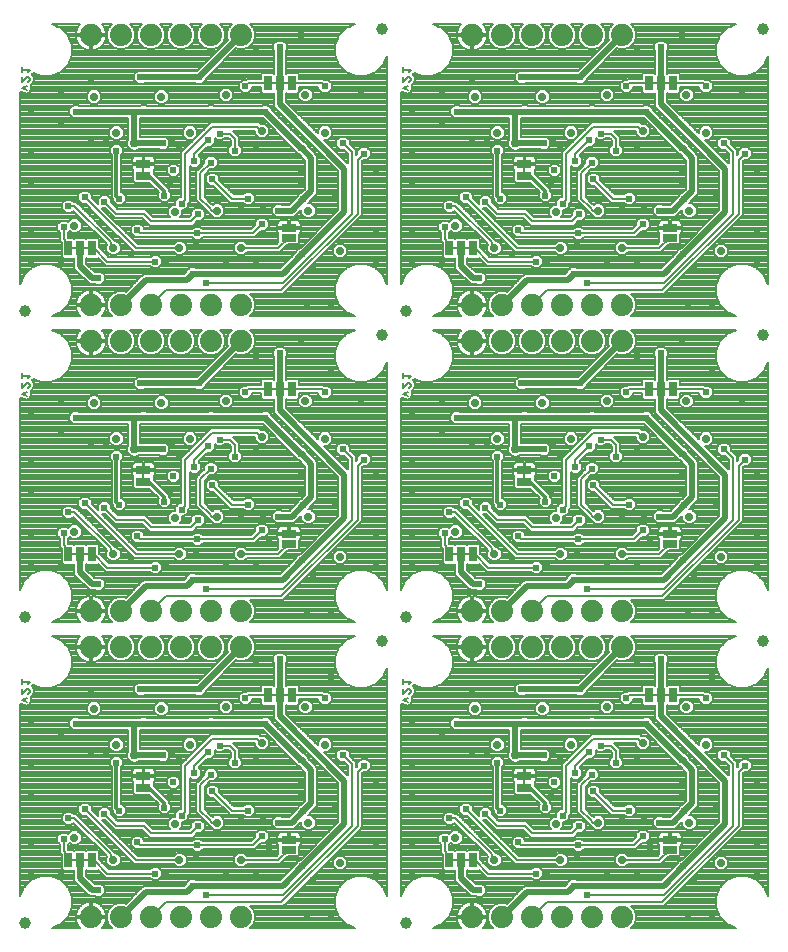
<source format=gbl>
G75*
%MOIN*%
%OFA0B0*%
%FSLAX25Y25*%
%IPPOS*%
%LPD*%
%AMOC8*
5,1,8,0,0,1.08239X$1,22.5*
%
%ADD10C,0.00700*%
%ADD11C,0.03937*%
%ADD12C,0.07400*%
%ADD13R,0.02500X0.05000*%
%ADD14R,0.01600X0.01000*%
%ADD15R,0.05000X0.02500*%
%ADD16R,0.01000X0.01600*%
%ADD17C,0.03000*%
%ADD18C,0.02775*%
%ADD19C,0.00800*%
%ADD20C,0.02400*%
%ADD21C,0.02000*%
%ADD22C,0.01200*%
D10*
X0045192Y0106222D02*
X0047058Y0106844D01*
X0047058Y0105600D02*
X0045192Y0106222D01*
X0045192Y0108279D02*
X0045192Y0109835D01*
X0045192Y0108279D02*
X0046747Y0109602D01*
X0047991Y0109135D02*
X0047989Y0109079D01*
X0047984Y0109022D01*
X0047975Y0108966D01*
X0047963Y0108911D01*
X0047947Y0108857D01*
X0047928Y0108804D01*
X0047905Y0108752D01*
X0047880Y0108702D01*
X0047851Y0108653D01*
X0047819Y0108606D01*
X0047784Y0108562D01*
X0047747Y0108519D01*
X0047707Y0108479D01*
X0047665Y0108442D01*
X0047620Y0108407D01*
X0047573Y0108376D01*
X0047524Y0108347D01*
X0047474Y0108321D01*
X0047422Y0108299D01*
X0047369Y0108280D01*
X0046747Y0109602D02*
X0046784Y0109637D01*
X0046822Y0109670D01*
X0046863Y0109701D01*
X0046905Y0109728D01*
X0046950Y0109753D01*
X0046996Y0109774D01*
X0047043Y0109793D01*
X0047091Y0109808D01*
X0047141Y0109820D01*
X0047191Y0109828D01*
X0047241Y0109833D01*
X0047292Y0109835D01*
X0047342Y0109833D01*
X0047392Y0109828D01*
X0047441Y0109819D01*
X0047489Y0109807D01*
X0047537Y0109791D01*
X0047583Y0109772D01*
X0047627Y0109749D01*
X0047670Y0109724D01*
X0047711Y0109695D01*
X0047750Y0109664D01*
X0047787Y0109630D01*
X0047821Y0109593D01*
X0047852Y0109554D01*
X0047881Y0109513D01*
X0047906Y0109470D01*
X0047929Y0109426D01*
X0047948Y0109380D01*
X0047964Y0109332D01*
X0047976Y0109284D01*
X0047985Y0109235D01*
X0047990Y0109185D01*
X0047992Y0109135D01*
X0047370Y0111429D02*
X0047992Y0112207D01*
X0045192Y0112207D01*
X0045192Y0111429D02*
X0045192Y0112985D01*
X0047058Y0207600D02*
X0045192Y0208222D01*
X0047058Y0208844D01*
X0046747Y0211602D02*
X0046784Y0211637D01*
X0046822Y0211670D01*
X0046863Y0211701D01*
X0046905Y0211728D01*
X0046950Y0211753D01*
X0046996Y0211774D01*
X0047043Y0211793D01*
X0047091Y0211808D01*
X0047141Y0211820D01*
X0047191Y0211828D01*
X0047241Y0211833D01*
X0047292Y0211835D01*
X0046747Y0211602D02*
X0045192Y0210279D01*
X0045192Y0211835D01*
X0045192Y0213429D02*
X0045192Y0214985D01*
X0045192Y0214207D02*
X0047992Y0214207D01*
X0047370Y0213429D01*
X0047292Y0211835D02*
X0047342Y0211833D01*
X0047392Y0211828D01*
X0047441Y0211819D01*
X0047489Y0211807D01*
X0047537Y0211791D01*
X0047583Y0211772D01*
X0047627Y0211749D01*
X0047670Y0211724D01*
X0047711Y0211695D01*
X0047750Y0211664D01*
X0047787Y0211630D01*
X0047821Y0211593D01*
X0047852Y0211554D01*
X0047881Y0211513D01*
X0047906Y0211470D01*
X0047929Y0211426D01*
X0047948Y0211380D01*
X0047964Y0211332D01*
X0047976Y0211284D01*
X0047985Y0211235D01*
X0047990Y0211185D01*
X0047992Y0211135D01*
X0047991Y0211135D02*
X0047989Y0211079D01*
X0047984Y0211022D01*
X0047975Y0210966D01*
X0047963Y0210911D01*
X0047947Y0210857D01*
X0047928Y0210804D01*
X0047905Y0210752D01*
X0047880Y0210702D01*
X0047851Y0210653D01*
X0047819Y0210606D01*
X0047784Y0210562D01*
X0047747Y0210519D01*
X0047707Y0210479D01*
X0047665Y0210442D01*
X0047620Y0210407D01*
X0047573Y0210376D01*
X0047524Y0210347D01*
X0047474Y0210321D01*
X0047422Y0210299D01*
X0047369Y0210280D01*
X0047058Y0309600D02*
X0045192Y0310222D01*
X0047058Y0310844D01*
X0046747Y0313602D02*
X0046784Y0313637D01*
X0046822Y0313670D01*
X0046863Y0313701D01*
X0046905Y0313728D01*
X0046950Y0313753D01*
X0046996Y0313774D01*
X0047043Y0313793D01*
X0047091Y0313808D01*
X0047141Y0313820D01*
X0047191Y0313828D01*
X0047241Y0313833D01*
X0047292Y0313835D01*
X0046747Y0313602D02*
X0045192Y0312279D01*
X0045192Y0313835D01*
X0045192Y0315429D02*
X0045192Y0316985D01*
X0045192Y0316207D02*
X0047992Y0316207D01*
X0047370Y0315429D01*
X0047292Y0313835D02*
X0047342Y0313833D01*
X0047392Y0313828D01*
X0047441Y0313819D01*
X0047489Y0313807D01*
X0047537Y0313791D01*
X0047583Y0313772D01*
X0047627Y0313749D01*
X0047670Y0313724D01*
X0047711Y0313695D01*
X0047750Y0313664D01*
X0047787Y0313630D01*
X0047821Y0313593D01*
X0047852Y0313554D01*
X0047881Y0313513D01*
X0047906Y0313470D01*
X0047929Y0313426D01*
X0047948Y0313380D01*
X0047964Y0313332D01*
X0047976Y0313284D01*
X0047985Y0313235D01*
X0047990Y0313185D01*
X0047992Y0313135D01*
X0047991Y0313135D02*
X0047989Y0313079D01*
X0047984Y0313022D01*
X0047975Y0312966D01*
X0047963Y0312911D01*
X0047947Y0312857D01*
X0047928Y0312804D01*
X0047905Y0312752D01*
X0047880Y0312702D01*
X0047851Y0312653D01*
X0047819Y0312606D01*
X0047784Y0312562D01*
X0047747Y0312519D01*
X0047707Y0312479D01*
X0047665Y0312442D01*
X0047620Y0312407D01*
X0047573Y0312376D01*
X0047524Y0312347D01*
X0047474Y0312321D01*
X0047422Y0312299D01*
X0047369Y0312280D01*
X0172192Y0312279D02*
X0172192Y0313835D01*
X0172192Y0312279D02*
X0173747Y0313602D01*
X0174991Y0313135D02*
X0174989Y0313079D01*
X0174984Y0313022D01*
X0174975Y0312966D01*
X0174963Y0312911D01*
X0174947Y0312857D01*
X0174928Y0312804D01*
X0174905Y0312752D01*
X0174880Y0312702D01*
X0174851Y0312653D01*
X0174819Y0312606D01*
X0174784Y0312562D01*
X0174747Y0312519D01*
X0174707Y0312479D01*
X0174665Y0312442D01*
X0174620Y0312407D01*
X0174573Y0312376D01*
X0174524Y0312347D01*
X0174474Y0312321D01*
X0174422Y0312299D01*
X0174369Y0312280D01*
X0173747Y0313602D02*
X0173784Y0313637D01*
X0173822Y0313670D01*
X0173863Y0313701D01*
X0173905Y0313728D01*
X0173950Y0313753D01*
X0173996Y0313774D01*
X0174043Y0313793D01*
X0174091Y0313808D01*
X0174141Y0313820D01*
X0174191Y0313828D01*
X0174241Y0313833D01*
X0174292Y0313835D01*
X0174342Y0313833D01*
X0174392Y0313828D01*
X0174441Y0313819D01*
X0174489Y0313807D01*
X0174537Y0313791D01*
X0174583Y0313772D01*
X0174627Y0313749D01*
X0174670Y0313724D01*
X0174711Y0313695D01*
X0174750Y0313664D01*
X0174787Y0313630D01*
X0174821Y0313593D01*
X0174852Y0313554D01*
X0174881Y0313513D01*
X0174906Y0313470D01*
X0174929Y0313426D01*
X0174948Y0313380D01*
X0174964Y0313332D01*
X0174976Y0313284D01*
X0174985Y0313235D01*
X0174990Y0313185D01*
X0174992Y0313135D01*
X0174370Y0315429D02*
X0174992Y0316207D01*
X0172192Y0316207D01*
X0172192Y0315429D02*
X0172192Y0316985D01*
X0174058Y0310844D02*
X0172192Y0310222D01*
X0174058Y0309600D01*
X0172192Y0214985D02*
X0172192Y0213429D01*
X0172192Y0214207D02*
X0174992Y0214207D01*
X0174370Y0213429D01*
X0173747Y0211602D02*
X0172192Y0210279D01*
X0172192Y0211835D01*
X0174369Y0210280D02*
X0174422Y0210299D01*
X0174474Y0210321D01*
X0174524Y0210347D01*
X0174573Y0210376D01*
X0174620Y0210407D01*
X0174665Y0210442D01*
X0174707Y0210479D01*
X0174747Y0210519D01*
X0174784Y0210562D01*
X0174819Y0210606D01*
X0174851Y0210653D01*
X0174880Y0210702D01*
X0174905Y0210752D01*
X0174928Y0210804D01*
X0174947Y0210857D01*
X0174963Y0210911D01*
X0174975Y0210966D01*
X0174984Y0211022D01*
X0174989Y0211079D01*
X0174991Y0211135D01*
X0174992Y0211135D02*
X0174990Y0211185D01*
X0174985Y0211235D01*
X0174976Y0211284D01*
X0174964Y0211332D01*
X0174948Y0211380D01*
X0174929Y0211426D01*
X0174906Y0211470D01*
X0174881Y0211513D01*
X0174852Y0211554D01*
X0174821Y0211593D01*
X0174787Y0211630D01*
X0174750Y0211664D01*
X0174711Y0211695D01*
X0174670Y0211724D01*
X0174627Y0211749D01*
X0174583Y0211772D01*
X0174537Y0211791D01*
X0174489Y0211807D01*
X0174441Y0211819D01*
X0174392Y0211828D01*
X0174342Y0211833D01*
X0174292Y0211835D01*
X0174241Y0211833D01*
X0174191Y0211828D01*
X0174141Y0211820D01*
X0174091Y0211808D01*
X0174043Y0211793D01*
X0173996Y0211774D01*
X0173950Y0211753D01*
X0173905Y0211728D01*
X0173863Y0211701D01*
X0173822Y0211670D01*
X0173784Y0211637D01*
X0173747Y0211602D01*
X0174058Y0208844D02*
X0172192Y0208222D01*
X0174058Y0207600D01*
X0172192Y0112985D02*
X0172192Y0111429D01*
X0172192Y0112207D02*
X0174992Y0112207D01*
X0174370Y0111429D01*
X0173747Y0109602D02*
X0172192Y0108279D01*
X0172192Y0109835D01*
X0174369Y0108280D02*
X0174422Y0108299D01*
X0174474Y0108321D01*
X0174524Y0108347D01*
X0174573Y0108376D01*
X0174620Y0108407D01*
X0174665Y0108442D01*
X0174707Y0108479D01*
X0174747Y0108519D01*
X0174784Y0108562D01*
X0174819Y0108606D01*
X0174851Y0108653D01*
X0174880Y0108702D01*
X0174905Y0108752D01*
X0174928Y0108804D01*
X0174947Y0108857D01*
X0174963Y0108911D01*
X0174975Y0108966D01*
X0174984Y0109022D01*
X0174989Y0109079D01*
X0174991Y0109135D01*
X0174992Y0109135D02*
X0174990Y0109185D01*
X0174985Y0109235D01*
X0174976Y0109284D01*
X0174964Y0109332D01*
X0174948Y0109380D01*
X0174929Y0109426D01*
X0174906Y0109470D01*
X0174881Y0109513D01*
X0174852Y0109554D01*
X0174821Y0109593D01*
X0174787Y0109630D01*
X0174750Y0109664D01*
X0174711Y0109695D01*
X0174670Y0109724D01*
X0174627Y0109749D01*
X0174583Y0109772D01*
X0174537Y0109791D01*
X0174489Y0109807D01*
X0174441Y0109819D01*
X0174392Y0109828D01*
X0174342Y0109833D01*
X0174292Y0109835D01*
X0174241Y0109833D01*
X0174191Y0109828D01*
X0174141Y0109820D01*
X0174091Y0109808D01*
X0174043Y0109793D01*
X0173996Y0109774D01*
X0173950Y0109753D01*
X0173905Y0109728D01*
X0173863Y0109701D01*
X0173822Y0109670D01*
X0173784Y0109637D01*
X0173747Y0109602D01*
X0174058Y0106844D02*
X0172192Y0106222D01*
X0174058Y0105600D01*
D11*
X0046242Y0031650D03*
X0046242Y0133650D03*
X0046242Y0235650D03*
X0165442Y0227850D03*
X0173242Y0235650D03*
X0165442Y0329850D03*
X0292442Y0329850D03*
X0292442Y0227850D03*
X0292442Y0125850D03*
X0173242Y0133650D03*
X0165442Y0125850D03*
X0173242Y0031650D03*
D12*
X0195342Y0033750D03*
X0205342Y0033750D03*
X0215342Y0033750D03*
X0225342Y0033750D03*
X0235342Y0033750D03*
X0245342Y0033750D03*
X0245342Y0123750D03*
X0235342Y0123750D03*
X0225342Y0123750D03*
X0215342Y0123750D03*
X0205342Y0123750D03*
X0195342Y0123750D03*
X0195342Y0135750D03*
X0205342Y0135750D03*
X0215342Y0135750D03*
X0225342Y0135750D03*
X0235342Y0135750D03*
X0245342Y0135750D03*
X0245342Y0225750D03*
X0235342Y0225750D03*
X0225342Y0225750D03*
X0215342Y0225750D03*
X0205342Y0225750D03*
X0195342Y0225750D03*
X0195342Y0237750D03*
X0205342Y0237750D03*
X0215342Y0237750D03*
X0225342Y0237750D03*
X0235342Y0237750D03*
X0245342Y0237750D03*
X0245342Y0327750D03*
X0235342Y0327750D03*
X0225342Y0327750D03*
X0215342Y0327750D03*
X0205342Y0327750D03*
X0195342Y0327750D03*
X0118342Y0327750D03*
X0108342Y0327750D03*
X0098342Y0327750D03*
X0088342Y0327750D03*
X0078342Y0327750D03*
X0068342Y0327750D03*
X0068342Y0237750D03*
X0078342Y0237750D03*
X0088342Y0237750D03*
X0098342Y0237750D03*
X0108342Y0237750D03*
X0118342Y0237750D03*
X0118342Y0225750D03*
X0108342Y0225750D03*
X0098342Y0225750D03*
X0088342Y0225750D03*
X0078342Y0225750D03*
X0068342Y0225750D03*
X0068342Y0135750D03*
X0078342Y0135750D03*
X0088342Y0135750D03*
X0098342Y0135750D03*
X0108342Y0135750D03*
X0118342Y0135750D03*
X0118342Y0123750D03*
X0108342Y0123750D03*
X0098342Y0123750D03*
X0088342Y0123750D03*
X0078342Y0123750D03*
X0068342Y0123750D03*
X0068342Y0033750D03*
X0078342Y0033750D03*
X0088342Y0033750D03*
X0098342Y0033750D03*
X0108342Y0033750D03*
X0118342Y0033750D03*
D13*
X0068842Y0052750D03*
X0064842Y0052750D03*
X0060842Y0052750D03*
X0127342Y0107750D03*
X0131342Y0107750D03*
X0135342Y0107750D03*
X0187842Y0154750D03*
X0191842Y0154750D03*
X0195842Y0154750D03*
X0254342Y0107750D03*
X0258342Y0107750D03*
X0262342Y0107750D03*
X0195842Y0052750D03*
X0191842Y0052750D03*
X0187842Y0052750D03*
X0068842Y0154750D03*
X0064842Y0154750D03*
X0060842Y0154750D03*
X0127342Y0209750D03*
X0131342Y0209750D03*
X0135342Y0209750D03*
X0187842Y0256750D03*
X0191842Y0256750D03*
X0195842Y0256750D03*
X0254342Y0209750D03*
X0258342Y0209750D03*
X0262342Y0209750D03*
X0262342Y0311750D03*
X0258342Y0311750D03*
X0254342Y0311750D03*
X0135342Y0311750D03*
X0131342Y0311750D03*
X0127342Y0311750D03*
X0068842Y0256750D03*
X0064842Y0256750D03*
X0060842Y0256750D03*
D14*
X0062842Y0256750D03*
X0066842Y0256750D03*
X0129342Y0209750D03*
X0133342Y0209750D03*
X0189842Y0256750D03*
X0193842Y0256750D03*
X0133342Y0311750D03*
X0129342Y0311750D03*
X0256342Y0311750D03*
X0260342Y0311750D03*
X0260342Y0209750D03*
X0256342Y0209750D03*
X0193842Y0154750D03*
X0189842Y0154750D03*
X0133342Y0107750D03*
X0129342Y0107750D03*
X0189842Y0052750D03*
X0193842Y0052750D03*
X0256342Y0107750D03*
X0260342Y0107750D03*
X0066842Y0154750D03*
X0062842Y0154750D03*
X0062842Y0052750D03*
X0066842Y0052750D03*
D15*
X0085842Y0076750D03*
X0085842Y0080750D03*
X0134342Y0059450D03*
X0134342Y0056250D03*
X0212842Y0076750D03*
X0212842Y0080750D03*
X0261342Y0059450D03*
X0261342Y0056250D03*
X0261342Y0158250D03*
X0261342Y0161450D03*
X0212842Y0178750D03*
X0212842Y0182750D03*
X0261342Y0260250D03*
X0261342Y0263450D03*
X0212842Y0280750D03*
X0212842Y0284750D03*
X0134342Y0263450D03*
X0134342Y0260250D03*
X0085842Y0280750D03*
X0085842Y0284750D03*
X0085842Y0182750D03*
X0085842Y0178750D03*
X0134342Y0161450D03*
X0134342Y0158250D03*
D16*
X0085842Y0180750D03*
X0085842Y0282750D03*
X0212842Y0282750D03*
X0212842Y0180750D03*
X0212842Y0078750D03*
X0085842Y0078750D03*
D17*
X0082842Y0087750D03*
X0082842Y0189750D03*
X0082842Y0291750D03*
X0209842Y0291750D03*
X0209842Y0189750D03*
X0209842Y0087750D03*
D18*
X0203842Y0091250D03*
X0196342Y0103250D03*
X0218842Y0103250D03*
X0228342Y0091250D03*
X0240342Y0103750D03*
X0252342Y0091750D03*
X0266842Y0103750D03*
X0273342Y0091250D03*
X0267842Y0065250D03*
X0278342Y0051750D03*
X0245342Y0052750D03*
X0237342Y0065250D03*
X0223342Y0064750D03*
X0224842Y0052750D03*
X0202842Y0052750D03*
X0189842Y0060250D03*
X0151342Y0051750D03*
X0140842Y0065250D03*
X0118342Y0052750D03*
X0110342Y0065250D03*
X0096342Y0064750D03*
X0097842Y0052750D03*
X0075842Y0052750D03*
X0062842Y0060250D03*
X0076842Y0091250D03*
X0069342Y0103250D03*
X0091842Y0103250D03*
X0101342Y0091250D03*
X0113342Y0103750D03*
X0125342Y0091750D03*
X0139842Y0103750D03*
X0146342Y0091250D03*
X0151342Y0153750D03*
X0140842Y0167250D03*
X0118342Y0154750D03*
X0110342Y0167250D03*
X0096342Y0166750D03*
X0097842Y0154750D03*
X0075842Y0154750D03*
X0062842Y0162250D03*
X0076842Y0193250D03*
X0069342Y0205250D03*
X0091842Y0205250D03*
X0101342Y0193250D03*
X0113342Y0205750D03*
X0125342Y0193750D03*
X0139842Y0205750D03*
X0146342Y0193250D03*
X0189842Y0162250D03*
X0202842Y0154750D03*
X0224842Y0154750D03*
X0223342Y0166750D03*
X0237342Y0167250D03*
X0245342Y0154750D03*
X0267842Y0167250D03*
X0278342Y0153750D03*
X0273342Y0193250D03*
X0266842Y0205750D03*
X0252342Y0193750D03*
X0240342Y0205750D03*
X0228342Y0193250D03*
X0218842Y0205250D03*
X0203842Y0193250D03*
X0196342Y0205250D03*
X0202842Y0256750D03*
X0189842Y0264250D03*
X0203842Y0295250D03*
X0196342Y0307250D03*
X0218842Y0307250D03*
X0228342Y0295250D03*
X0240342Y0307750D03*
X0252342Y0295750D03*
X0266842Y0307750D03*
X0273342Y0295250D03*
X0267842Y0269250D03*
X0278342Y0255750D03*
X0245342Y0256750D03*
X0237342Y0269250D03*
X0223342Y0268750D03*
X0224842Y0256750D03*
X0151342Y0255750D03*
X0140842Y0269250D03*
X0118342Y0256750D03*
X0110342Y0269250D03*
X0096342Y0268750D03*
X0097842Y0256750D03*
X0075842Y0256750D03*
X0062842Y0264250D03*
X0076842Y0295250D03*
X0069342Y0307250D03*
X0091842Y0307250D03*
X0101342Y0295250D03*
X0113342Y0307750D03*
X0125342Y0295750D03*
X0139842Y0307750D03*
X0146342Y0295250D03*
D19*
X0147918Y0297050D02*
X0166942Y0297050D01*
X0166942Y0297848D02*
X0141072Y0297848D01*
X0141870Y0297050D02*
X0144765Y0297050D01*
X0145353Y0297637D02*
X0143954Y0296239D01*
X0143954Y0294966D01*
X0133342Y0305578D01*
X0133342Y0308586D01*
X0133678Y0308250D01*
X0137006Y0308250D01*
X0137454Y0308698D01*
X0137454Y0306761D01*
X0138853Y0305363D01*
X0140831Y0305363D01*
X0142229Y0306761D01*
X0142229Y0308739D01*
X0140831Y0310137D01*
X0138853Y0310137D01*
X0137592Y0308876D01*
X0137592Y0310350D01*
X0144142Y0310350D01*
X0144142Y0309839D01*
X0145431Y0308550D01*
X0147253Y0308550D01*
X0148542Y0309839D01*
X0148542Y0311661D01*
X0147253Y0312950D01*
X0146122Y0312950D01*
X0145922Y0313150D01*
X0137592Y0313150D01*
X0137592Y0314664D01*
X0137006Y0315250D01*
X0133678Y0315250D01*
X0133342Y0314914D01*
X0133342Y0314914D01*
X0133342Y0322639D01*
X0133542Y0322839D01*
X0133542Y0324661D01*
X0132253Y0325950D01*
X0130431Y0325950D01*
X0129142Y0324661D01*
X0129142Y0322839D01*
X0129342Y0322639D01*
X0129342Y0314914D01*
X0129006Y0315250D01*
X0125678Y0315250D01*
X0125092Y0314664D01*
X0125092Y0313150D01*
X0120262Y0313150D01*
X0120062Y0312950D01*
X0118931Y0312950D01*
X0117642Y0311661D01*
X0117642Y0309839D01*
X0118931Y0308550D01*
X0120753Y0308550D01*
X0122042Y0309839D01*
X0122042Y0310350D01*
X0125092Y0310350D01*
X0125092Y0308836D01*
X0125678Y0308250D01*
X0129006Y0308250D01*
X0129342Y0308586D01*
X0129342Y0303922D01*
X0130513Y0302750D01*
X0150842Y0282422D01*
X0150842Y0281861D01*
X0150642Y0281661D01*
X0150642Y0279839D01*
X0150842Y0279639D01*
X0150842Y0269578D01*
X0138213Y0256950D01*
X0137931Y0256950D01*
X0136642Y0255661D01*
X0136642Y0255378D01*
X0131513Y0250250D01*
X0103453Y0250250D01*
X0103253Y0250450D01*
X0101431Y0250450D01*
X0100142Y0249161D01*
X0100142Y0248878D01*
X0099513Y0248250D01*
X0086013Y0248250D01*
X0084842Y0247078D01*
X0079939Y0242176D01*
X0079277Y0242450D01*
X0077407Y0242450D01*
X0075679Y0241734D01*
X0074357Y0240412D01*
X0073642Y0238685D01*
X0073642Y0236815D01*
X0074357Y0235088D01*
X0075295Y0234150D01*
X0071954Y0234150D01*
X0072232Y0234428D01*
X0072704Y0235077D01*
X0073068Y0235792D01*
X0073316Y0236556D01*
X0073442Y0237349D01*
X0073442Y0237350D01*
X0068742Y0237350D01*
X0068742Y0238150D01*
X0073442Y0238150D01*
X0073442Y0238151D01*
X0073316Y0238944D01*
X0073068Y0239708D01*
X0072704Y0240423D01*
X0072232Y0241072D01*
X0071664Y0241640D01*
X0071015Y0242112D01*
X0070300Y0242476D01*
X0069536Y0242724D01*
X0068743Y0242850D01*
X0068742Y0242850D01*
X0068742Y0238150D01*
X0067942Y0238150D01*
X0067942Y0242850D01*
X0067940Y0242850D01*
X0067148Y0242724D01*
X0066384Y0242476D01*
X0065669Y0242112D01*
X0065019Y0241640D01*
X0064452Y0241072D01*
X0063980Y0240423D01*
X0063615Y0239708D01*
X0063367Y0238944D01*
X0063242Y0238151D01*
X0063242Y0238150D01*
X0067942Y0238150D01*
X0067942Y0237350D01*
X0063242Y0237350D01*
X0063242Y0237349D01*
X0063367Y0236556D01*
X0063615Y0235792D01*
X0063980Y0235077D01*
X0064452Y0234428D01*
X0064729Y0234150D01*
X0055314Y0234150D01*
X0058270Y0235374D01*
X0060717Y0237822D01*
X0060717Y0237822D01*
X0062042Y0241019D01*
X0062042Y0244481D01*
X0060717Y0247678D01*
X0058270Y0250125D01*
X0055072Y0251450D01*
X0051611Y0251450D01*
X0048414Y0250125D01*
X0048414Y0250125D01*
X0045966Y0247678D01*
X0044742Y0244722D01*
X0044742Y0308938D01*
X0045088Y0308765D01*
X0045192Y0308799D01*
X0047162Y0308142D01*
X0048162Y0308643D01*
X0048516Y0309704D01*
X0048257Y0310222D01*
X0048516Y0310741D01*
X0048368Y0311184D01*
X0048481Y0311220D01*
X0048481Y0311220D01*
X0049342Y0312404D01*
X0049342Y0313694D01*
X0049328Y0313708D01*
X0048793Y0314636D01*
X0048792Y0314636D01*
X0048567Y0314766D01*
X0048895Y0315175D01*
X0051611Y0314050D01*
X0055072Y0314050D01*
X0058270Y0315374D01*
X0060717Y0317822D01*
X0062042Y0321019D01*
X0062042Y0324481D01*
X0060717Y0327678D01*
X0058270Y0330125D01*
X0055314Y0331350D01*
X0064729Y0331350D01*
X0064452Y0331072D01*
X0063980Y0330423D01*
X0063615Y0329708D01*
X0063367Y0328944D01*
X0063242Y0328151D01*
X0063242Y0328150D01*
X0067942Y0328150D01*
X0067942Y0327350D01*
X0068742Y0327350D01*
X0068742Y0328150D01*
X0073442Y0328150D01*
X0073442Y0328151D01*
X0073316Y0328944D01*
X0073068Y0329708D01*
X0072704Y0330423D01*
X0072232Y0331072D01*
X0071954Y0331350D01*
X0075295Y0331350D01*
X0074357Y0330412D01*
X0073642Y0328685D01*
X0073642Y0326815D01*
X0074357Y0325088D01*
X0075679Y0323766D01*
X0077407Y0323050D01*
X0079277Y0323050D01*
X0081004Y0323766D01*
X0082326Y0325088D01*
X0083042Y0326815D01*
X0083042Y0328685D01*
X0082326Y0330412D01*
X0081389Y0331350D01*
X0085295Y0331350D01*
X0084357Y0330412D01*
X0083642Y0328685D01*
X0083642Y0326815D01*
X0084357Y0325088D01*
X0085679Y0323766D01*
X0087407Y0323050D01*
X0089277Y0323050D01*
X0091004Y0323766D01*
X0092326Y0325088D01*
X0093042Y0326815D01*
X0093042Y0328685D01*
X0092326Y0330412D01*
X0091389Y0331350D01*
X0095295Y0331350D01*
X0094357Y0330412D01*
X0093642Y0328685D01*
X0093642Y0326815D01*
X0094357Y0325088D01*
X0095679Y0323766D01*
X0097407Y0323050D01*
X0099277Y0323050D01*
X0101004Y0323766D01*
X0102326Y0325088D01*
X0103042Y0326815D01*
X0103042Y0328685D01*
X0102326Y0330412D01*
X0101389Y0331350D01*
X0105295Y0331350D01*
X0104357Y0330412D01*
X0103642Y0328685D01*
X0103642Y0326815D01*
X0104357Y0325088D01*
X0105679Y0323766D01*
X0107407Y0323050D01*
X0109277Y0323050D01*
X0111004Y0323766D01*
X0112326Y0325088D01*
X0113042Y0326815D01*
X0113042Y0328685D01*
X0112326Y0330412D01*
X0111389Y0331350D01*
X0115295Y0331350D01*
X0114357Y0330412D01*
X0113642Y0328685D01*
X0113642Y0326815D01*
X0113916Y0326153D01*
X0103713Y0315950D01*
X0103431Y0315950D01*
X0103231Y0315750D01*
X0085953Y0315750D01*
X0085753Y0315950D01*
X0083931Y0315950D01*
X0082642Y0314661D01*
X0082642Y0312839D01*
X0083931Y0311550D01*
X0085753Y0311550D01*
X0085953Y0311750D01*
X0103231Y0311750D01*
X0103431Y0311550D01*
X0105253Y0311550D01*
X0106542Y0312839D01*
X0106542Y0313122D01*
X0116745Y0323324D01*
X0117407Y0323050D01*
X0119277Y0323050D01*
X0121004Y0323766D01*
X0122326Y0325088D01*
X0123042Y0326815D01*
X0123042Y0328685D01*
X0122326Y0330412D01*
X0121389Y0331350D01*
X0156370Y0331350D01*
X0153414Y0330125D01*
X0153414Y0330125D01*
X0150966Y0327678D01*
X0149642Y0324481D01*
X0149642Y0321019D01*
X0150966Y0317822D01*
X0150966Y0317822D01*
X0153414Y0315375D01*
X0153414Y0315374D02*
X0156611Y0314050D01*
X0160072Y0314050D01*
X0163270Y0315374D01*
X0165717Y0317822D01*
X0166942Y0320778D01*
X0166942Y0244722D01*
X0165717Y0247678D01*
X0163270Y0250125D01*
X0160072Y0251450D01*
X0156611Y0251450D01*
X0153414Y0250125D01*
X0153414Y0250125D01*
X0150966Y0247678D01*
X0149642Y0244481D01*
X0149642Y0241019D01*
X0150966Y0237822D01*
X0150966Y0237822D01*
X0153414Y0235374D01*
X0156370Y0234150D01*
X0121389Y0234150D01*
X0122326Y0235088D01*
X0123042Y0236815D01*
X0123042Y0238685D01*
X0122326Y0240412D01*
X0121389Y0241350D01*
X0132422Y0241350D01*
X0158742Y0267670D01*
X0158742Y0285670D01*
X0159122Y0286050D01*
X0160253Y0286050D01*
X0161542Y0287339D01*
X0161542Y0289161D01*
X0160253Y0290450D01*
X0158431Y0290450D01*
X0157142Y0289161D01*
X0157142Y0288030D01*
X0156742Y0287630D01*
X0156742Y0289330D01*
X0154542Y0291530D01*
X0154542Y0292661D01*
X0153253Y0293950D01*
X0151431Y0293950D01*
X0150142Y0292661D01*
X0150142Y0290839D01*
X0151431Y0289550D01*
X0152562Y0289550D01*
X0153942Y0288170D01*
X0153942Y0284978D01*
X0153670Y0285250D01*
X0146058Y0292863D01*
X0147331Y0292863D01*
X0148729Y0294261D01*
X0148729Y0296239D01*
X0147331Y0297637D01*
X0145353Y0297637D01*
X0143967Y0296251D02*
X0142669Y0296251D01*
X0143467Y0295453D02*
X0143954Y0295453D01*
X0146661Y0292259D02*
X0150142Y0292259D01*
X0150142Y0291460D02*
X0147460Y0291460D01*
X0148259Y0290662D02*
X0150319Y0290662D01*
X0151117Y0289863D02*
X0149057Y0289863D01*
X0149856Y0289065D02*
X0153047Y0289065D01*
X0153846Y0288266D02*
X0150654Y0288266D01*
X0151453Y0287468D02*
X0153942Y0287468D01*
X0153942Y0286669D02*
X0152251Y0286669D01*
X0153050Y0285871D02*
X0153942Y0285871D01*
X0153942Y0285072D02*
X0153848Y0285072D01*
X0157342Y0286250D02*
X0159342Y0288250D01*
X0161542Y0288266D02*
X0166942Y0288266D01*
X0166942Y0287468D02*
X0161542Y0287468D01*
X0160872Y0286669D02*
X0166942Y0286669D01*
X0166942Y0285871D02*
X0158942Y0285871D01*
X0158742Y0285072D02*
X0166942Y0285072D01*
X0166942Y0284274D02*
X0158742Y0284274D01*
X0158742Y0283475D02*
X0166942Y0283475D01*
X0166942Y0282677D02*
X0158742Y0282677D01*
X0158742Y0281878D02*
X0166942Y0281878D01*
X0166942Y0281080D02*
X0158742Y0281080D01*
X0158742Y0280281D02*
X0166942Y0280281D01*
X0166942Y0279483D02*
X0158742Y0279483D01*
X0158742Y0278684D02*
X0166942Y0278684D01*
X0166942Y0277886D02*
X0158742Y0277886D01*
X0158742Y0277087D02*
X0166942Y0277087D01*
X0166942Y0276289D02*
X0158742Y0276289D01*
X0158742Y0275490D02*
X0166942Y0275490D01*
X0166942Y0274691D02*
X0158742Y0274691D01*
X0158742Y0273893D02*
X0166942Y0273893D01*
X0166942Y0273094D02*
X0158742Y0273094D01*
X0158742Y0272296D02*
X0166942Y0272296D01*
X0166942Y0271497D02*
X0158742Y0271497D01*
X0158742Y0270699D02*
X0166942Y0270699D01*
X0166942Y0269900D02*
X0158742Y0269900D01*
X0158742Y0269102D02*
X0166942Y0269102D01*
X0166942Y0268303D02*
X0158742Y0268303D01*
X0158577Y0267505D02*
X0166942Y0267505D01*
X0166942Y0266706D02*
X0157778Y0266706D01*
X0156980Y0265908D02*
X0166942Y0265908D01*
X0166942Y0265109D02*
X0156181Y0265109D01*
X0155383Y0264311D02*
X0166942Y0264311D01*
X0166942Y0263512D02*
X0154584Y0263512D01*
X0153786Y0262714D02*
X0166942Y0262714D01*
X0166942Y0261915D02*
X0152987Y0261915D01*
X0152188Y0261117D02*
X0166942Y0261117D01*
X0166942Y0260318D02*
X0151390Y0260318D01*
X0150591Y0259520D02*
X0166942Y0259520D01*
X0166942Y0258721D02*
X0149793Y0258721D01*
X0150353Y0258137D02*
X0148954Y0256739D01*
X0148954Y0254761D01*
X0150353Y0253363D01*
X0152331Y0253363D01*
X0153729Y0254761D01*
X0153729Y0256739D01*
X0152331Y0258137D01*
X0150353Y0258137D01*
X0150138Y0257923D02*
X0148994Y0257923D01*
X0149340Y0257124D02*
X0148196Y0257124D01*
X0148954Y0256326D02*
X0147397Y0256326D01*
X0146599Y0255527D02*
X0148954Y0255527D01*
X0148987Y0254729D02*
X0145800Y0254729D01*
X0145002Y0253930D02*
X0149785Y0253930D01*
X0152898Y0253930D02*
X0166942Y0253930D01*
X0166942Y0253132D02*
X0144203Y0253132D01*
X0143405Y0252333D02*
X0166942Y0252333D01*
X0166942Y0251535D02*
X0142606Y0251535D01*
X0141808Y0250736D02*
X0154888Y0250736D01*
X0153226Y0249938D02*
X0141009Y0249938D01*
X0140211Y0249139D02*
X0152427Y0249139D01*
X0151629Y0248341D02*
X0139412Y0248341D01*
X0138614Y0247542D02*
X0150910Y0247542D01*
X0150966Y0247678D02*
X0150966Y0247678D01*
X0150579Y0246744D02*
X0137815Y0246744D01*
X0137017Y0245945D02*
X0150248Y0245945D01*
X0149918Y0245147D02*
X0136218Y0245147D01*
X0135420Y0244348D02*
X0149642Y0244348D01*
X0149642Y0243550D02*
X0134621Y0243550D01*
X0133823Y0242751D02*
X0149642Y0242751D01*
X0149642Y0241953D02*
X0133024Y0241953D01*
X0131842Y0242750D02*
X0157342Y0268250D01*
X0157342Y0286250D01*
X0157142Y0288266D02*
X0156742Y0288266D01*
X0156742Y0289065D02*
X0157142Y0289065D01*
X0157844Y0289863D02*
X0156208Y0289863D01*
X0155410Y0290662D02*
X0166942Y0290662D01*
X0166942Y0291460D02*
X0154611Y0291460D01*
X0154542Y0292259D02*
X0166942Y0292259D01*
X0166942Y0293057D02*
X0154146Y0293057D01*
X0153347Y0293856D02*
X0166942Y0293856D01*
X0166942Y0294654D02*
X0148729Y0294654D01*
X0148729Y0295453D02*
X0166942Y0295453D01*
X0166942Y0296251D02*
X0148717Y0296251D01*
X0148324Y0293856D02*
X0151336Y0293856D01*
X0150538Y0293057D02*
X0147525Y0293057D01*
X0152342Y0291750D02*
X0155342Y0288750D01*
X0155342Y0268250D01*
X0132342Y0245250D01*
X0106842Y0245250D01*
X0100918Y0249938D02*
X0068483Y0249938D01*
X0069281Y0249139D02*
X0100142Y0249139D01*
X0099604Y0248341D02*
X0072362Y0248341D01*
X0071753Y0248950D02*
X0073042Y0247661D01*
X0073042Y0245839D01*
X0071753Y0244550D01*
X0069931Y0244550D01*
X0069731Y0244750D01*
X0068013Y0244750D01*
X0062842Y0249922D01*
X0062842Y0253586D01*
X0062842Y0253586D01*
X0062506Y0253250D01*
X0059178Y0253250D01*
X0058592Y0253836D01*
X0058592Y0258520D01*
X0057942Y0259170D01*
X0057942Y0262039D01*
X0057142Y0262839D01*
X0057142Y0264661D01*
X0058431Y0265950D01*
X0060253Y0265950D01*
X0060709Y0265494D01*
X0061853Y0266637D01*
X0063831Y0266637D01*
X0065229Y0265239D01*
X0065229Y0263261D01*
X0063831Y0261863D01*
X0061853Y0261863D01*
X0061209Y0262506D01*
X0060742Y0262039D01*
X0060742Y0260330D01*
X0060822Y0260250D01*
X0062506Y0260250D01*
X0062842Y0259914D01*
X0063178Y0260250D01*
X0066506Y0260250D01*
X0066842Y0259914D01*
X0067178Y0260250D01*
X0070506Y0260250D01*
X0071092Y0259664D01*
X0071092Y0256980D01*
X0074422Y0253650D01*
X0088131Y0253650D01*
X0088931Y0254450D01*
X0090753Y0254450D01*
X0092042Y0253161D01*
X0092042Y0251339D01*
X0090753Y0250050D01*
X0088931Y0250050D01*
X0088131Y0250850D01*
X0073262Y0250850D01*
X0072442Y0251670D01*
X0070684Y0253428D01*
X0070506Y0253250D01*
X0067178Y0253250D01*
X0066842Y0253586D01*
X0066842Y0251578D01*
X0069670Y0248750D01*
X0069731Y0248750D01*
X0069931Y0248950D01*
X0071753Y0248950D01*
X0073042Y0247542D02*
X0085305Y0247542D01*
X0084507Y0246744D02*
X0073042Y0246744D01*
X0073042Y0245945D02*
X0083708Y0245945D01*
X0082910Y0245147D02*
X0072350Y0245147D01*
X0071234Y0241953D02*
X0076206Y0241953D01*
X0075099Y0241154D02*
X0072150Y0241154D01*
X0072738Y0240355D02*
X0074334Y0240355D01*
X0074003Y0239557D02*
X0073117Y0239557D01*
X0073346Y0238758D02*
X0073672Y0238758D01*
X0073642Y0237960D02*
X0068742Y0237960D01*
X0068742Y0238758D02*
X0067942Y0238758D01*
X0067942Y0237960D02*
X0060775Y0237960D01*
X0061105Y0238758D02*
X0063338Y0238758D01*
X0063566Y0239557D02*
X0061436Y0239557D01*
X0061767Y0240355D02*
X0063946Y0240355D01*
X0064533Y0241154D02*
X0062042Y0241154D01*
X0062042Y0241953D02*
X0065449Y0241953D01*
X0067316Y0242751D02*
X0062042Y0242751D01*
X0062042Y0243550D02*
X0081313Y0243550D01*
X0082111Y0244348D02*
X0062042Y0244348D01*
X0061766Y0245147D02*
X0067617Y0245147D01*
X0066818Y0245945D02*
X0061435Y0245945D01*
X0061104Y0246744D02*
X0066020Y0246744D01*
X0065221Y0247542D02*
X0060774Y0247542D01*
X0060717Y0247678D02*
X0060717Y0247678D01*
X0060055Y0248341D02*
X0064423Y0248341D01*
X0063624Y0249139D02*
X0059256Y0249139D01*
X0058458Y0249938D02*
X0062842Y0249938D01*
X0062842Y0250736D02*
X0056796Y0250736D01*
X0058270Y0250125D02*
X0058270Y0250125D01*
X0058592Y0253930D02*
X0044742Y0253930D01*
X0044742Y0253132D02*
X0062842Y0253132D01*
X0062842Y0252333D02*
X0044742Y0252333D01*
X0044742Y0251535D02*
X0062842Y0251535D01*
X0066886Y0251535D02*
X0072577Y0251535D01*
X0071779Y0252333D02*
X0066842Y0252333D01*
X0066842Y0253132D02*
X0070980Y0253132D01*
X0073343Y0254729D02*
X0074487Y0254729D01*
X0074853Y0254363D02*
X0076831Y0254363D01*
X0078229Y0255761D01*
X0078229Y0257739D01*
X0076831Y0259137D01*
X0076329Y0259137D01*
X0076329Y0259242D01*
X0075509Y0260063D01*
X0064242Y0271330D01*
X0063422Y0272150D01*
X0062553Y0272150D01*
X0061753Y0272950D01*
X0059931Y0272950D01*
X0058642Y0271661D01*
X0058642Y0269839D01*
X0059931Y0268550D01*
X0061753Y0268550D01*
X0062407Y0269204D01*
X0073529Y0258083D01*
X0073529Y0257814D01*
X0073454Y0257739D01*
X0073454Y0255761D01*
X0074853Y0254363D01*
X0074141Y0253930D02*
X0088411Y0253930D01*
X0089842Y0252250D02*
X0073842Y0252250D01*
X0069342Y0256750D01*
X0068842Y0256750D01*
X0071092Y0257124D02*
X0073454Y0257124D01*
X0073454Y0256326D02*
X0071746Y0256326D01*
X0072544Y0255527D02*
X0073688Y0255527D01*
X0073529Y0257923D02*
X0071092Y0257923D01*
X0071092Y0258721D02*
X0072891Y0258721D01*
X0072092Y0259520D02*
X0071092Y0259520D01*
X0071294Y0260318D02*
X0060753Y0260318D01*
X0060742Y0261117D02*
X0070495Y0261117D01*
X0069697Y0261915D02*
X0063883Y0261915D01*
X0064682Y0262714D02*
X0068898Y0262714D01*
X0068100Y0263512D02*
X0065229Y0263512D01*
X0065229Y0264311D02*
X0067301Y0264311D01*
X0066503Y0265109D02*
X0065229Y0265109D01*
X0065704Y0265908D02*
X0064560Y0265908D01*
X0064906Y0266706D02*
X0044742Y0266706D01*
X0044742Y0265908D02*
X0058388Y0265908D01*
X0057590Y0265109D02*
X0044742Y0265109D01*
X0044742Y0264311D02*
X0057142Y0264311D01*
X0057142Y0263512D02*
X0044742Y0263512D01*
X0044742Y0262714D02*
X0057267Y0262714D01*
X0057942Y0261915D02*
X0044742Y0261915D01*
X0044742Y0261117D02*
X0057942Y0261117D01*
X0057942Y0260318D02*
X0044742Y0260318D01*
X0044742Y0259520D02*
X0057942Y0259520D01*
X0058391Y0258721D02*
X0044742Y0258721D01*
X0044742Y0257923D02*
X0058592Y0257923D01*
X0058592Y0257124D02*
X0044742Y0257124D01*
X0044742Y0256326D02*
X0058592Y0256326D01*
X0058592Y0255527D02*
X0044742Y0255527D01*
X0044742Y0254729D02*
X0058592Y0254729D01*
X0060842Y0256750D02*
X0060842Y0258250D01*
X0059342Y0259750D01*
X0059342Y0263750D01*
X0060742Y0261915D02*
X0061800Y0261915D01*
X0061123Y0265908D02*
X0060295Y0265908D01*
X0059379Y0269102D02*
X0044742Y0269102D01*
X0044742Y0269900D02*
X0058642Y0269900D01*
X0058642Y0270699D02*
X0044742Y0270699D01*
X0044742Y0271497D02*
X0058642Y0271497D01*
X0059276Y0272296D02*
X0044742Y0272296D01*
X0044742Y0273094D02*
X0064142Y0273094D01*
X0064142Y0272839D02*
X0064142Y0274661D01*
X0065431Y0275950D01*
X0067253Y0275950D01*
X0068542Y0274661D01*
X0068542Y0273530D01*
X0070642Y0271430D01*
X0070642Y0273161D01*
X0071931Y0274450D01*
X0073753Y0274450D01*
X0075042Y0273161D01*
X0075042Y0272030D01*
X0077422Y0269650D01*
X0086470Y0269650D01*
X0089057Y0267063D01*
X0094653Y0267063D01*
X0093954Y0267761D01*
X0093954Y0269739D01*
X0095353Y0271137D01*
X0096399Y0271137D01*
X0096399Y0272404D01*
X0097687Y0273693D01*
X0098442Y0273693D01*
X0098442Y0288830D01*
X0099262Y0289650D01*
X0108262Y0298650D01*
X0124422Y0298650D01*
X0124934Y0298137D01*
X0126331Y0298137D01*
X0127729Y0296739D01*
X0127729Y0294761D01*
X0126331Y0293363D01*
X0124353Y0293363D01*
X0122954Y0294761D01*
X0122954Y0295850D01*
X0115722Y0295850D01*
X0117742Y0293830D01*
X0117742Y0290961D01*
X0118542Y0290161D01*
X0118542Y0288339D01*
X0117253Y0287050D01*
X0115431Y0287050D01*
X0114142Y0288339D01*
X0114142Y0290161D01*
X0114942Y0290961D01*
X0114942Y0292670D01*
X0114162Y0293450D01*
X0112966Y0293450D01*
X0112166Y0292650D01*
X0110344Y0292650D01*
X0109542Y0293452D01*
X0109542Y0291839D01*
X0108253Y0290550D01*
X0107122Y0290550D01*
X0104242Y0287670D01*
X0104242Y0287461D01*
X0105042Y0286661D01*
X0105042Y0284839D01*
X0103753Y0283550D01*
X0101931Y0283550D01*
X0101242Y0284239D01*
X0101242Y0272156D01*
X0100799Y0271713D01*
X0100799Y0270582D01*
X0099510Y0269293D01*
X0098729Y0269293D01*
X0098729Y0267761D01*
X0098031Y0267063D01*
X0101062Y0267063D01*
X0101836Y0267836D01*
X0101836Y0268967D01*
X0103124Y0270256D01*
X0104947Y0270256D01*
X0106236Y0268967D01*
X0106236Y0267145D01*
X0104947Y0265856D01*
X0103816Y0265856D01*
X0102222Y0264263D01*
X0087897Y0264263D01*
X0087077Y0265083D01*
X0085310Y0266850D01*
X0076262Y0266850D01*
X0073062Y0270050D01*
X0072022Y0270050D01*
X0072492Y0269580D01*
X0072492Y0269580D01*
X0083922Y0258150D01*
X0095866Y0258150D01*
X0096853Y0259137D01*
X0098831Y0259137D01*
X0100229Y0257739D01*
X0100229Y0255761D01*
X0098831Y0254363D01*
X0096853Y0254363D01*
X0095866Y0255350D01*
X0082762Y0255350D01*
X0081942Y0256170D01*
X0081942Y0256170D01*
X0070512Y0267600D01*
X0070512Y0267600D01*
X0066562Y0271550D01*
X0065431Y0271550D01*
X0064142Y0272839D01*
X0064685Y0272296D02*
X0062407Y0272296D01*
X0062842Y0270750D02*
X0060842Y0270750D01*
X0062842Y0270750D02*
X0074929Y0258663D01*
X0074929Y0257663D01*
X0075842Y0256750D01*
X0078229Y0257124D02*
X0080988Y0257124D01*
X0081786Y0256326D02*
X0078229Y0256326D01*
X0077995Y0255527D02*
X0082585Y0255527D01*
X0083342Y0256750D02*
X0071092Y0269000D01*
X0066342Y0273750D01*
X0068542Y0273893D02*
X0071374Y0273893D01*
X0070642Y0273094D02*
X0068977Y0273094D01*
X0069776Y0272296D02*
X0070642Y0272296D01*
X0070642Y0271497D02*
X0070574Y0271497D01*
X0072171Y0269900D02*
X0073211Y0269900D01*
X0072970Y0269102D02*
X0074010Y0269102D01*
X0073768Y0268303D02*
X0074809Y0268303D01*
X0074567Y0267505D02*
X0075607Y0267505D01*
X0075365Y0266706D02*
X0085453Y0266706D01*
X0086252Y0265908D02*
X0076164Y0265908D01*
X0076962Y0265109D02*
X0087051Y0265109D01*
X0087849Y0264311D02*
X0085392Y0264311D01*
X0084753Y0264950D02*
X0086042Y0263661D01*
X0086042Y0263150D01*
X0102131Y0263150D01*
X0102931Y0263950D01*
X0104753Y0263950D01*
X0105553Y0263150D01*
X0121762Y0263150D01*
X0123142Y0264530D01*
X0123142Y0265661D01*
X0124431Y0266950D01*
X0126253Y0266950D01*
X0127542Y0265661D01*
X0127542Y0263839D01*
X0126253Y0262550D01*
X0125122Y0262550D01*
X0122922Y0260350D01*
X0105553Y0260350D01*
X0104753Y0259550D01*
X0102931Y0259550D01*
X0102131Y0260350D01*
X0084262Y0260350D01*
X0084062Y0260550D01*
X0082931Y0260550D01*
X0081642Y0261839D01*
X0081642Y0263661D01*
X0082931Y0264950D01*
X0084753Y0264950D01*
X0086042Y0263512D02*
X0102493Y0263512D01*
X0102270Y0264311D02*
X0122923Y0264311D01*
X0123142Y0265109D02*
X0103069Y0265109D01*
X0101642Y0265663D02*
X0104036Y0268056D01*
X0106236Y0268303D02*
X0107809Y0268303D01*
X0107442Y0268670D02*
X0108262Y0267850D01*
X0108366Y0267850D01*
X0109353Y0266863D01*
X0111331Y0266863D01*
X0112729Y0268261D01*
X0112729Y0270239D01*
X0111331Y0271637D01*
X0109353Y0271637D01*
X0108894Y0271178D01*
X0108172Y0271900D01*
X0106242Y0273830D01*
X0106242Y0281170D01*
X0108122Y0283050D01*
X0109253Y0283050D01*
X0110542Y0284339D01*
X0110542Y0286161D01*
X0109253Y0287450D01*
X0107431Y0287450D01*
X0106142Y0286161D01*
X0106142Y0285030D01*
X0104262Y0283150D01*
X0103442Y0282330D01*
X0103442Y0272670D01*
X0104262Y0271850D01*
X0106192Y0269920D01*
X0107442Y0268670D01*
X0107010Y0269102D02*
X0106101Y0269102D01*
X0106211Y0269900D02*
X0105303Y0269900D01*
X0105413Y0270699D02*
X0100799Y0270699D01*
X0100799Y0271497D02*
X0104614Y0271497D01*
X0103816Y0272296D02*
X0101242Y0272296D01*
X0101242Y0273094D02*
X0103442Y0273094D01*
X0103442Y0273893D02*
X0101242Y0273893D01*
X0101242Y0274691D02*
X0103442Y0274691D01*
X0103442Y0275490D02*
X0101242Y0275490D01*
X0101242Y0276289D02*
X0103442Y0276289D01*
X0103442Y0277087D02*
X0101242Y0277087D01*
X0101242Y0277886D02*
X0103442Y0277886D01*
X0103442Y0278684D02*
X0101242Y0278684D01*
X0101242Y0279483D02*
X0103442Y0279483D01*
X0103442Y0280281D02*
X0101242Y0280281D01*
X0101242Y0281080D02*
X0103442Y0281080D01*
X0103442Y0281878D02*
X0101242Y0281878D01*
X0101242Y0282677D02*
X0103789Y0282677D01*
X0104587Y0283475D02*
X0101242Y0283475D01*
X0102842Y0285750D02*
X0102842Y0288250D01*
X0107342Y0292750D01*
X0109542Y0293057D02*
X0109936Y0293057D01*
X0109542Y0292259D02*
X0114942Y0292259D01*
X0114942Y0291460D02*
X0109163Y0291460D01*
X0108365Y0290662D02*
X0114642Y0290662D01*
X0114142Y0289863D02*
X0106435Y0289863D01*
X0105636Y0289065D02*
X0114142Y0289065D01*
X0114214Y0288266D02*
X0104838Y0288266D01*
X0104242Y0287468D02*
X0115013Y0287468D01*
X0116342Y0289250D02*
X0116342Y0293250D01*
X0114742Y0294850D01*
X0111255Y0294850D01*
X0112573Y0293057D02*
X0114555Y0293057D01*
X0116917Y0294654D02*
X0123061Y0294654D01*
X0122954Y0295453D02*
X0116119Y0295453D01*
X0117716Y0293856D02*
X0123860Y0293856D01*
X0125342Y0295750D02*
X0123842Y0297250D01*
X0108842Y0297250D01*
X0099842Y0288250D01*
X0099842Y0272736D01*
X0098599Y0271493D01*
X0096399Y0271497D02*
X0079201Y0271497D01*
X0078753Y0271050D02*
X0080042Y0272339D01*
X0080042Y0274161D01*
X0078753Y0275450D01*
X0078442Y0275450D01*
X0078442Y0287739D01*
X0079042Y0288339D01*
X0079042Y0290161D01*
X0077753Y0291450D01*
X0075931Y0291450D01*
X0074642Y0290161D01*
X0074642Y0288339D01*
X0075242Y0287739D01*
X0075242Y0273587D01*
X0075642Y0273187D01*
X0075642Y0272339D01*
X0076931Y0271050D01*
X0078753Y0271050D01*
X0079999Y0272296D02*
X0091685Y0272296D01*
X0091931Y0272050D02*
X0093753Y0272050D01*
X0095042Y0273339D01*
X0095042Y0275161D01*
X0094442Y0275761D01*
X0094442Y0276413D01*
X0089342Y0281513D01*
X0089342Y0282414D01*
X0089289Y0282467D01*
X0089462Y0282640D01*
X0089646Y0282960D01*
X0089742Y0283316D01*
X0089742Y0284525D01*
X0086781Y0284525D01*
X0086756Y0284550D01*
X0086067Y0284550D01*
X0086067Y0284975D01*
X0089742Y0284975D01*
X0089742Y0286184D01*
X0089646Y0286540D01*
X0089462Y0286860D01*
X0089201Y0287120D01*
X0088882Y0287305D01*
X0088526Y0287400D01*
X0086067Y0287400D01*
X0086067Y0284975D01*
X0085617Y0284975D01*
X0085617Y0287400D01*
X0083157Y0287400D01*
X0082801Y0287305D01*
X0082482Y0287120D01*
X0082222Y0286860D01*
X0082037Y0286540D01*
X0081942Y0286184D01*
X0081942Y0284975D01*
X0085617Y0284975D01*
X0085617Y0284550D01*
X0084928Y0284550D01*
X0084903Y0284525D01*
X0081942Y0284525D01*
X0081942Y0283316D01*
X0082037Y0282960D01*
X0082222Y0282640D01*
X0082395Y0282467D01*
X0082342Y0282414D01*
X0082342Y0279086D01*
X0082928Y0278500D01*
X0087829Y0278500D01*
X0090905Y0275424D01*
X0090642Y0275161D01*
X0090642Y0273339D01*
X0091931Y0272050D01*
X0090886Y0273094D02*
X0080042Y0273094D01*
X0080042Y0273893D02*
X0090642Y0273893D01*
X0090642Y0274691D02*
X0079512Y0274691D01*
X0078442Y0275490D02*
X0090839Y0275490D01*
X0090041Y0276289D02*
X0078442Y0276289D01*
X0078442Y0277087D02*
X0089242Y0277087D01*
X0088444Y0277886D02*
X0078442Y0277886D01*
X0078442Y0278684D02*
X0082744Y0278684D01*
X0082342Y0279483D02*
X0078442Y0279483D01*
X0078442Y0280281D02*
X0082342Y0280281D01*
X0082342Y0281080D02*
X0078442Y0281080D01*
X0078442Y0281878D02*
X0082342Y0281878D01*
X0082201Y0282677D02*
X0078442Y0282677D01*
X0078442Y0283475D02*
X0081942Y0283475D01*
X0081942Y0284274D02*
X0078442Y0284274D01*
X0078442Y0285072D02*
X0081942Y0285072D01*
X0081942Y0285871D02*
X0078442Y0285871D01*
X0078442Y0286669D02*
X0082112Y0286669D01*
X0082345Y0289250D02*
X0083339Y0289250D01*
X0084258Y0289631D01*
X0084377Y0289750D01*
X0091183Y0289750D01*
X0091383Y0289550D01*
X0093206Y0289550D01*
X0094495Y0290839D01*
X0094495Y0292661D01*
X0093206Y0293950D01*
X0091383Y0293950D01*
X0091183Y0293750D01*
X0084842Y0293750D01*
X0084842Y0300139D01*
X0084931Y0300050D01*
X0086753Y0300050D01*
X0086953Y0300250D01*
X0107231Y0300250D01*
X0107431Y0300050D01*
X0109253Y0300050D01*
X0109453Y0300250D01*
X0125231Y0300250D01*
X0125431Y0300050D01*
X0125713Y0300050D01*
X0136142Y0289622D01*
X0136142Y0289339D01*
X0137431Y0288050D01*
X0137713Y0288050D01*
X0137763Y0288000D01*
X0137763Y0288000D01*
X0139842Y0285922D01*
X0139842Y0276578D01*
X0138463Y0275200D01*
X0138181Y0275200D01*
X0136892Y0273911D01*
X0136892Y0273628D01*
X0134513Y0271250D01*
X0131953Y0271250D01*
X0131753Y0271450D01*
X0129931Y0271450D01*
X0128642Y0270161D01*
X0128642Y0268339D01*
X0129931Y0267050D01*
X0131753Y0267050D01*
X0131953Y0267250D01*
X0136170Y0267250D01*
X0138454Y0269534D01*
X0138454Y0268261D01*
X0139853Y0266863D01*
X0141831Y0266863D01*
X0143229Y0268261D01*
X0143229Y0270239D01*
X0141831Y0271637D01*
X0140840Y0271637D01*
X0141292Y0272089D01*
X0141292Y0272372D01*
X0143842Y0274922D01*
X0143842Y0287578D01*
X0142670Y0288750D01*
X0140592Y0290828D01*
X0140592Y0290828D01*
X0140542Y0290878D01*
X0140542Y0291161D01*
X0139253Y0292450D01*
X0138970Y0292450D01*
X0128542Y0302878D01*
X0128542Y0303161D01*
X0127253Y0304450D01*
X0125431Y0304450D01*
X0125231Y0304250D01*
X0109453Y0304250D01*
X0109253Y0304450D01*
X0107431Y0304450D01*
X0107231Y0304250D01*
X0086953Y0304250D01*
X0086753Y0304450D01*
X0084931Y0304450D01*
X0084731Y0304250D01*
X0064453Y0304250D01*
X0064253Y0304450D01*
X0062431Y0304450D01*
X0061142Y0303161D01*
X0061142Y0301339D01*
X0062431Y0300050D01*
X0064253Y0300050D01*
X0064453Y0300250D01*
X0080842Y0300250D01*
X0080842Y0293286D01*
X0080722Y0293166D01*
X0080342Y0292247D01*
X0080342Y0291253D01*
X0080722Y0290334D01*
X0081426Y0289631D01*
X0082345Y0289250D01*
X0081193Y0289863D02*
X0079042Y0289863D01*
X0079042Y0289065D02*
X0098677Y0289065D01*
X0098442Y0288266D02*
X0078969Y0288266D01*
X0078442Y0287468D02*
X0098442Y0287468D01*
X0098442Y0286669D02*
X0089572Y0286669D01*
X0089742Y0285871D02*
X0098442Y0285871D01*
X0098442Y0285072D02*
X0089742Y0285072D01*
X0089742Y0284274D02*
X0094254Y0284274D01*
X0093642Y0283661D02*
X0093642Y0281839D01*
X0094931Y0280550D01*
X0096753Y0280550D01*
X0098042Y0281839D01*
X0098042Y0283661D01*
X0096753Y0284950D01*
X0094931Y0284950D01*
X0093642Y0283661D01*
X0093642Y0283475D02*
X0089742Y0283475D01*
X0089483Y0282677D02*
X0093642Y0282677D01*
X0093642Y0281878D02*
X0089342Y0281878D01*
X0089775Y0281080D02*
X0094401Y0281080D01*
X0097283Y0281080D02*
X0098442Y0281080D01*
X0098442Y0281878D02*
X0098042Y0281878D01*
X0098042Y0282677D02*
X0098442Y0282677D01*
X0098442Y0283475D02*
X0098042Y0283475D01*
X0098442Y0284274D02*
X0097429Y0284274D01*
X0098442Y0280281D02*
X0090573Y0280281D01*
X0091372Y0279483D02*
X0098442Y0279483D01*
X0098442Y0278684D02*
X0092170Y0278684D01*
X0092969Y0277886D02*
X0098442Y0277886D01*
X0098442Y0277087D02*
X0093768Y0277087D01*
X0094442Y0276289D02*
X0098442Y0276289D01*
X0098442Y0275490D02*
X0094713Y0275490D01*
X0095042Y0274691D02*
X0098442Y0274691D01*
X0098442Y0273893D02*
X0095042Y0273893D01*
X0094798Y0273094D02*
X0097089Y0273094D01*
X0096399Y0272296D02*
X0093999Y0272296D01*
X0094914Y0270699D02*
X0076373Y0270699D01*
X0076483Y0271497D02*
X0075574Y0271497D01*
X0075685Y0272296D02*
X0075042Y0272296D01*
X0075042Y0273094D02*
X0075642Y0273094D01*
X0075242Y0273893D02*
X0074310Y0273893D01*
X0075242Y0274691D02*
X0068512Y0274691D01*
X0067713Y0275490D02*
X0075242Y0275490D01*
X0075242Y0276289D02*
X0044742Y0276289D01*
X0044742Y0277087D02*
X0075242Y0277087D01*
X0075242Y0277886D02*
X0044742Y0277886D01*
X0044742Y0278684D02*
X0075242Y0278684D01*
X0075242Y0279483D02*
X0044742Y0279483D01*
X0044742Y0280281D02*
X0075242Y0280281D01*
X0075242Y0281080D02*
X0044742Y0281080D01*
X0044742Y0281878D02*
X0075242Y0281878D01*
X0075242Y0282677D02*
X0044742Y0282677D01*
X0044742Y0283475D02*
X0075242Y0283475D01*
X0075242Y0284274D02*
X0044742Y0284274D01*
X0044742Y0285072D02*
X0075242Y0285072D01*
X0075242Y0285871D02*
X0044742Y0285871D01*
X0044742Y0286669D02*
X0075242Y0286669D01*
X0075242Y0287468D02*
X0044742Y0287468D01*
X0044742Y0288266D02*
X0074714Y0288266D01*
X0074642Y0289065D02*
X0044742Y0289065D01*
X0044742Y0289863D02*
X0074642Y0289863D01*
X0075142Y0290662D02*
X0044742Y0290662D01*
X0044742Y0291460D02*
X0080342Y0291460D01*
X0080347Y0292259D02*
X0044742Y0292259D01*
X0044742Y0293057D02*
X0075658Y0293057D01*
X0075853Y0292863D02*
X0074454Y0294261D01*
X0074454Y0296239D01*
X0075853Y0297637D01*
X0077831Y0297637D01*
X0079229Y0296239D01*
X0079229Y0294261D01*
X0077831Y0292863D01*
X0075853Y0292863D01*
X0074860Y0293856D02*
X0044742Y0293856D01*
X0044742Y0294654D02*
X0074454Y0294654D01*
X0074454Y0295453D02*
X0044742Y0295453D01*
X0044742Y0296251D02*
X0074467Y0296251D01*
X0075265Y0297050D02*
X0044742Y0297050D01*
X0044742Y0297848D02*
X0080842Y0297848D01*
X0080842Y0297050D02*
X0078418Y0297050D01*
X0079217Y0296251D02*
X0080842Y0296251D01*
X0080842Y0295453D02*
X0079229Y0295453D01*
X0079229Y0294654D02*
X0080842Y0294654D01*
X0080842Y0293856D02*
X0078824Y0293856D01*
X0078025Y0293057D02*
X0080677Y0293057D01*
X0080587Y0290662D02*
X0078541Y0290662D01*
X0084842Y0293856D02*
X0091289Y0293856D01*
X0093300Y0293856D02*
X0099360Y0293856D01*
X0098954Y0294261D02*
X0100353Y0292863D01*
X0102331Y0292863D01*
X0103729Y0294261D01*
X0103729Y0296239D01*
X0102331Y0297637D01*
X0100353Y0297637D01*
X0098954Y0296239D01*
X0098954Y0294261D01*
X0098954Y0294654D02*
X0084842Y0294654D01*
X0084842Y0295453D02*
X0098954Y0295453D01*
X0098967Y0296251D02*
X0084842Y0296251D01*
X0084842Y0297050D02*
X0099765Y0297050D01*
X0102918Y0297050D02*
X0106662Y0297050D01*
X0107460Y0297848D02*
X0084842Y0297848D01*
X0084842Y0298647D02*
X0108259Y0298647D01*
X0107237Y0300244D02*
X0086947Y0300244D01*
X0084842Y0299445D02*
X0126318Y0299445D01*
X0127117Y0298647D02*
X0124425Y0298647D01*
X0125237Y0300244D02*
X0109447Y0300244D01*
X0105863Y0296251D02*
X0103717Y0296251D01*
X0103729Y0295453D02*
X0105065Y0295453D01*
X0104266Y0294654D02*
X0103729Y0294654D01*
X0103468Y0293856D02*
X0103324Y0293856D01*
X0102669Y0293057D02*
X0102525Y0293057D01*
X0101871Y0292259D02*
X0094495Y0292259D01*
X0094495Y0291460D02*
X0101072Y0291460D01*
X0100274Y0290662D02*
X0094318Y0290662D01*
X0093519Y0289863D02*
X0099475Y0289863D01*
X0100158Y0293057D02*
X0094099Y0293057D01*
X0086067Y0286669D02*
X0085617Y0286669D01*
X0085617Y0285871D02*
X0086067Y0285871D01*
X0086067Y0285072D02*
X0085617Y0285072D01*
X0080842Y0298647D02*
X0044742Y0298647D01*
X0044742Y0299445D02*
X0080842Y0299445D01*
X0080842Y0300244D02*
X0064447Y0300244D01*
X0062237Y0300244D02*
X0044742Y0300244D01*
X0044742Y0301042D02*
X0061438Y0301042D01*
X0061142Y0301841D02*
X0044742Y0301841D01*
X0044742Y0302639D02*
X0061142Y0302639D01*
X0061418Y0303438D02*
X0044742Y0303438D01*
X0044742Y0304236D02*
X0062217Y0304236D01*
X0066954Y0306261D02*
X0068353Y0304863D01*
X0070331Y0304863D01*
X0071729Y0306261D01*
X0071729Y0308239D01*
X0070331Y0309637D01*
X0068353Y0309637D01*
X0066954Y0308239D01*
X0066954Y0306261D01*
X0066954Y0306632D02*
X0044742Y0306632D01*
X0044742Y0307430D02*
X0066954Y0307430D01*
X0066954Y0308229D02*
X0047335Y0308229D01*
X0046902Y0308229D02*
X0044742Y0308229D01*
X0044742Y0305833D02*
X0067382Y0305833D01*
X0068181Y0305035D02*
X0044742Y0305035D01*
X0048291Y0309027D02*
X0067743Y0309027D01*
X0070941Y0309027D02*
X0090243Y0309027D01*
X0090853Y0309637D02*
X0089454Y0308239D01*
X0089454Y0306261D01*
X0090853Y0304863D01*
X0092831Y0304863D01*
X0094229Y0306261D01*
X0094229Y0308239D01*
X0092831Y0309637D01*
X0090853Y0309637D01*
X0089454Y0308229D02*
X0071729Y0308229D01*
X0071729Y0307430D02*
X0089454Y0307430D01*
X0089454Y0306632D02*
X0071729Y0306632D01*
X0071302Y0305833D02*
X0089882Y0305833D01*
X0090681Y0305035D02*
X0070503Y0305035D01*
X0059908Y0317013D02*
X0104776Y0317013D01*
X0105574Y0317811D02*
X0060707Y0317811D01*
X0060717Y0317822D02*
X0060717Y0317822D01*
X0061044Y0318610D02*
X0106373Y0318610D01*
X0107172Y0319408D02*
X0061374Y0319408D01*
X0061705Y0320207D02*
X0107970Y0320207D01*
X0108769Y0321005D02*
X0062036Y0321005D01*
X0062042Y0321804D02*
X0109567Y0321804D01*
X0110366Y0322602D02*
X0062042Y0322602D01*
X0062042Y0323401D02*
X0065651Y0323401D01*
X0065669Y0323388D02*
X0066384Y0323024D01*
X0067148Y0322776D01*
X0067940Y0322650D01*
X0067942Y0322650D01*
X0067942Y0327350D01*
X0063242Y0327350D01*
X0063242Y0327349D01*
X0063367Y0326556D01*
X0063615Y0325792D01*
X0063980Y0325077D01*
X0064452Y0324428D01*
X0065019Y0323860D01*
X0065669Y0323388D01*
X0064680Y0324199D02*
X0062042Y0324199D01*
X0061828Y0324998D02*
X0064038Y0324998D01*
X0063614Y0325796D02*
X0061497Y0325796D01*
X0061166Y0326595D02*
X0063361Y0326595D01*
X0063248Y0328192D02*
X0060204Y0328192D01*
X0060717Y0327678D02*
X0060717Y0327678D01*
X0060835Y0327393D02*
X0067942Y0327393D01*
X0067942Y0326595D02*
X0068742Y0326595D01*
X0068742Y0327350D02*
X0068742Y0322650D01*
X0068743Y0322650D01*
X0069536Y0322776D01*
X0070300Y0323024D01*
X0071015Y0323388D01*
X0071664Y0323860D01*
X0072232Y0324428D01*
X0072704Y0325077D01*
X0073068Y0325792D01*
X0073316Y0326556D01*
X0073442Y0327349D01*
X0073442Y0327350D01*
X0068742Y0327350D01*
X0068742Y0327393D02*
X0073642Y0327393D01*
X0073642Y0328192D02*
X0073435Y0328192D01*
X0073301Y0328990D02*
X0073768Y0328990D01*
X0074099Y0329789D02*
X0073027Y0329789D01*
X0072584Y0330587D02*
X0074532Y0330587D01*
X0073733Y0326595D02*
X0073322Y0326595D01*
X0073069Y0325796D02*
X0074064Y0325796D01*
X0074447Y0324998D02*
X0072646Y0324998D01*
X0072003Y0324199D02*
X0075246Y0324199D01*
X0076560Y0323401D02*
X0071032Y0323401D01*
X0068742Y0323401D02*
X0067942Y0323401D01*
X0067942Y0324199D02*
X0068742Y0324199D01*
X0068742Y0324998D02*
X0067942Y0324998D01*
X0067942Y0325796D02*
X0068742Y0325796D01*
X0064099Y0330587D02*
X0057155Y0330587D01*
X0058270Y0330125D02*
X0058270Y0330125D01*
X0058607Y0329789D02*
X0063657Y0329789D01*
X0063382Y0328990D02*
X0059405Y0328990D01*
X0059110Y0316214D02*
X0103977Y0316214D01*
X0107239Y0313819D02*
X0125092Y0313819D01*
X0125092Y0314617D02*
X0108037Y0314617D01*
X0108836Y0315416D02*
X0129342Y0315416D01*
X0129342Y0316214D02*
X0109634Y0316214D01*
X0110433Y0317013D02*
X0129342Y0317013D01*
X0129342Y0317811D02*
X0111231Y0317811D01*
X0112030Y0318610D02*
X0129342Y0318610D01*
X0129342Y0319408D02*
X0112828Y0319408D01*
X0113627Y0320207D02*
X0129342Y0320207D01*
X0129342Y0321005D02*
X0114425Y0321005D01*
X0115224Y0321804D02*
X0129342Y0321804D01*
X0129342Y0322602D02*
X0116022Y0322602D01*
X0113560Y0325796D02*
X0112620Y0325796D01*
X0112761Y0324998D02*
X0112236Y0324998D01*
X0111963Y0324199D02*
X0111438Y0324199D01*
X0111164Y0323401D02*
X0110123Y0323401D01*
X0106560Y0323401D02*
X0100123Y0323401D01*
X0101438Y0324199D02*
X0105246Y0324199D01*
X0104447Y0324998D02*
X0102236Y0324998D01*
X0102620Y0325796D02*
X0104064Y0325796D01*
X0103733Y0326595D02*
X0102951Y0326595D01*
X0103042Y0327393D02*
X0103642Y0327393D01*
X0103642Y0328192D02*
X0103042Y0328192D01*
X0102915Y0328990D02*
X0103768Y0328990D01*
X0104099Y0329789D02*
X0102585Y0329789D01*
X0102151Y0330587D02*
X0104532Y0330587D01*
X0112151Y0330587D02*
X0114532Y0330587D01*
X0114099Y0329789D02*
X0112585Y0329789D01*
X0112915Y0328990D02*
X0113768Y0328990D01*
X0113642Y0328192D02*
X0113042Y0328192D01*
X0113042Y0327393D02*
X0113642Y0327393D01*
X0113733Y0326595D02*
X0112951Y0326595D01*
X0120123Y0323401D02*
X0129142Y0323401D01*
X0129142Y0324199D02*
X0121438Y0324199D01*
X0122236Y0324998D02*
X0129478Y0324998D01*
X0130277Y0325796D02*
X0122620Y0325796D01*
X0122951Y0326595D02*
X0150518Y0326595D01*
X0150848Y0327393D02*
X0123042Y0327393D01*
X0123042Y0328192D02*
X0151480Y0328192D01*
X0152278Y0328990D02*
X0122915Y0328990D01*
X0122585Y0329789D02*
X0153077Y0329789D01*
X0154529Y0330587D02*
X0122151Y0330587D01*
X0132407Y0325796D02*
X0150187Y0325796D01*
X0149856Y0324998D02*
X0133205Y0324998D01*
X0133542Y0324199D02*
X0149642Y0324199D01*
X0149642Y0323401D02*
X0133542Y0323401D01*
X0133342Y0322602D02*
X0149642Y0322602D01*
X0149642Y0321804D02*
X0133342Y0321804D01*
X0133342Y0321005D02*
X0149648Y0321005D01*
X0149978Y0320207D02*
X0133342Y0320207D01*
X0133342Y0319408D02*
X0150309Y0319408D01*
X0150640Y0318610D02*
X0133342Y0318610D01*
X0133342Y0317811D02*
X0150977Y0317811D01*
X0151776Y0317013D02*
X0133342Y0317013D01*
X0133342Y0316214D02*
X0152574Y0316214D01*
X0153373Y0315416D02*
X0133342Y0315416D01*
X0135342Y0311750D02*
X0145342Y0311750D01*
X0146342Y0310750D01*
X0147982Y0312222D02*
X0166942Y0312222D01*
X0166942Y0313020D02*
X0146052Y0313020D01*
X0148542Y0311423D02*
X0166942Y0311423D01*
X0166942Y0310624D02*
X0148542Y0310624D01*
X0148529Y0309826D02*
X0166942Y0309826D01*
X0166942Y0309027D02*
X0147731Y0309027D01*
X0144953Y0309027D02*
X0141941Y0309027D01*
X0142229Y0308229D02*
X0166942Y0308229D01*
X0166942Y0307430D02*
X0142229Y0307430D01*
X0142100Y0306632D02*
X0166942Y0306632D01*
X0166942Y0305833D02*
X0141302Y0305833D01*
X0138382Y0305833D02*
X0133342Y0305833D01*
X0133342Y0306632D02*
X0137584Y0306632D01*
X0137454Y0307430D02*
X0133342Y0307430D01*
X0133342Y0308229D02*
X0137454Y0308229D01*
X0137592Y0309027D02*
X0137743Y0309027D01*
X0137592Y0309826D02*
X0138542Y0309826D01*
X0141142Y0309826D02*
X0144155Y0309826D01*
X0137592Y0313819D02*
X0166942Y0313819D01*
X0166942Y0314617D02*
X0161441Y0314617D01*
X0163270Y0315374D02*
X0163270Y0315374D01*
X0163311Y0315416D02*
X0166942Y0315416D01*
X0166942Y0316214D02*
X0164110Y0316214D01*
X0164908Y0317013D02*
X0166942Y0317013D01*
X0166942Y0317811D02*
X0165707Y0317811D01*
X0165717Y0317822D02*
X0165717Y0317822D01*
X0166044Y0318610D02*
X0166942Y0318610D01*
X0166942Y0319408D02*
X0166374Y0319408D01*
X0166705Y0320207D02*
X0166942Y0320207D01*
X0175516Y0310741D02*
X0175257Y0310222D01*
X0175516Y0309704D01*
X0175162Y0308643D01*
X0174162Y0308142D01*
X0172192Y0308799D01*
X0172088Y0308765D01*
X0171742Y0308938D01*
X0171742Y0244722D01*
X0172966Y0247678D01*
X0172966Y0247678D01*
X0175414Y0250125D01*
X0175414Y0250125D01*
X0178611Y0251450D01*
X0182072Y0251450D01*
X0185270Y0250125D01*
X0187717Y0247678D01*
X0187717Y0247678D01*
X0189042Y0244481D01*
X0189042Y0241019D01*
X0187717Y0237822D01*
X0187717Y0237822D01*
X0185270Y0235374D01*
X0185270Y0235374D01*
X0182314Y0234150D01*
X0191729Y0234150D01*
X0191452Y0234428D01*
X0190980Y0235077D01*
X0190615Y0235792D01*
X0190367Y0236556D01*
X0190242Y0237349D01*
X0190242Y0237350D01*
X0194942Y0237350D01*
X0194942Y0238150D01*
X0194942Y0242850D01*
X0194940Y0242850D01*
X0194148Y0242724D01*
X0193384Y0242476D01*
X0192669Y0242112D01*
X0192019Y0241640D01*
X0191452Y0241072D01*
X0190980Y0240423D01*
X0190615Y0239708D01*
X0190367Y0238944D01*
X0190242Y0238151D01*
X0190242Y0238150D01*
X0194942Y0238150D01*
X0195742Y0238150D01*
X0200442Y0238150D01*
X0200442Y0238151D01*
X0200316Y0238944D01*
X0200068Y0239708D01*
X0199704Y0240423D01*
X0199232Y0241072D01*
X0198664Y0241640D01*
X0198015Y0242112D01*
X0197300Y0242476D01*
X0196536Y0242724D01*
X0195743Y0242850D01*
X0195742Y0242850D01*
X0195742Y0238150D01*
X0195742Y0237350D01*
X0200442Y0237350D01*
X0200442Y0237349D01*
X0200316Y0236556D01*
X0200068Y0235792D01*
X0199704Y0235077D01*
X0199232Y0234428D01*
X0198954Y0234150D01*
X0202295Y0234150D01*
X0201357Y0235088D01*
X0200642Y0236815D01*
X0200642Y0238685D01*
X0201357Y0240412D01*
X0202679Y0241734D01*
X0204407Y0242450D01*
X0206277Y0242450D01*
X0206939Y0242176D01*
X0211842Y0247078D01*
X0213013Y0248250D01*
X0226513Y0248250D01*
X0227142Y0248878D01*
X0227142Y0249161D01*
X0228431Y0250450D01*
X0230253Y0250450D01*
X0230453Y0250250D01*
X0258513Y0250250D01*
X0263642Y0255378D01*
X0263642Y0255661D01*
X0264931Y0256950D01*
X0265213Y0256950D01*
X0277842Y0269578D01*
X0277842Y0279639D01*
X0277642Y0279839D01*
X0277642Y0281661D01*
X0277842Y0281861D01*
X0277842Y0282422D01*
X0257513Y0302750D01*
X0256342Y0303922D01*
X0256342Y0308586D01*
X0256006Y0308250D01*
X0252678Y0308250D01*
X0252092Y0308836D01*
X0252092Y0310350D01*
X0249042Y0310350D01*
X0249042Y0309839D01*
X0247753Y0308550D01*
X0245931Y0308550D01*
X0244642Y0309839D01*
X0244642Y0311661D01*
X0245931Y0312950D01*
X0247062Y0312950D01*
X0247262Y0313150D01*
X0252092Y0313150D01*
X0252092Y0314664D01*
X0252678Y0315250D01*
X0256006Y0315250D01*
X0256342Y0314914D01*
X0256342Y0322639D01*
X0256142Y0322839D01*
X0256142Y0324661D01*
X0257431Y0325950D01*
X0259253Y0325950D01*
X0260542Y0324661D01*
X0260542Y0322839D01*
X0260342Y0322639D01*
X0260342Y0314914D01*
X0260342Y0314914D01*
X0260678Y0315250D01*
X0264006Y0315250D01*
X0264592Y0314664D01*
X0264592Y0313150D01*
X0272922Y0313150D01*
X0273122Y0312950D01*
X0274253Y0312950D01*
X0275542Y0311661D01*
X0275542Y0309839D01*
X0274253Y0308550D01*
X0272431Y0308550D01*
X0271142Y0309839D01*
X0271142Y0310350D01*
X0264592Y0310350D01*
X0264592Y0308876D01*
X0265853Y0310137D01*
X0267831Y0310137D01*
X0269229Y0308739D01*
X0269229Y0306761D01*
X0267831Y0305363D01*
X0265853Y0305363D01*
X0264454Y0306761D01*
X0264454Y0308698D01*
X0264006Y0308250D01*
X0260678Y0308250D01*
X0260342Y0308586D01*
X0260342Y0308586D01*
X0260342Y0305578D01*
X0270954Y0294966D01*
X0270954Y0296239D01*
X0272353Y0297637D01*
X0274331Y0297637D01*
X0275729Y0296239D01*
X0275729Y0294261D01*
X0274331Y0292863D01*
X0273058Y0292863D01*
X0280670Y0285250D01*
X0280670Y0285250D01*
X0280942Y0284978D01*
X0280942Y0288170D01*
X0279562Y0289550D01*
X0278431Y0289550D01*
X0277142Y0290839D01*
X0277142Y0292661D01*
X0278431Y0293950D01*
X0280253Y0293950D01*
X0281542Y0292661D01*
X0281542Y0291530D01*
X0283742Y0289330D01*
X0283742Y0287630D01*
X0284142Y0288030D01*
X0284142Y0289161D01*
X0285431Y0290450D01*
X0287253Y0290450D01*
X0288542Y0289161D01*
X0288542Y0287339D01*
X0287253Y0286050D01*
X0286122Y0286050D01*
X0285742Y0285670D01*
X0285742Y0267670D01*
X0259422Y0241350D01*
X0248389Y0241350D01*
X0249326Y0240412D01*
X0250042Y0238685D01*
X0250042Y0236815D01*
X0249326Y0235088D01*
X0248389Y0234150D01*
X0283370Y0234150D01*
X0280414Y0235374D01*
X0280414Y0235374D01*
X0277966Y0237822D01*
X0277966Y0237822D01*
X0276642Y0241019D01*
X0276642Y0244481D01*
X0277966Y0247678D01*
X0277966Y0247678D01*
X0280414Y0250125D01*
X0280414Y0250125D01*
X0283611Y0251450D01*
X0287072Y0251450D01*
X0290270Y0250125D01*
X0290270Y0250125D01*
X0292717Y0247678D01*
X0292717Y0247678D01*
X0293942Y0244722D01*
X0293942Y0320778D01*
X0292717Y0317822D01*
X0292717Y0317822D01*
X0290270Y0315374D01*
X0290270Y0315374D01*
X0287072Y0314050D01*
X0283611Y0314050D01*
X0280414Y0315374D01*
X0280414Y0315374D01*
X0277966Y0317822D01*
X0277966Y0317822D01*
X0276642Y0321019D01*
X0276642Y0324481D01*
X0277966Y0327678D01*
X0277966Y0327678D01*
X0280414Y0330125D01*
X0280414Y0330125D01*
X0283370Y0331350D01*
X0248389Y0331350D01*
X0249326Y0330412D01*
X0250042Y0328685D01*
X0250042Y0326815D01*
X0249326Y0325088D01*
X0248004Y0323766D01*
X0246277Y0323050D01*
X0244407Y0323050D01*
X0243745Y0323324D01*
X0233542Y0313122D01*
X0233542Y0312839D01*
X0232253Y0311550D01*
X0230431Y0311550D01*
X0230231Y0311750D01*
X0212953Y0311750D01*
X0212753Y0311550D01*
X0210931Y0311550D01*
X0209642Y0312839D01*
X0209642Y0314661D01*
X0210931Y0315950D01*
X0212753Y0315950D01*
X0212953Y0315750D01*
X0230231Y0315750D01*
X0230431Y0315950D01*
X0230713Y0315950D01*
X0240916Y0326153D01*
X0240642Y0326815D01*
X0240642Y0328685D01*
X0241357Y0330412D01*
X0242295Y0331350D01*
X0238389Y0331350D01*
X0239326Y0330412D01*
X0240042Y0328685D01*
X0240042Y0326815D01*
X0239326Y0325088D01*
X0238004Y0323766D01*
X0236277Y0323050D01*
X0234407Y0323050D01*
X0232679Y0323766D01*
X0231357Y0325088D01*
X0230642Y0326815D01*
X0230642Y0328685D01*
X0231357Y0330412D01*
X0232295Y0331350D01*
X0228389Y0331350D01*
X0229326Y0330412D01*
X0230042Y0328685D01*
X0230042Y0326815D01*
X0229326Y0325088D01*
X0228004Y0323766D01*
X0226277Y0323050D01*
X0224407Y0323050D01*
X0222679Y0323766D01*
X0221357Y0325088D01*
X0220642Y0326815D01*
X0220642Y0328685D01*
X0221357Y0330412D01*
X0222295Y0331350D01*
X0218389Y0331350D01*
X0219326Y0330412D01*
X0220042Y0328685D01*
X0220042Y0326815D01*
X0219326Y0325088D01*
X0218004Y0323766D01*
X0216277Y0323050D01*
X0214407Y0323050D01*
X0212679Y0323766D01*
X0211357Y0325088D01*
X0210642Y0326815D01*
X0210642Y0328685D01*
X0211357Y0330412D01*
X0212295Y0331350D01*
X0208389Y0331350D01*
X0209326Y0330412D01*
X0210042Y0328685D01*
X0210042Y0326815D01*
X0209326Y0325088D01*
X0208004Y0323766D01*
X0206277Y0323050D01*
X0204407Y0323050D01*
X0202679Y0323766D01*
X0201357Y0325088D01*
X0200642Y0326815D01*
X0200642Y0328685D01*
X0201357Y0330412D01*
X0202295Y0331350D01*
X0198954Y0331350D01*
X0199232Y0331072D01*
X0199704Y0330423D01*
X0200068Y0329708D01*
X0200316Y0328944D01*
X0200442Y0328151D01*
X0200442Y0328150D01*
X0195742Y0328150D01*
X0195742Y0327350D01*
X0200442Y0327350D01*
X0200442Y0327349D01*
X0200316Y0326556D01*
X0200068Y0325792D01*
X0199704Y0325077D01*
X0199232Y0324428D01*
X0198664Y0323860D01*
X0198015Y0323388D01*
X0197300Y0323024D01*
X0196536Y0322776D01*
X0195743Y0322650D01*
X0195742Y0322650D01*
X0195742Y0327350D01*
X0194942Y0327350D01*
X0194942Y0322650D01*
X0194940Y0322650D01*
X0194148Y0322776D01*
X0193384Y0323024D01*
X0192669Y0323388D01*
X0192019Y0323860D01*
X0191452Y0324428D01*
X0190980Y0325077D01*
X0190615Y0325792D01*
X0190367Y0326556D01*
X0190242Y0327349D01*
X0190242Y0327350D01*
X0194942Y0327350D01*
X0194942Y0328150D01*
X0190242Y0328150D01*
X0190242Y0328151D01*
X0190367Y0328944D01*
X0190615Y0329708D01*
X0190980Y0330423D01*
X0191452Y0331072D01*
X0191729Y0331350D01*
X0182314Y0331350D01*
X0185270Y0330125D01*
X0185270Y0330125D01*
X0187717Y0327678D01*
X0187717Y0327678D01*
X0189042Y0324481D01*
X0189042Y0321019D01*
X0187717Y0317822D01*
X0187717Y0317822D01*
X0185270Y0315374D01*
X0185270Y0315374D01*
X0182072Y0314050D01*
X0178611Y0314050D01*
X0175895Y0315175D01*
X0175567Y0314766D01*
X0175792Y0314636D01*
X0175793Y0314636D01*
X0175793Y0314636D01*
X0176328Y0313708D01*
X0176342Y0313694D01*
X0176342Y0312404D01*
X0175481Y0311220D01*
X0175481Y0311220D01*
X0175368Y0311184D01*
X0175516Y0310741D01*
X0175458Y0310624D02*
X0244642Y0310624D01*
X0244655Y0309826D02*
X0241642Y0309826D01*
X0241331Y0310137D02*
X0239353Y0310137D01*
X0237954Y0308739D01*
X0237954Y0306761D01*
X0239353Y0305363D01*
X0241331Y0305363D01*
X0242729Y0306761D01*
X0242729Y0308739D01*
X0241331Y0310137D01*
X0242441Y0309027D02*
X0245453Y0309027D01*
X0246842Y0310750D02*
X0247842Y0311750D01*
X0254342Y0311750D01*
X0252092Y0309826D02*
X0249029Y0309826D01*
X0248231Y0309027D02*
X0252092Y0309027D01*
X0256342Y0308229D02*
X0242729Y0308229D01*
X0242729Y0307430D02*
X0256342Y0307430D01*
X0256342Y0306632D02*
X0242600Y0306632D01*
X0241802Y0305833D02*
X0256342Y0305833D01*
X0256342Y0305035D02*
X0220003Y0305035D01*
X0219831Y0304863D02*
X0221229Y0306261D01*
X0221229Y0308239D01*
X0219831Y0309637D01*
X0217853Y0309637D01*
X0216454Y0308239D01*
X0216454Y0306261D01*
X0217853Y0304863D01*
X0219831Y0304863D01*
X0220802Y0305833D02*
X0238882Y0305833D01*
X0238084Y0306632D02*
X0221229Y0306632D01*
X0221229Y0307430D02*
X0237954Y0307430D01*
X0237954Y0308229D02*
X0221229Y0308229D01*
X0220441Y0309027D02*
X0238243Y0309027D01*
X0239041Y0309826D02*
X0175455Y0309826D01*
X0175291Y0309027D02*
X0194743Y0309027D01*
X0195353Y0309637D02*
X0193954Y0308239D01*
X0193954Y0306261D01*
X0195353Y0304863D01*
X0197331Y0304863D01*
X0198729Y0306261D01*
X0198729Y0308239D01*
X0197331Y0309637D01*
X0195353Y0309637D01*
X0193954Y0308229D02*
X0174335Y0308229D01*
X0173902Y0308229D02*
X0171742Y0308229D01*
X0171742Y0307430D02*
X0193954Y0307430D01*
X0193954Y0306632D02*
X0171742Y0306632D01*
X0171742Y0305833D02*
X0194382Y0305833D01*
X0195181Y0305035D02*
X0171742Y0305035D01*
X0171742Y0304236D02*
X0189217Y0304236D01*
X0189431Y0304450D02*
X0188142Y0303161D01*
X0188142Y0301339D01*
X0189431Y0300050D01*
X0191253Y0300050D01*
X0191453Y0300250D01*
X0207842Y0300250D01*
X0207842Y0293286D01*
X0207722Y0293166D01*
X0207342Y0292247D01*
X0207342Y0291253D01*
X0207722Y0290334D01*
X0208426Y0289631D01*
X0209345Y0289250D01*
X0210339Y0289250D01*
X0211258Y0289631D01*
X0211377Y0289750D01*
X0218183Y0289750D01*
X0218383Y0289550D01*
X0220206Y0289550D01*
X0221495Y0290839D01*
X0221495Y0292661D01*
X0220206Y0293950D01*
X0218383Y0293950D01*
X0218183Y0293750D01*
X0211842Y0293750D01*
X0211842Y0300139D01*
X0211931Y0300050D01*
X0213753Y0300050D01*
X0213953Y0300250D01*
X0234231Y0300250D01*
X0234431Y0300050D01*
X0236253Y0300050D01*
X0236453Y0300250D01*
X0252231Y0300250D01*
X0252431Y0300050D01*
X0252713Y0300050D01*
X0263142Y0289622D01*
X0263142Y0289339D01*
X0264431Y0288050D01*
X0264713Y0288050D01*
X0264763Y0288000D01*
X0264763Y0288000D01*
X0266842Y0285922D01*
X0266842Y0276578D01*
X0265463Y0275200D01*
X0265181Y0275200D01*
X0263892Y0273911D01*
X0263892Y0273628D01*
X0261513Y0271250D01*
X0258953Y0271250D01*
X0258753Y0271450D01*
X0256931Y0271450D01*
X0255642Y0270161D01*
X0255642Y0268339D01*
X0256931Y0267050D01*
X0258753Y0267050D01*
X0258953Y0267250D01*
X0263170Y0267250D01*
X0265454Y0269534D01*
X0265454Y0268261D01*
X0266853Y0266863D01*
X0268831Y0266863D01*
X0270229Y0268261D01*
X0270229Y0270239D01*
X0268831Y0271637D01*
X0267840Y0271637D01*
X0268292Y0272089D01*
X0268292Y0272372D01*
X0270842Y0274922D01*
X0270842Y0287578D01*
X0269670Y0288750D01*
X0267592Y0290828D01*
X0267592Y0290828D01*
X0267542Y0290878D01*
X0267542Y0291161D01*
X0266253Y0292450D01*
X0265970Y0292450D01*
X0255542Y0302878D01*
X0255542Y0303161D01*
X0254253Y0304450D01*
X0252431Y0304450D01*
X0252231Y0304250D01*
X0236453Y0304250D01*
X0236253Y0304450D01*
X0234431Y0304450D01*
X0234231Y0304250D01*
X0213953Y0304250D01*
X0213753Y0304450D01*
X0211931Y0304450D01*
X0211731Y0304250D01*
X0191453Y0304250D01*
X0191253Y0304450D01*
X0189431Y0304450D01*
X0188418Y0303438D02*
X0171742Y0303438D01*
X0171742Y0302639D02*
X0188142Y0302639D01*
X0188142Y0301841D02*
X0171742Y0301841D01*
X0171742Y0301042D02*
X0188438Y0301042D01*
X0189237Y0300244D02*
X0171742Y0300244D01*
X0171742Y0299445D02*
X0207842Y0299445D01*
X0207842Y0298647D02*
X0171742Y0298647D01*
X0171742Y0297848D02*
X0207842Y0297848D01*
X0207842Y0297050D02*
X0205418Y0297050D01*
X0204831Y0297637D02*
X0202853Y0297637D01*
X0201454Y0296239D01*
X0201454Y0294261D01*
X0202853Y0292863D01*
X0204831Y0292863D01*
X0206229Y0294261D01*
X0206229Y0296239D01*
X0204831Y0297637D01*
X0206217Y0296251D02*
X0207842Y0296251D01*
X0207842Y0295453D02*
X0206229Y0295453D01*
X0206229Y0294654D02*
X0207842Y0294654D01*
X0207842Y0293856D02*
X0205824Y0293856D01*
X0205025Y0293057D02*
X0207677Y0293057D01*
X0207347Y0292259D02*
X0171742Y0292259D01*
X0171742Y0293057D02*
X0202658Y0293057D01*
X0201860Y0293856D02*
X0171742Y0293856D01*
X0171742Y0294654D02*
X0201454Y0294654D01*
X0201454Y0295453D02*
X0171742Y0295453D01*
X0171742Y0296251D02*
X0201467Y0296251D01*
X0202265Y0297050D02*
X0171742Y0297050D01*
X0166942Y0298647D02*
X0140273Y0298647D01*
X0139475Y0299445D02*
X0166942Y0299445D01*
X0166942Y0300244D02*
X0138676Y0300244D01*
X0137878Y0301042D02*
X0166942Y0301042D01*
X0166942Y0301841D02*
X0137079Y0301841D01*
X0136281Y0302639D02*
X0166942Y0302639D01*
X0166942Y0303438D02*
X0135482Y0303438D01*
X0134684Y0304236D02*
X0166942Y0304236D01*
X0166942Y0305035D02*
X0133885Y0305035D01*
X0133342Y0308586D02*
X0133342Y0308586D01*
X0129342Y0308229D02*
X0115729Y0308229D01*
X0115729Y0308739D02*
X0114331Y0310137D01*
X0112353Y0310137D01*
X0110954Y0308739D01*
X0110954Y0306761D01*
X0112353Y0305363D01*
X0114331Y0305363D01*
X0115729Y0306761D01*
X0115729Y0308739D01*
X0115441Y0309027D02*
X0118453Y0309027D01*
X0117655Y0309826D02*
X0114642Y0309826D01*
X0112041Y0309826D02*
X0048455Y0309826D01*
X0048458Y0310624D02*
X0117642Y0310624D01*
X0117642Y0311423D02*
X0048629Y0311423D01*
X0049209Y0312222D02*
X0083259Y0312222D01*
X0082642Y0313020D02*
X0049342Y0313020D01*
X0049264Y0313819D02*
X0082642Y0313819D01*
X0082642Y0314617D02*
X0056441Y0314617D01*
X0058270Y0315374D02*
X0058270Y0315374D01*
X0058311Y0315416D02*
X0083396Y0315416D01*
X0086560Y0323401D02*
X0080123Y0323401D01*
X0081438Y0324199D02*
X0085246Y0324199D01*
X0084447Y0324998D02*
X0082236Y0324998D01*
X0082620Y0325796D02*
X0084064Y0325796D01*
X0083733Y0326595D02*
X0082951Y0326595D01*
X0083042Y0327393D02*
X0083642Y0327393D01*
X0083642Y0328192D02*
X0083042Y0328192D01*
X0082915Y0328990D02*
X0083768Y0328990D01*
X0084099Y0329789D02*
X0082585Y0329789D01*
X0082151Y0330587D02*
X0084532Y0330587D01*
X0092151Y0330587D02*
X0094532Y0330587D01*
X0094099Y0329789D02*
X0092585Y0329789D01*
X0092915Y0328990D02*
X0093768Y0328990D01*
X0093642Y0328192D02*
X0093042Y0328192D01*
X0093042Y0327393D02*
X0093642Y0327393D01*
X0093733Y0326595D02*
X0092951Y0326595D01*
X0092620Y0325796D02*
X0094064Y0325796D01*
X0094447Y0324998D02*
X0092236Y0324998D01*
X0091438Y0324199D02*
X0095246Y0324199D01*
X0096560Y0323401D02*
X0090123Y0323401D01*
X0093441Y0309027D02*
X0111243Y0309027D01*
X0110954Y0308229D02*
X0094229Y0308229D01*
X0094229Y0307430D02*
X0110954Y0307430D01*
X0111084Y0306632D02*
X0094229Y0306632D01*
X0093802Y0305833D02*
X0111882Y0305833D01*
X0114802Y0305833D02*
X0129342Y0305833D01*
X0129342Y0305035D02*
X0093003Y0305035D01*
X0105925Y0312222D02*
X0118202Y0312222D01*
X0120132Y0313020D02*
X0106542Y0313020D01*
X0115729Y0307430D02*
X0129342Y0307430D01*
X0129342Y0306632D02*
X0115600Y0306632D01*
X0119842Y0310750D02*
X0120842Y0311750D01*
X0127342Y0311750D01*
X0125092Y0309826D02*
X0122029Y0309826D01*
X0121231Y0309027D02*
X0125092Y0309027D01*
X0127467Y0304236D02*
X0129342Y0304236D01*
X0129825Y0303438D02*
X0128265Y0303438D01*
X0128781Y0302639D02*
X0130624Y0302639D01*
X0131423Y0301841D02*
X0129579Y0301841D01*
X0130378Y0301042D02*
X0132221Y0301042D01*
X0133020Y0300244D02*
X0131176Y0300244D01*
X0131975Y0299445D02*
X0133818Y0299445D01*
X0134617Y0298647D02*
X0132773Y0298647D01*
X0133572Y0297848D02*
X0135415Y0297848D01*
X0136214Y0297050D02*
X0134370Y0297050D01*
X0135169Y0296251D02*
X0137012Y0296251D01*
X0137811Y0295453D02*
X0135967Y0295453D01*
X0136766Y0294654D02*
X0138609Y0294654D01*
X0139408Y0293856D02*
X0137564Y0293856D01*
X0138363Y0293057D02*
X0140206Y0293057D01*
X0139444Y0292259D02*
X0141005Y0292259D01*
X0140243Y0291460D02*
X0141803Y0291460D01*
X0142602Y0290662D02*
X0140759Y0290662D01*
X0141557Y0289863D02*
X0143400Y0289863D01*
X0144199Y0289065D02*
X0142356Y0289065D01*
X0143154Y0288266D02*
X0144997Y0288266D01*
X0145796Y0287468D02*
X0143842Y0287468D01*
X0143842Y0286669D02*
X0146594Y0286669D01*
X0147393Y0285871D02*
X0143842Y0285871D01*
X0143842Y0285072D02*
X0148191Y0285072D01*
X0148990Y0284274D02*
X0143842Y0284274D01*
X0143842Y0283475D02*
X0149788Y0283475D01*
X0150587Y0282677D02*
X0143842Y0282677D01*
X0143842Y0281878D02*
X0150842Y0281878D01*
X0150642Y0281080D02*
X0143842Y0281080D01*
X0143842Y0280281D02*
X0150642Y0280281D01*
X0150842Y0279483D02*
X0143842Y0279483D01*
X0143842Y0278684D02*
X0150842Y0278684D01*
X0150842Y0277886D02*
X0143842Y0277886D01*
X0143842Y0277087D02*
X0150842Y0277087D01*
X0150842Y0276289D02*
X0143842Y0276289D01*
X0143842Y0275490D02*
X0150842Y0275490D01*
X0150842Y0274691D02*
X0143612Y0274691D01*
X0142813Y0273893D02*
X0150842Y0273893D01*
X0150842Y0273094D02*
X0142015Y0273094D01*
X0141292Y0272296D02*
X0150842Y0272296D01*
X0150842Y0271497D02*
X0141971Y0271497D01*
X0142769Y0270699D02*
X0150842Y0270699D01*
X0150842Y0269900D02*
X0143229Y0269900D01*
X0143229Y0269102D02*
X0150365Y0269102D01*
X0149567Y0268303D02*
X0143229Y0268303D01*
X0142473Y0267505D02*
X0148768Y0267505D01*
X0147970Y0266706D02*
X0126497Y0266706D01*
X0127295Y0265908D02*
X0131134Y0265908D01*
X0130982Y0265820D02*
X0130722Y0265560D01*
X0130537Y0265240D01*
X0130442Y0264884D01*
X0130442Y0263675D01*
X0134117Y0263675D01*
X0134117Y0266100D01*
X0131657Y0266100D01*
X0131301Y0266005D01*
X0130982Y0265820D01*
X0130502Y0265109D02*
X0127542Y0265109D01*
X0127542Y0264311D02*
X0130442Y0264311D01*
X0130442Y0263225D02*
X0130442Y0262016D01*
X0130537Y0261660D01*
X0130722Y0261340D01*
X0130842Y0261220D01*
X0130842Y0258730D01*
X0130262Y0258150D01*
X0120318Y0258150D01*
X0119331Y0259137D01*
X0117353Y0259137D01*
X0115954Y0257739D01*
X0115954Y0255761D01*
X0117353Y0254363D01*
X0119331Y0254363D01*
X0120318Y0255350D01*
X0131422Y0255350D01*
X0134072Y0258000D01*
X0137256Y0258000D01*
X0137842Y0258586D01*
X0137842Y0261220D01*
X0137962Y0261340D01*
X0138146Y0261660D01*
X0138242Y0262016D01*
X0138242Y0263225D01*
X0134567Y0263225D01*
X0134567Y0263675D01*
X0138242Y0263675D01*
X0138242Y0264884D01*
X0138146Y0265240D01*
X0137962Y0265560D01*
X0137701Y0265820D01*
X0137382Y0266005D01*
X0137026Y0266100D01*
X0134567Y0266100D01*
X0134567Y0263675D01*
X0134117Y0263675D01*
X0134117Y0263225D01*
X0130442Y0263225D01*
X0130442Y0262714D02*
X0126417Y0262714D01*
X0127215Y0263512D02*
X0134117Y0263512D01*
X0134567Y0263512D02*
X0144776Y0263512D01*
X0143977Y0262714D02*
X0138242Y0262714D01*
X0138215Y0261915D02*
X0143179Y0261915D01*
X0142380Y0261117D02*
X0137842Y0261117D01*
X0137842Y0260318D02*
X0141582Y0260318D01*
X0140783Y0259520D02*
X0137842Y0259520D01*
X0137842Y0258721D02*
X0139985Y0258721D01*
X0139186Y0257923D02*
X0133994Y0257923D01*
X0133196Y0257124D02*
X0138388Y0257124D01*
X0137306Y0256326D02*
X0132397Y0256326D01*
X0131599Y0255527D02*
X0136642Y0255527D01*
X0135992Y0254729D02*
X0119697Y0254729D01*
X0118342Y0256750D02*
X0130842Y0256750D01*
X0134342Y0260250D01*
X0130842Y0260318D02*
X0105521Y0260318D01*
X0103842Y0261750D02*
X0122342Y0261750D01*
X0125342Y0264750D01*
X0123388Y0265908D02*
X0104999Y0265908D01*
X0105797Y0266706D02*
X0124187Y0266706D01*
X0122124Y0263512D02*
X0105191Y0263512D01*
X0103842Y0261750D02*
X0084842Y0261750D01*
X0083842Y0262750D01*
X0082291Y0264311D02*
X0077761Y0264311D01*
X0078559Y0263512D02*
X0081642Y0263512D01*
X0081642Y0262714D02*
X0079358Y0262714D01*
X0080156Y0261915D02*
X0081642Y0261915D01*
X0080955Y0261117D02*
X0082364Y0261117D01*
X0081753Y0260318D02*
X0102162Y0260318D01*
X0100045Y0257923D02*
X0116138Y0257923D01*
X0115954Y0257124D02*
X0100229Y0257124D01*
X0100229Y0256326D02*
X0115954Y0256326D01*
X0116188Y0255527D02*
X0099995Y0255527D01*
X0099197Y0254729D02*
X0116987Y0254729D01*
X0116937Y0258721D02*
X0099247Y0258721D01*
X0097842Y0256750D02*
X0083342Y0256750D01*
X0083350Y0258721D02*
X0096437Y0258721D01*
X0096487Y0254729D02*
X0077197Y0254729D01*
X0078045Y0257923D02*
X0080189Y0257923D01*
X0079391Y0258721D02*
X0077247Y0258721D01*
X0076052Y0259520D02*
X0078592Y0259520D01*
X0077794Y0260318D02*
X0075253Y0260318D01*
X0074455Y0261117D02*
X0076995Y0261117D01*
X0076197Y0261915D02*
X0073656Y0261915D01*
X0072858Y0262714D02*
X0075398Y0262714D01*
X0074600Y0263512D02*
X0072059Y0263512D01*
X0071261Y0264311D02*
X0073801Y0264311D01*
X0073003Y0265109D02*
X0070462Y0265109D01*
X0069664Y0265908D02*
X0072204Y0265908D01*
X0071406Y0266706D02*
X0068865Y0266706D01*
X0068067Y0267505D02*
X0070607Y0267505D01*
X0069809Y0268303D02*
X0067268Y0268303D01*
X0066470Y0269102D02*
X0069010Y0269102D01*
X0068211Y0269900D02*
X0065671Y0269900D01*
X0064873Y0270699D02*
X0067413Y0270699D01*
X0066614Y0271497D02*
X0064074Y0271497D01*
X0064142Y0273893D02*
X0044742Y0273893D01*
X0044742Y0274691D02*
X0064172Y0274691D01*
X0064971Y0275490D02*
X0044742Y0275490D01*
X0044742Y0268303D02*
X0063309Y0268303D01*
X0064107Y0267505D02*
X0044742Y0267505D01*
X0044742Y0250736D02*
X0049888Y0250736D01*
X0048226Y0249938D02*
X0044742Y0249938D01*
X0044742Y0249139D02*
X0047427Y0249139D01*
X0046629Y0248341D02*
X0044742Y0248341D01*
X0044742Y0247542D02*
X0045910Y0247542D01*
X0045966Y0247678D02*
X0045966Y0247678D01*
X0045579Y0246744D02*
X0044742Y0246744D01*
X0044742Y0245945D02*
X0045248Y0245945D01*
X0044918Y0245147D02*
X0044742Y0245147D01*
X0056801Y0234766D02*
X0064206Y0234766D01*
X0063732Y0235564D02*
X0058460Y0235564D01*
X0059258Y0236363D02*
X0063430Y0236363D01*
X0063271Y0237161D02*
X0060057Y0237161D01*
X0067942Y0239557D02*
X0068742Y0239557D01*
X0068742Y0240355D02*
X0067942Y0240355D01*
X0067942Y0241154D02*
X0068742Y0241154D01*
X0068742Y0241953D02*
X0067942Y0241953D01*
X0067942Y0242751D02*
X0068742Y0242751D01*
X0069368Y0242751D02*
X0080514Y0242751D01*
X0073642Y0237161D02*
X0073412Y0237161D01*
X0073254Y0236363D02*
X0073829Y0236363D01*
X0074160Y0235564D02*
X0072952Y0235564D01*
X0072478Y0234766D02*
X0074679Y0234766D01*
X0075295Y0229350D02*
X0074357Y0228412D01*
X0073642Y0226685D01*
X0073642Y0224815D01*
X0074357Y0223088D01*
X0075679Y0221766D01*
X0077407Y0221050D01*
X0079277Y0221050D01*
X0081004Y0221766D01*
X0082326Y0223088D01*
X0083042Y0224815D01*
X0083042Y0226685D01*
X0082326Y0228412D01*
X0081389Y0229350D01*
X0085295Y0229350D01*
X0084357Y0228412D01*
X0083642Y0226685D01*
X0083642Y0224815D01*
X0084357Y0223088D01*
X0085679Y0221766D01*
X0087407Y0221050D01*
X0089277Y0221050D01*
X0091004Y0221766D01*
X0092326Y0223088D01*
X0093042Y0224815D01*
X0093042Y0226685D01*
X0092326Y0228412D01*
X0091389Y0229350D01*
X0095295Y0229350D01*
X0094357Y0228412D01*
X0093642Y0226685D01*
X0093642Y0224815D01*
X0094357Y0223088D01*
X0095679Y0221766D01*
X0097407Y0221050D01*
X0099277Y0221050D01*
X0101004Y0221766D01*
X0102326Y0223088D01*
X0103042Y0224815D01*
X0103042Y0226685D01*
X0102326Y0228412D01*
X0101389Y0229350D01*
X0105295Y0229350D01*
X0104357Y0228412D01*
X0103642Y0226685D01*
X0103642Y0224815D01*
X0104357Y0223088D01*
X0105679Y0221766D01*
X0107407Y0221050D01*
X0109277Y0221050D01*
X0111004Y0221766D01*
X0112326Y0223088D01*
X0113042Y0224815D01*
X0113042Y0226685D01*
X0112326Y0228412D01*
X0111389Y0229350D01*
X0115295Y0229350D01*
X0114357Y0228412D01*
X0113642Y0226685D01*
X0113642Y0224815D01*
X0113916Y0224153D01*
X0103713Y0213950D01*
X0103431Y0213950D01*
X0103231Y0213750D01*
X0085953Y0213750D01*
X0085753Y0213950D01*
X0083931Y0213950D01*
X0082642Y0212661D01*
X0082642Y0210839D01*
X0083931Y0209550D01*
X0085753Y0209550D01*
X0085953Y0209750D01*
X0103231Y0209750D01*
X0103431Y0209550D01*
X0105253Y0209550D01*
X0106542Y0210839D01*
X0106542Y0211122D01*
X0116745Y0221324D01*
X0117407Y0221050D01*
X0119277Y0221050D01*
X0121004Y0221766D01*
X0122326Y0223088D01*
X0123042Y0224815D01*
X0123042Y0226685D01*
X0122326Y0228412D01*
X0121389Y0229350D01*
X0156370Y0229350D01*
X0153414Y0228125D01*
X0153414Y0228125D01*
X0150966Y0225678D01*
X0149642Y0222481D01*
X0149642Y0219019D01*
X0150966Y0215822D01*
X0150966Y0215822D01*
X0153414Y0213374D01*
X0156611Y0212050D01*
X0160072Y0212050D01*
X0163270Y0213374D01*
X0163270Y0213375D01*
X0165717Y0215822D01*
X0165717Y0215822D01*
X0166942Y0218778D01*
X0166942Y0142722D01*
X0165717Y0145678D01*
X0163270Y0148125D01*
X0160072Y0149450D01*
X0156611Y0149450D01*
X0153414Y0148125D01*
X0150966Y0145678D01*
X0149642Y0142481D01*
X0149642Y0139019D01*
X0150966Y0135822D01*
X0150966Y0135822D01*
X0153414Y0133374D01*
X0156370Y0132150D01*
X0121389Y0132150D01*
X0122326Y0133088D01*
X0123042Y0134815D01*
X0123042Y0136685D01*
X0122326Y0138412D01*
X0121389Y0139350D01*
X0132422Y0139350D01*
X0158742Y0165670D01*
X0158742Y0183670D01*
X0159122Y0184050D01*
X0160253Y0184050D01*
X0161542Y0185339D01*
X0161542Y0187161D01*
X0160253Y0188450D01*
X0158431Y0188450D01*
X0157142Y0187161D01*
X0157142Y0186030D01*
X0156742Y0185630D01*
X0156742Y0187330D01*
X0154542Y0189530D01*
X0154542Y0190661D01*
X0153253Y0191950D01*
X0151431Y0191950D01*
X0150142Y0190661D01*
X0150142Y0188839D01*
X0151431Y0187550D01*
X0152562Y0187550D01*
X0153942Y0186170D01*
X0153942Y0182978D01*
X0153670Y0183250D01*
X0146058Y0190863D01*
X0147331Y0190863D01*
X0148729Y0192261D01*
X0148729Y0194239D01*
X0147331Y0195637D01*
X0145353Y0195637D01*
X0143954Y0194239D01*
X0143954Y0192966D01*
X0133342Y0203578D01*
X0133342Y0206586D01*
X0133678Y0206250D01*
X0137006Y0206250D01*
X0137454Y0206698D01*
X0137454Y0204761D01*
X0138853Y0203363D01*
X0140831Y0203363D01*
X0142229Y0204761D01*
X0142229Y0206739D01*
X0140831Y0208137D01*
X0138853Y0208137D01*
X0137592Y0206876D01*
X0137592Y0208350D01*
X0144142Y0208350D01*
X0144142Y0207839D01*
X0145431Y0206550D01*
X0147253Y0206550D01*
X0148542Y0207839D01*
X0148542Y0209661D01*
X0147253Y0210950D01*
X0146122Y0210950D01*
X0145922Y0211150D01*
X0137592Y0211150D01*
X0137592Y0212664D01*
X0137006Y0213250D01*
X0133678Y0213250D01*
X0133342Y0212914D01*
X0133342Y0212914D01*
X0133342Y0220639D01*
X0133542Y0220839D01*
X0133542Y0222661D01*
X0132253Y0223950D01*
X0130431Y0223950D01*
X0129142Y0222661D01*
X0129142Y0220839D01*
X0129342Y0220639D01*
X0129342Y0212914D01*
X0129006Y0213250D01*
X0125678Y0213250D01*
X0125092Y0212664D01*
X0125092Y0211150D01*
X0120262Y0211150D01*
X0120062Y0210950D01*
X0118931Y0210950D01*
X0117642Y0209661D01*
X0117642Y0207839D01*
X0118931Y0206550D01*
X0120753Y0206550D01*
X0122042Y0207839D01*
X0122042Y0208350D01*
X0125092Y0208350D01*
X0125092Y0206836D01*
X0125678Y0206250D01*
X0129006Y0206250D01*
X0129342Y0206586D01*
X0129342Y0201922D01*
X0130513Y0200750D01*
X0130513Y0200750D01*
X0150842Y0180422D01*
X0150842Y0179861D01*
X0150642Y0179661D01*
X0150642Y0177839D01*
X0150842Y0177639D01*
X0150842Y0167578D01*
X0138213Y0154950D01*
X0137931Y0154950D01*
X0136642Y0153661D01*
X0136642Y0153378D01*
X0131513Y0148250D01*
X0103453Y0148250D01*
X0103253Y0148450D01*
X0101431Y0148450D01*
X0100142Y0147161D01*
X0100142Y0146878D01*
X0099513Y0146250D01*
X0086013Y0146250D01*
X0084842Y0145078D01*
X0079939Y0140176D01*
X0079277Y0140450D01*
X0077407Y0140450D01*
X0075679Y0139734D01*
X0074357Y0138412D01*
X0073642Y0136685D01*
X0073642Y0134815D01*
X0074357Y0133088D01*
X0075295Y0132150D01*
X0071954Y0132150D01*
X0072232Y0132428D01*
X0072704Y0133077D01*
X0073068Y0133792D01*
X0073316Y0134556D01*
X0073442Y0135349D01*
X0073442Y0135350D01*
X0068742Y0135350D01*
X0068742Y0136150D01*
X0073442Y0136150D01*
X0073442Y0136151D01*
X0073316Y0136944D01*
X0073068Y0137708D01*
X0072704Y0138423D01*
X0072232Y0139072D01*
X0071664Y0139640D01*
X0071015Y0140112D01*
X0070300Y0140476D01*
X0069536Y0140724D01*
X0068743Y0140850D01*
X0068742Y0140850D01*
X0068742Y0136150D01*
X0067942Y0136150D01*
X0067942Y0140850D01*
X0067940Y0140850D01*
X0067148Y0140724D01*
X0066384Y0140476D01*
X0065669Y0140112D01*
X0065019Y0139640D01*
X0064452Y0139072D01*
X0063980Y0138423D01*
X0063615Y0137708D01*
X0063367Y0136944D01*
X0063242Y0136151D01*
X0063242Y0136150D01*
X0067942Y0136150D01*
X0067942Y0135350D01*
X0063242Y0135350D01*
X0063242Y0135349D01*
X0063367Y0134556D01*
X0063615Y0133792D01*
X0063980Y0133077D01*
X0064452Y0132428D01*
X0064729Y0132150D01*
X0055314Y0132150D01*
X0058270Y0133374D01*
X0060717Y0135822D01*
X0062042Y0139019D01*
X0062042Y0142481D01*
X0060717Y0145678D01*
X0058270Y0148125D01*
X0055072Y0149450D01*
X0051611Y0149450D01*
X0048414Y0148125D01*
X0048414Y0148125D01*
X0045966Y0145678D01*
X0044742Y0142722D01*
X0044742Y0206938D01*
X0045088Y0206765D01*
X0045192Y0206799D01*
X0047162Y0206142D01*
X0048162Y0206643D01*
X0048516Y0207704D01*
X0048257Y0208222D01*
X0048516Y0208741D01*
X0048368Y0209184D01*
X0048481Y0209220D01*
X0048481Y0209220D01*
X0049342Y0210404D01*
X0049342Y0211694D01*
X0049328Y0211708D01*
X0048793Y0212636D01*
X0048792Y0212636D01*
X0048567Y0212766D01*
X0048895Y0213175D01*
X0051611Y0212050D01*
X0055072Y0212050D01*
X0058270Y0213374D01*
X0060717Y0215822D01*
X0062042Y0219019D01*
X0062042Y0222481D01*
X0060717Y0225678D01*
X0058270Y0228125D01*
X0055314Y0229350D01*
X0064729Y0229350D01*
X0064452Y0229072D01*
X0063980Y0228423D01*
X0063615Y0227708D01*
X0063367Y0226944D01*
X0063242Y0226151D01*
X0063242Y0226150D01*
X0067942Y0226150D01*
X0067942Y0225350D01*
X0068742Y0225350D01*
X0068742Y0226150D01*
X0073442Y0226150D01*
X0073442Y0226151D01*
X0073316Y0226944D01*
X0073068Y0227708D01*
X0072704Y0228423D01*
X0072232Y0229072D01*
X0071954Y0229350D01*
X0075295Y0229350D01*
X0075121Y0229176D02*
X0072128Y0229176D01*
X0072727Y0228378D02*
X0074343Y0228378D01*
X0074012Y0227579D02*
X0073110Y0227579D01*
X0073342Y0226781D02*
X0073682Y0226781D01*
X0073642Y0225982D02*
X0068742Y0225982D01*
X0068742Y0225350D02*
X0073442Y0225350D01*
X0073442Y0225349D01*
X0073316Y0224556D01*
X0073068Y0223792D01*
X0072704Y0223077D01*
X0072232Y0222428D01*
X0071664Y0221860D01*
X0071015Y0221388D01*
X0070300Y0221024D01*
X0069536Y0220776D01*
X0068743Y0220650D01*
X0068742Y0220650D01*
X0068742Y0225350D01*
X0068742Y0225184D02*
X0067942Y0225184D01*
X0067942Y0225350D02*
X0067942Y0220650D01*
X0067940Y0220650D01*
X0067148Y0220776D01*
X0066384Y0221024D01*
X0065669Y0221388D01*
X0065019Y0221860D01*
X0064452Y0222428D01*
X0063980Y0223077D01*
X0063615Y0223792D01*
X0063367Y0224556D01*
X0063242Y0225349D01*
X0063242Y0225350D01*
X0067942Y0225350D01*
X0067942Y0225982D02*
X0060413Y0225982D01*
X0060717Y0225678D02*
X0060717Y0225678D01*
X0060922Y0225184D02*
X0063268Y0225184D01*
X0063423Y0224385D02*
X0061253Y0224385D01*
X0061584Y0223587D02*
X0063720Y0223587D01*
X0064190Y0222788D02*
X0061914Y0222788D01*
X0062042Y0221990D02*
X0064890Y0221990D01*
X0066055Y0221191D02*
X0062042Y0221191D01*
X0062042Y0220393D02*
X0110156Y0220393D01*
X0109618Y0221191D02*
X0110955Y0221191D01*
X0111228Y0221990D02*
X0111753Y0221990D01*
X0112027Y0222788D02*
X0112552Y0222788D01*
X0112533Y0223587D02*
X0113350Y0223587D01*
X0113820Y0224385D02*
X0112864Y0224385D01*
X0113042Y0225184D02*
X0113642Y0225184D01*
X0113642Y0225982D02*
X0113042Y0225982D01*
X0113002Y0226781D02*
X0113682Y0226781D01*
X0114012Y0227579D02*
X0112671Y0227579D01*
X0112341Y0228378D02*
X0114343Y0228378D01*
X0115121Y0229176D02*
X0111562Y0229176D01*
X0105121Y0229176D02*
X0101562Y0229176D01*
X0102341Y0228378D02*
X0104343Y0228378D01*
X0104012Y0227579D02*
X0102671Y0227579D01*
X0103002Y0226781D02*
X0103682Y0226781D01*
X0103642Y0225982D02*
X0103042Y0225982D01*
X0103042Y0225184D02*
X0103642Y0225184D01*
X0103820Y0224385D02*
X0102864Y0224385D01*
X0102533Y0223587D02*
X0104151Y0223587D01*
X0104657Y0222788D02*
X0102027Y0222788D01*
X0101228Y0221990D02*
X0105455Y0221990D01*
X0107066Y0221191D02*
X0099618Y0221191D01*
X0097066Y0221191D02*
X0089618Y0221191D01*
X0091228Y0221990D02*
X0095455Y0221990D01*
X0094657Y0222788D02*
X0092027Y0222788D01*
X0092533Y0223587D02*
X0094151Y0223587D01*
X0093820Y0224385D02*
X0092864Y0224385D01*
X0093042Y0225184D02*
X0093642Y0225184D01*
X0093642Y0225982D02*
X0093042Y0225982D01*
X0093002Y0226781D02*
X0093682Y0226781D01*
X0094012Y0227579D02*
X0092671Y0227579D01*
X0092341Y0228378D02*
X0094343Y0228378D01*
X0095121Y0229176D02*
X0091562Y0229176D01*
X0085121Y0229176D02*
X0081562Y0229176D01*
X0082341Y0228378D02*
X0084343Y0228378D01*
X0084012Y0227579D02*
X0082671Y0227579D01*
X0083002Y0226781D02*
X0083682Y0226781D01*
X0083642Y0225982D02*
X0083042Y0225982D01*
X0083042Y0225184D02*
X0083642Y0225184D01*
X0083820Y0224385D02*
X0082864Y0224385D01*
X0082533Y0223587D02*
X0084151Y0223587D01*
X0084657Y0222788D02*
X0082027Y0222788D01*
X0081228Y0221990D02*
X0085455Y0221990D01*
X0087066Y0221191D02*
X0079618Y0221191D01*
X0077066Y0221191D02*
X0070628Y0221191D01*
X0071794Y0221990D02*
X0075455Y0221990D01*
X0074657Y0222788D02*
X0072494Y0222788D01*
X0072963Y0223587D02*
X0074151Y0223587D01*
X0073820Y0224385D02*
X0073261Y0224385D01*
X0073416Y0225184D02*
X0073642Y0225184D01*
X0068742Y0224385D02*
X0067942Y0224385D01*
X0067942Y0223587D02*
X0068742Y0223587D01*
X0068742Y0222788D02*
X0067942Y0222788D01*
X0067942Y0221990D02*
X0068742Y0221990D01*
X0068742Y0221191D02*
X0067942Y0221191D01*
X0063957Y0228378D02*
X0057661Y0228378D01*
X0058270Y0228125D02*
X0058270Y0228125D01*
X0058816Y0227579D02*
X0063574Y0227579D01*
X0063341Y0226781D02*
X0059615Y0226781D01*
X0055733Y0229176D02*
X0064556Y0229176D01*
X0062042Y0219594D02*
X0109358Y0219594D01*
X0108559Y0218796D02*
X0061949Y0218796D01*
X0061618Y0217997D02*
X0107761Y0217997D01*
X0106962Y0217199D02*
X0061288Y0217199D01*
X0060957Y0216400D02*
X0106164Y0216400D01*
X0105365Y0215602D02*
X0060497Y0215602D01*
X0060717Y0215822D02*
X0060717Y0215822D01*
X0059699Y0214803D02*
X0104567Y0214803D01*
X0103768Y0214005D02*
X0058900Y0214005D01*
X0058270Y0213374D02*
X0058270Y0213374D01*
X0057863Y0213206D02*
X0083187Y0213206D01*
X0082642Y0212408D02*
X0055936Y0212408D01*
X0050748Y0212408D02*
X0048924Y0212408D01*
X0048793Y0212636D02*
X0048793Y0212636D01*
X0049342Y0211609D02*
X0082642Y0211609D01*
X0082670Y0210811D02*
X0049342Y0210811D01*
X0049057Y0210012D02*
X0083468Y0210012D01*
X0089454Y0206239D02*
X0089454Y0204261D01*
X0090853Y0202863D01*
X0092831Y0202863D01*
X0094229Y0204261D01*
X0094229Y0206239D01*
X0092831Y0207637D01*
X0090853Y0207637D01*
X0089454Y0206239D01*
X0089454Y0206020D02*
X0071729Y0206020D01*
X0071729Y0206239D02*
X0070331Y0207637D01*
X0068353Y0207637D01*
X0066954Y0206239D01*
X0066954Y0204261D01*
X0068353Y0202863D01*
X0070331Y0202863D01*
X0071729Y0204261D01*
X0071729Y0206239D01*
X0071150Y0206818D02*
X0090034Y0206818D01*
X0090832Y0207617D02*
X0070352Y0207617D01*
X0068332Y0207617D02*
X0048487Y0207617D01*
X0048353Y0208415D02*
X0117642Y0208415D01*
X0117642Y0209214D02*
X0048460Y0209214D01*
X0048221Y0206818D02*
X0067534Y0206818D01*
X0066954Y0206020D02*
X0044742Y0206020D01*
X0044742Y0206818D02*
X0044981Y0206818D01*
X0044742Y0205221D02*
X0066954Y0205221D01*
X0066954Y0204422D02*
X0044742Y0204422D01*
X0044742Y0203624D02*
X0067592Y0203624D01*
X0064453Y0202250D02*
X0064253Y0202450D01*
X0062431Y0202450D01*
X0061142Y0201161D01*
X0061142Y0199339D01*
X0062431Y0198050D01*
X0064253Y0198050D01*
X0064453Y0198250D01*
X0080842Y0198250D01*
X0080842Y0191286D01*
X0080722Y0191166D01*
X0080342Y0190247D01*
X0080342Y0189253D01*
X0080722Y0188334D01*
X0081426Y0187631D01*
X0082345Y0187250D01*
X0083339Y0187250D01*
X0084258Y0187631D01*
X0084377Y0187750D01*
X0091183Y0187750D01*
X0091383Y0187550D01*
X0093206Y0187550D01*
X0094495Y0188839D01*
X0094495Y0190661D01*
X0093206Y0191950D01*
X0091383Y0191950D01*
X0091183Y0191750D01*
X0084842Y0191750D01*
X0084842Y0198139D01*
X0084931Y0198050D01*
X0086753Y0198050D01*
X0086953Y0198250D01*
X0107231Y0198250D01*
X0107431Y0198050D01*
X0109253Y0198050D01*
X0109453Y0198250D01*
X0125231Y0198250D01*
X0125431Y0198050D01*
X0125713Y0198050D01*
X0136142Y0187622D01*
X0136142Y0187339D01*
X0137431Y0186050D01*
X0137713Y0186050D01*
X0139842Y0183922D01*
X0139842Y0174578D01*
X0138463Y0173200D01*
X0138181Y0173200D01*
X0136892Y0171911D01*
X0136892Y0171628D01*
X0134513Y0169250D01*
X0131953Y0169250D01*
X0131753Y0169450D01*
X0129931Y0169450D01*
X0128642Y0168161D01*
X0128642Y0166339D01*
X0129931Y0165050D01*
X0131753Y0165050D01*
X0131953Y0165250D01*
X0136170Y0165250D01*
X0138454Y0167534D01*
X0138454Y0166261D01*
X0139853Y0164863D01*
X0141831Y0164863D01*
X0143229Y0166261D01*
X0143229Y0168239D01*
X0141831Y0169637D01*
X0140840Y0169637D01*
X0141292Y0170089D01*
X0141292Y0170372D01*
X0142670Y0171750D01*
X0142670Y0171750D01*
X0143842Y0172922D01*
X0143842Y0185578D01*
X0142670Y0186750D01*
X0140542Y0188878D01*
X0140542Y0189161D01*
X0139253Y0190450D01*
X0138970Y0190450D01*
X0128542Y0200878D01*
X0128542Y0201161D01*
X0127253Y0202450D01*
X0125431Y0202450D01*
X0125231Y0202250D01*
X0109453Y0202250D01*
X0109253Y0202450D01*
X0107431Y0202450D01*
X0107231Y0202250D01*
X0086953Y0202250D01*
X0086753Y0202450D01*
X0084931Y0202450D01*
X0084731Y0202250D01*
X0064453Y0202250D01*
X0062007Y0202027D02*
X0044742Y0202027D01*
X0044742Y0202825D02*
X0129342Y0202825D01*
X0129342Y0202027D02*
X0127676Y0202027D01*
X0128475Y0201228D02*
X0130035Y0201228D01*
X0130833Y0200430D02*
X0128990Y0200430D01*
X0129789Y0199631D02*
X0131632Y0199631D01*
X0132430Y0198833D02*
X0130587Y0198833D01*
X0131386Y0198034D02*
X0133229Y0198034D01*
X0134027Y0197236D02*
X0132184Y0197236D01*
X0132983Y0196437D02*
X0134826Y0196437D01*
X0135625Y0195639D02*
X0133781Y0195639D01*
X0134580Y0194840D02*
X0136423Y0194840D01*
X0137222Y0194042D02*
X0135378Y0194042D01*
X0136177Y0193243D02*
X0138020Y0193243D01*
X0138819Y0192445D02*
X0136975Y0192445D01*
X0137774Y0191646D02*
X0139617Y0191646D01*
X0140416Y0190848D02*
X0138572Y0190848D01*
X0139654Y0190049D02*
X0141214Y0190049D01*
X0140452Y0189251D02*
X0142013Y0189251D01*
X0142811Y0188452D02*
X0140968Y0188452D01*
X0141766Y0187654D02*
X0143610Y0187654D01*
X0144408Y0186855D02*
X0142565Y0186855D01*
X0143363Y0186057D02*
X0145207Y0186057D01*
X0146005Y0185258D02*
X0143842Y0185258D01*
X0143842Y0184460D02*
X0146804Y0184460D01*
X0147602Y0183661D02*
X0143842Y0183661D01*
X0143842Y0182863D02*
X0148401Y0182863D01*
X0149199Y0182064D02*
X0143842Y0182064D01*
X0143842Y0181266D02*
X0149998Y0181266D01*
X0150796Y0180467D02*
X0143842Y0180467D01*
X0143842Y0179669D02*
X0150649Y0179669D01*
X0150642Y0178870D02*
X0143842Y0178870D01*
X0143842Y0178072D02*
X0150642Y0178072D01*
X0150842Y0177273D02*
X0143842Y0177273D01*
X0143842Y0176475D02*
X0150842Y0176475D01*
X0150842Y0175676D02*
X0143842Y0175676D01*
X0143842Y0174878D02*
X0150842Y0174878D01*
X0150842Y0174079D02*
X0143842Y0174079D01*
X0143842Y0173281D02*
X0150842Y0173281D01*
X0150842Y0172482D02*
X0143402Y0172482D01*
X0142604Y0171684D02*
X0150842Y0171684D01*
X0150842Y0170885D02*
X0141805Y0170885D01*
X0141290Y0170087D02*
X0150842Y0170087D01*
X0150842Y0169288D02*
X0142180Y0169288D01*
X0142979Y0168489D02*
X0150842Y0168489D01*
X0150842Y0167691D02*
X0143229Y0167691D01*
X0143229Y0166892D02*
X0150156Y0166892D01*
X0149357Y0166094D02*
X0143062Y0166094D01*
X0142264Y0165295D02*
X0148559Y0165295D01*
X0147760Y0164497D02*
X0126706Y0164497D01*
X0126253Y0164950D02*
X0124431Y0164950D01*
X0123142Y0163661D01*
X0123142Y0162530D01*
X0121762Y0161150D01*
X0105553Y0161150D01*
X0104753Y0161950D01*
X0102931Y0161950D01*
X0102131Y0161150D01*
X0086042Y0161150D01*
X0086042Y0161661D01*
X0084753Y0162950D01*
X0082931Y0162950D01*
X0081642Y0161661D01*
X0081642Y0159839D01*
X0082931Y0158550D01*
X0084062Y0158550D01*
X0084262Y0158350D01*
X0102131Y0158350D01*
X0102931Y0157550D01*
X0104753Y0157550D01*
X0105553Y0158350D01*
X0122922Y0158350D01*
X0123742Y0159170D01*
X0125122Y0160550D01*
X0126253Y0160550D01*
X0127542Y0161839D01*
X0127542Y0163661D01*
X0126253Y0164950D01*
X0127505Y0163698D02*
X0130860Y0163698D01*
X0130982Y0163820D02*
X0130722Y0163560D01*
X0130537Y0163240D01*
X0130442Y0162884D01*
X0130442Y0161675D01*
X0134117Y0161675D01*
X0134117Y0164100D01*
X0131657Y0164100D01*
X0131301Y0164005D01*
X0130982Y0163820D01*
X0130446Y0162900D02*
X0127542Y0162900D01*
X0127542Y0162101D02*
X0130442Y0162101D01*
X0130442Y0161225D02*
X0130442Y0160016D01*
X0130537Y0159660D01*
X0130722Y0159340D01*
X0130842Y0159220D01*
X0130842Y0156730D01*
X0130262Y0156150D01*
X0120318Y0156150D01*
X0119331Y0157137D01*
X0117353Y0157137D01*
X0115954Y0155739D01*
X0115954Y0153761D01*
X0117353Y0152363D01*
X0119331Y0152363D01*
X0120318Y0153350D01*
X0131422Y0153350D01*
X0134072Y0156000D01*
X0137256Y0156000D01*
X0137842Y0156586D01*
X0137842Y0159220D01*
X0137962Y0159340D01*
X0138146Y0159660D01*
X0138242Y0160016D01*
X0138242Y0161225D01*
X0134567Y0161225D01*
X0134567Y0161675D01*
X0138242Y0161675D01*
X0138242Y0162884D01*
X0138146Y0163240D01*
X0137962Y0163560D01*
X0137701Y0163820D01*
X0137382Y0164005D01*
X0137026Y0164100D01*
X0134567Y0164100D01*
X0134567Y0161675D01*
X0134117Y0161675D01*
X0134117Y0161225D01*
X0130442Y0161225D01*
X0130442Y0160504D02*
X0125076Y0160504D01*
X0124278Y0159706D02*
X0130525Y0159706D01*
X0130842Y0158907D02*
X0123479Y0158907D01*
X0123742Y0159170D02*
X0123742Y0159170D01*
X0122342Y0159750D02*
X0125342Y0162750D01*
X0127006Y0161303D02*
X0134117Y0161303D01*
X0134567Y0161303D02*
X0144566Y0161303D01*
X0143768Y0160504D02*
X0138242Y0160504D01*
X0138159Y0159706D02*
X0142969Y0159706D01*
X0142171Y0158907D02*
X0137842Y0158907D01*
X0137842Y0158109D02*
X0141372Y0158109D01*
X0140574Y0157310D02*
X0137842Y0157310D01*
X0137768Y0156512D02*
X0139775Y0156512D01*
X0138977Y0155713D02*
X0133785Y0155713D01*
X0132986Y0154915D02*
X0137895Y0154915D01*
X0137097Y0154116D02*
X0132188Y0154116D01*
X0130842Y0154750D02*
X0134342Y0158250D01*
X0130842Y0158109D02*
X0105312Y0158109D01*
X0103842Y0159750D02*
X0122342Y0159750D01*
X0121915Y0161303D02*
X0105400Y0161303D01*
X0103842Y0159750D02*
X0084842Y0159750D01*
X0083842Y0160750D01*
X0081642Y0160504D02*
X0079567Y0160504D01*
X0080366Y0159706D02*
X0081775Y0159706D01*
X0081164Y0158907D02*
X0082573Y0158907D01*
X0081963Y0158109D02*
X0102372Y0158109D01*
X0102283Y0161303D02*
X0086042Y0161303D01*
X0085602Y0162101D02*
X0122713Y0162101D01*
X0123142Y0162900D02*
X0102859Y0162900D01*
X0102222Y0162263D02*
X0103816Y0163856D01*
X0104947Y0163856D01*
X0106236Y0165145D01*
X0106236Y0166967D01*
X0104947Y0168256D01*
X0103124Y0168256D01*
X0101836Y0166967D01*
X0101836Y0165836D01*
X0101062Y0165063D01*
X0098031Y0165063D01*
X0098729Y0165761D01*
X0098729Y0167293D01*
X0099510Y0167293D01*
X0100799Y0168582D01*
X0100799Y0169713D01*
X0101242Y0170156D01*
X0101242Y0182239D01*
X0101931Y0181550D01*
X0103753Y0181550D01*
X0105042Y0182839D01*
X0105042Y0184661D01*
X0104242Y0185461D01*
X0104242Y0185670D01*
X0107122Y0188550D01*
X0108253Y0188550D01*
X0109542Y0189839D01*
X0109542Y0191452D01*
X0110344Y0190650D01*
X0112166Y0190650D01*
X0112966Y0191450D01*
X0114162Y0191450D01*
X0114942Y0190670D01*
X0114942Y0188961D01*
X0114142Y0188161D01*
X0114142Y0186339D01*
X0115431Y0185050D01*
X0117253Y0185050D01*
X0118542Y0186339D01*
X0118542Y0188161D01*
X0117742Y0188961D01*
X0117742Y0191830D01*
X0115722Y0193850D01*
X0122954Y0193850D01*
X0122954Y0192761D01*
X0124353Y0191363D01*
X0126331Y0191363D01*
X0127729Y0192761D01*
X0127729Y0194739D01*
X0126331Y0196137D01*
X0124934Y0196137D01*
X0124422Y0196650D01*
X0108262Y0196650D01*
X0099262Y0187650D01*
X0098442Y0186830D01*
X0098442Y0171693D01*
X0097687Y0171693D01*
X0096399Y0170404D01*
X0096399Y0169137D01*
X0095353Y0169137D01*
X0093954Y0167739D01*
X0093954Y0165761D01*
X0094653Y0165063D01*
X0089057Y0165063D01*
X0086470Y0167650D01*
X0077422Y0167650D01*
X0075042Y0170030D01*
X0075042Y0171161D01*
X0073753Y0172450D01*
X0071931Y0172450D01*
X0070642Y0171161D01*
X0070642Y0169430D01*
X0068542Y0171530D01*
X0068542Y0172661D01*
X0067253Y0173950D01*
X0065431Y0173950D01*
X0064142Y0172661D01*
X0064142Y0170839D01*
X0065431Y0169550D01*
X0066562Y0169550D01*
X0069692Y0166420D01*
X0082762Y0153350D01*
X0095866Y0153350D01*
X0096853Y0152363D01*
X0098831Y0152363D01*
X0100229Y0153761D01*
X0100229Y0155739D01*
X0098831Y0157137D01*
X0096853Y0157137D01*
X0095866Y0156150D01*
X0083922Y0156150D01*
X0072022Y0168050D01*
X0073062Y0168050D01*
X0076262Y0164850D01*
X0085310Y0164850D01*
X0087077Y0163083D01*
X0087897Y0162263D01*
X0102222Y0162263D01*
X0101642Y0163663D02*
X0104036Y0166056D01*
X0105588Y0164497D02*
X0123977Y0164497D01*
X0123179Y0163698D02*
X0103658Y0163698D01*
X0101642Y0163663D02*
X0088477Y0163663D01*
X0085890Y0166250D01*
X0076842Y0166250D01*
X0072842Y0170250D01*
X0075042Y0170087D02*
X0075894Y0170087D01*
X0075642Y0170339D02*
X0076931Y0169050D01*
X0078753Y0169050D01*
X0080042Y0170339D01*
X0080042Y0172161D01*
X0078753Y0173450D01*
X0078442Y0173450D01*
X0078442Y0185739D01*
X0079042Y0186339D01*
X0079042Y0188161D01*
X0077753Y0189450D01*
X0075931Y0189450D01*
X0074642Y0188161D01*
X0074642Y0186339D01*
X0075242Y0185739D01*
X0075242Y0171587D01*
X0075642Y0171187D01*
X0075642Y0170339D01*
X0075642Y0170885D02*
X0075042Y0170885D01*
X0075242Y0171684D02*
X0074520Y0171684D01*
X0075242Y0172482D02*
X0068542Y0172482D01*
X0068542Y0171684D02*
X0071164Y0171684D01*
X0070642Y0170885D02*
X0069187Y0170885D01*
X0069985Y0170087D02*
X0070642Y0170087D01*
X0072381Y0167691D02*
X0073421Y0167691D01*
X0073179Y0166892D02*
X0074219Y0166892D01*
X0073978Y0166094D02*
X0075018Y0166094D01*
X0074776Y0165295D02*
X0075816Y0165295D01*
X0075575Y0164497D02*
X0085663Y0164497D01*
X0086461Y0163698D02*
X0076373Y0163698D01*
X0077172Y0162900D02*
X0082880Y0162900D01*
X0082082Y0162101D02*
X0077970Y0162101D01*
X0078769Y0161303D02*
X0081642Y0161303D01*
X0084803Y0162900D02*
X0087260Y0162900D01*
X0088824Y0165295D02*
X0094420Y0165295D01*
X0093954Y0166094D02*
X0088026Y0166094D01*
X0087227Y0166892D02*
X0093954Y0166892D01*
X0093954Y0167691D02*
X0077381Y0167691D01*
X0076582Y0168489D02*
X0094705Y0168489D01*
X0093753Y0170050D02*
X0095042Y0171339D01*
X0095042Y0173161D01*
X0094442Y0173761D01*
X0094442Y0174413D01*
X0093505Y0175350D01*
X0093505Y0175350D01*
X0089442Y0179413D01*
X0089342Y0179513D01*
X0089342Y0180414D01*
X0089289Y0180467D01*
X0093642Y0180467D01*
X0093642Y0179839D02*
X0094931Y0178550D01*
X0096753Y0178550D01*
X0098042Y0179839D01*
X0098042Y0181661D01*
X0096753Y0182950D01*
X0094931Y0182950D01*
X0093642Y0181661D01*
X0093642Y0179839D01*
X0093812Y0179669D02*
X0089342Y0179669D01*
X0089442Y0179413D02*
X0089442Y0179413D01*
X0089984Y0178870D02*
X0094610Y0178870D01*
X0097073Y0178870D02*
X0098442Y0178870D01*
X0098442Y0178072D02*
X0090783Y0178072D01*
X0091581Y0177273D02*
X0098442Y0177273D01*
X0098442Y0176475D02*
X0092380Y0176475D01*
X0093178Y0175676D02*
X0098442Y0175676D01*
X0098442Y0174878D02*
X0093977Y0174878D01*
X0094442Y0174079D02*
X0098442Y0174079D01*
X0098442Y0173281D02*
X0094923Y0173281D01*
X0095042Y0172482D02*
X0098442Y0172482D01*
X0097678Y0171684D02*
X0095042Y0171684D01*
X0094588Y0170885D02*
X0096879Y0170885D01*
X0096399Y0170087D02*
X0093790Y0170087D01*
X0093753Y0170050D02*
X0091931Y0170050D01*
X0090642Y0171339D01*
X0090642Y0173161D01*
X0090905Y0173424D01*
X0087829Y0176500D01*
X0082928Y0176500D01*
X0082342Y0177086D01*
X0082342Y0180414D01*
X0082395Y0180467D01*
X0082222Y0180640D01*
X0082037Y0180960D01*
X0081942Y0181316D01*
X0081942Y0182525D01*
X0084903Y0182525D01*
X0084928Y0182550D01*
X0085617Y0182550D01*
X0085617Y0182975D01*
X0085617Y0185400D01*
X0083157Y0185400D01*
X0082801Y0185305D01*
X0082482Y0185120D01*
X0082222Y0184860D01*
X0082037Y0184540D01*
X0081942Y0184184D01*
X0081942Y0182975D01*
X0085617Y0182975D01*
X0086067Y0182975D01*
X0089742Y0182975D01*
X0089742Y0184184D01*
X0089646Y0184540D01*
X0089462Y0184860D01*
X0089201Y0185120D01*
X0088882Y0185305D01*
X0088526Y0185400D01*
X0086067Y0185400D01*
X0086067Y0182975D01*
X0086067Y0182550D01*
X0086756Y0182550D01*
X0086781Y0182525D01*
X0089742Y0182525D01*
X0089742Y0181316D01*
X0089646Y0180960D01*
X0089462Y0180640D01*
X0089289Y0180467D01*
X0089728Y0181266D02*
X0093642Y0181266D01*
X0094045Y0182064D02*
X0089742Y0182064D01*
X0089742Y0183661D02*
X0098442Y0183661D01*
X0098442Y0182863D02*
X0096840Y0182863D01*
X0097639Y0182064D02*
X0098442Y0182064D01*
X0098442Y0181266D02*
X0098042Y0181266D01*
X0098042Y0180467D02*
X0098442Y0180467D01*
X0098442Y0179669D02*
X0097872Y0179669D01*
X0101242Y0179669D02*
X0103442Y0179669D01*
X0103442Y0180330D02*
X0103442Y0170670D01*
X0106192Y0167920D01*
X0108262Y0165850D01*
X0108366Y0165850D01*
X0109353Y0164863D01*
X0111331Y0164863D01*
X0112729Y0166261D01*
X0112729Y0168239D01*
X0111331Y0169637D01*
X0109353Y0169637D01*
X0108894Y0169178D01*
X0108172Y0169900D01*
X0106242Y0171830D01*
X0106242Y0179170D01*
X0108122Y0181050D01*
X0109253Y0181050D01*
X0110542Y0182339D01*
X0110542Y0184161D01*
X0109253Y0185450D01*
X0107431Y0185450D01*
X0106142Y0184161D01*
X0106142Y0183030D01*
X0103442Y0180330D01*
X0103579Y0180467D02*
X0101242Y0180467D01*
X0101242Y0181266D02*
X0104378Y0181266D01*
X0104267Y0182064D02*
X0105176Y0182064D01*
X0105042Y0182863D02*
X0105975Y0182863D01*
X0106142Y0183661D02*
X0105042Y0183661D01*
X0105042Y0184460D02*
X0106440Y0184460D01*
X0107239Y0185258D02*
X0104445Y0185258D01*
X0104628Y0186057D02*
X0114424Y0186057D01*
X0114142Y0186855D02*
X0105427Y0186855D01*
X0106225Y0187654D02*
X0114142Y0187654D01*
X0114433Y0188452D02*
X0107024Y0188452D01*
X0108954Y0189251D02*
X0114942Y0189251D01*
X0114942Y0190049D02*
X0109542Y0190049D01*
X0109542Y0190848D02*
X0110146Y0190848D01*
X0112364Y0190848D02*
X0114764Y0190848D01*
X0116342Y0191250D02*
X0114742Y0192850D01*
X0111255Y0192850D01*
X0108842Y0195250D02*
X0099842Y0186250D01*
X0099842Y0170736D01*
X0098599Y0169493D01*
X0100799Y0169288D02*
X0104824Y0169288D01*
X0105622Y0168489D02*
X0100706Y0168489D01*
X0099908Y0167691D02*
X0102559Y0167691D01*
X0101836Y0166892D02*
X0098729Y0166892D01*
X0098729Y0166094D02*
X0101836Y0166094D01*
X0101295Y0165295D02*
X0098264Y0165295D01*
X0096399Y0169288D02*
X0078991Y0169288D01*
X0079790Y0170087D02*
X0091894Y0170087D01*
X0091096Y0170885D02*
X0080042Y0170885D01*
X0080042Y0171684D02*
X0090642Y0171684D01*
X0090642Y0172482D02*
X0079721Y0172482D01*
X0078923Y0173281D02*
X0090761Y0173281D01*
X0090250Y0174079D02*
X0078442Y0174079D01*
X0078442Y0174878D02*
X0089452Y0174878D01*
X0088653Y0175676D02*
X0078442Y0175676D01*
X0078442Y0176475D02*
X0087854Y0176475D01*
X0082342Y0177273D02*
X0078442Y0177273D01*
X0078442Y0178072D02*
X0082342Y0178072D01*
X0082342Y0178870D02*
X0078442Y0178870D01*
X0078442Y0179669D02*
X0082342Y0179669D01*
X0082395Y0180467D02*
X0078442Y0180467D01*
X0078442Y0181266D02*
X0081955Y0181266D01*
X0081942Y0182064D02*
X0078442Y0182064D01*
X0078442Y0182863D02*
X0085617Y0182863D01*
X0086067Y0182863D02*
X0094843Y0182863D01*
X0098442Y0184460D02*
X0089668Y0184460D01*
X0088962Y0185258D02*
X0098442Y0185258D01*
X0098442Y0186057D02*
X0078760Y0186057D01*
X0079042Y0186855D02*
X0098467Y0186855D01*
X0099266Y0187654D02*
X0093310Y0187654D01*
X0094108Y0188452D02*
X0100064Y0188452D01*
X0100863Y0189251D02*
X0094495Y0189251D01*
X0094495Y0190049D02*
X0101661Y0190049D01*
X0102331Y0190863D02*
X0103729Y0192261D01*
X0103729Y0194239D01*
X0102331Y0195637D01*
X0100353Y0195637D01*
X0098954Y0194239D01*
X0098954Y0192261D01*
X0100353Y0190863D01*
X0102331Y0190863D01*
X0102460Y0190848D02*
X0094308Y0190848D01*
X0093510Y0191646D02*
X0099569Y0191646D01*
X0098954Y0192445D02*
X0084842Y0192445D01*
X0084842Y0193243D02*
X0098954Y0193243D01*
X0098954Y0194042D02*
X0084842Y0194042D01*
X0084842Y0194840D02*
X0099556Y0194840D01*
X0103128Y0194840D02*
X0106452Y0194840D01*
X0105654Y0194042D02*
X0103729Y0194042D01*
X0103729Y0193243D02*
X0104855Y0193243D01*
X0104057Y0192445D02*
X0103729Y0192445D01*
X0103258Y0191646D02*
X0103114Y0191646D01*
X0107342Y0190750D02*
X0102842Y0186250D01*
X0102842Y0183750D01*
X0101416Y0182064D02*
X0101242Y0182064D01*
X0101242Y0178870D02*
X0103442Y0178870D01*
X0103442Y0178072D02*
X0101242Y0178072D01*
X0101242Y0177273D02*
X0103442Y0177273D01*
X0103442Y0176475D02*
X0101242Y0176475D01*
X0101242Y0175676D02*
X0103442Y0175676D01*
X0103442Y0174878D02*
X0101242Y0174878D01*
X0101242Y0174079D02*
X0103442Y0174079D01*
X0103442Y0173281D02*
X0101242Y0173281D01*
X0101242Y0172482D02*
X0103442Y0172482D01*
X0103442Y0171684D02*
X0101242Y0171684D01*
X0101242Y0170885D02*
X0103442Y0170885D01*
X0104025Y0170087D02*
X0101172Y0170087D01*
X0104842Y0171250D02*
X0104842Y0174750D01*
X0104842Y0178750D01*
X0104842Y0179750D01*
X0108342Y0183250D01*
X0110542Y0182863D02*
X0139842Y0182863D01*
X0139842Y0183661D02*
X0110542Y0183661D01*
X0110243Y0184460D02*
X0139304Y0184460D01*
X0138505Y0185258D02*
X0117461Y0185258D01*
X0118260Y0186057D02*
X0137424Y0186057D01*
X0136625Y0186855D02*
X0118542Y0186855D01*
X0118542Y0187654D02*
X0136110Y0187654D01*
X0135311Y0188452D02*
X0118251Y0188452D01*
X0117742Y0189251D02*
X0134513Y0189251D01*
X0133714Y0190049D02*
X0117742Y0190049D01*
X0117742Y0190848D02*
X0132916Y0190848D01*
X0132117Y0191646D02*
X0126614Y0191646D01*
X0127413Y0192445D02*
X0131319Y0192445D01*
X0130520Y0193243D02*
X0127729Y0193243D01*
X0127729Y0194042D02*
X0129722Y0194042D01*
X0128923Y0194840D02*
X0127628Y0194840D01*
X0128125Y0195639D02*
X0126829Y0195639D01*
X0127326Y0196437D02*
X0124634Y0196437D01*
X0123842Y0195250D02*
X0125342Y0193750D01*
X0123842Y0195250D02*
X0108842Y0195250D01*
X0108049Y0196437D02*
X0084842Y0196437D01*
X0084842Y0195639D02*
X0107251Y0195639D01*
X0112353Y0203363D02*
X0114331Y0203363D01*
X0115729Y0204761D01*
X0115729Y0206739D01*
X0114331Y0208137D01*
X0112353Y0208137D01*
X0110954Y0206739D01*
X0110954Y0204761D01*
X0112353Y0203363D01*
X0112092Y0203624D02*
X0093592Y0203624D01*
X0094229Y0204422D02*
X0111293Y0204422D01*
X0110954Y0205221D02*
X0094229Y0205221D01*
X0094229Y0206020D02*
X0110954Y0206020D01*
X0111034Y0206818D02*
X0093650Y0206818D01*
X0092852Y0207617D02*
X0111832Y0207617D01*
X0114852Y0207617D02*
X0117864Y0207617D01*
X0118662Y0206818D02*
X0115650Y0206818D01*
X0115729Y0206020D02*
X0129342Y0206020D01*
X0129342Y0205221D02*
X0115729Y0205221D01*
X0115391Y0204422D02*
X0129342Y0204422D01*
X0129342Y0203624D02*
X0114592Y0203624D01*
X0121021Y0206818D02*
X0125110Y0206818D01*
X0125092Y0207617D02*
X0121820Y0207617D01*
X0119842Y0208750D02*
X0120842Y0209750D01*
X0127342Y0209750D01*
X0125092Y0211609D02*
X0107029Y0211609D01*
X0106514Y0210811D02*
X0118791Y0210811D01*
X0117993Y0210012D02*
X0105715Y0210012D01*
X0107828Y0212408D02*
X0125092Y0212408D01*
X0125634Y0213206D02*
X0108626Y0213206D01*
X0109425Y0214005D02*
X0129342Y0214005D01*
X0129342Y0214803D02*
X0110223Y0214803D01*
X0111022Y0215602D02*
X0129342Y0215602D01*
X0129342Y0216400D02*
X0111820Y0216400D01*
X0112619Y0217199D02*
X0129342Y0217199D01*
X0129342Y0217997D02*
X0113417Y0217997D01*
X0114216Y0218796D02*
X0129342Y0218796D01*
X0129342Y0219594D02*
X0115014Y0219594D01*
X0115813Y0220393D02*
X0129342Y0220393D01*
X0129142Y0221191D02*
X0119618Y0221191D01*
X0121228Y0221990D02*
X0129142Y0221990D01*
X0129269Y0222788D02*
X0122027Y0222788D01*
X0122533Y0223587D02*
X0130067Y0223587D01*
X0132616Y0223587D02*
X0150100Y0223587D01*
X0150431Y0224385D02*
X0122864Y0224385D01*
X0123042Y0225184D02*
X0150762Y0225184D01*
X0150966Y0225678D02*
X0150966Y0225678D01*
X0151270Y0225982D02*
X0123042Y0225982D01*
X0123002Y0226781D02*
X0152069Y0226781D01*
X0152867Y0227579D02*
X0122671Y0227579D01*
X0122341Y0228378D02*
X0154023Y0228378D01*
X0155951Y0229176D02*
X0121562Y0229176D01*
X0122005Y0234766D02*
X0154883Y0234766D01*
X0153414Y0235374D02*
X0153414Y0235374D01*
X0153224Y0235564D02*
X0122524Y0235564D01*
X0122855Y0236363D02*
X0152425Y0236363D01*
X0151627Y0237161D02*
X0123042Y0237161D01*
X0123042Y0237960D02*
X0150909Y0237960D01*
X0150578Y0238758D02*
X0123011Y0238758D01*
X0122681Y0239557D02*
X0150248Y0239557D01*
X0149917Y0240355D02*
X0122350Y0240355D01*
X0121585Y0241154D02*
X0149642Y0241154D01*
X0153697Y0254729D02*
X0166942Y0254729D01*
X0166942Y0255527D02*
X0153729Y0255527D01*
X0153729Y0256326D02*
X0166942Y0256326D01*
X0166942Y0257124D02*
X0153344Y0257124D01*
X0152545Y0257923D02*
X0166942Y0257923D01*
X0171742Y0257923D02*
X0185592Y0257923D01*
X0185592Y0258520D02*
X0185592Y0253836D01*
X0186178Y0253250D01*
X0189506Y0253250D01*
X0189842Y0253586D01*
X0189842Y0249922D01*
X0195013Y0244750D01*
X0196731Y0244750D01*
X0196931Y0244550D01*
X0198753Y0244550D01*
X0200042Y0245839D01*
X0200042Y0247661D01*
X0198753Y0248950D01*
X0196931Y0248950D01*
X0196731Y0248750D01*
X0196670Y0248750D01*
X0193842Y0251578D01*
X0193842Y0253586D01*
X0194178Y0253250D01*
X0197506Y0253250D01*
X0197684Y0253428D01*
X0199442Y0251670D01*
X0200262Y0250850D01*
X0215131Y0250850D01*
X0215931Y0250050D01*
X0217753Y0250050D01*
X0219042Y0251339D01*
X0219042Y0253161D01*
X0217753Y0254450D01*
X0215931Y0254450D01*
X0215131Y0253650D01*
X0201422Y0253650D01*
X0198092Y0256980D01*
X0198092Y0259664D01*
X0197506Y0260250D01*
X0194178Y0260250D01*
X0193842Y0259914D01*
X0193506Y0260250D01*
X0190178Y0260250D01*
X0189842Y0259914D01*
X0189506Y0260250D01*
X0187822Y0260250D01*
X0187742Y0260330D01*
X0187742Y0262039D01*
X0188209Y0262506D01*
X0188853Y0261863D01*
X0190831Y0261863D01*
X0192229Y0263261D01*
X0192229Y0265239D01*
X0190831Y0266637D01*
X0188853Y0266637D01*
X0187709Y0265494D01*
X0187253Y0265950D01*
X0185431Y0265950D01*
X0184142Y0264661D01*
X0184142Y0262839D01*
X0184942Y0262039D01*
X0184942Y0259170D01*
X0185592Y0258520D01*
X0185391Y0258721D02*
X0171742Y0258721D01*
X0171742Y0259520D02*
X0184942Y0259520D01*
X0184942Y0260318D02*
X0171742Y0260318D01*
X0171742Y0261117D02*
X0184942Y0261117D01*
X0184942Y0261915D02*
X0171742Y0261915D01*
X0171742Y0262714D02*
X0184267Y0262714D01*
X0184142Y0263512D02*
X0171742Y0263512D01*
X0171742Y0264311D02*
X0184142Y0264311D01*
X0184590Y0265109D02*
X0171742Y0265109D01*
X0171742Y0265908D02*
X0185388Y0265908D01*
X0187295Y0265908D02*
X0188123Y0265908D01*
X0188753Y0268550D02*
X0189407Y0269204D01*
X0200529Y0258083D01*
X0200529Y0257814D01*
X0200454Y0257739D01*
X0200454Y0255761D01*
X0201853Y0254363D01*
X0203831Y0254363D01*
X0205229Y0255761D01*
X0205229Y0257739D01*
X0203831Y0259137D01*
X0203329Y0259137D01*
X0203329Y0259242D01*
X0202509Y0260063D01*
X0191242Y0271330D01*
X0190422Y0272150D01*
X0189553Y0272150D01*
X0188753Y0272950D01*
X0186931Y0272950D01*
X0185642Y0271661D01*
X0185642Y0269839D01*
X0186931Y0268550D01*
X0188753Y0268550D01*
X0189305Y0269102D02*
X0189510Y0269102D01*
X0190309Y0268303D02*
X0171742Y0268303D01*
X0171742Y0267505D02*
X0191107Y0267505D01*
X0191906Y0266706D02*
X0171742Y0266706D01*
X0171742Y0269102D02*
X0186379Y0269102D01*
X0185642Y0269900D02*
X0171742Y0269900D01*
X0171742Y0270699D02*
X0185642Y0270699D01*
X0185642Y0271497D02*
X0171742Y0271497D01*
X0171742Y0272296D02*
X0186276Y0272296D01*
X0187842Y0270750D02*
X0189842Y0270750D01*
X0201929Y0258663D01*
X0201929Y0257663D01*
X0202842Y0256750D01*
X0205229Y0257124D02*
X0207988Y0257124D01*
X0208786Y0256326D02*
X0205229Y0256326D01*
X0204995Y0255527D02*
X0209585Y0255527D01*
X0209762Y0255350D02*
X0222866Y0255350D01*
X0223853Y0254363D01*
X0225831Y0254363D01*
X0227229Y0255761D01*
X0227229Y0257739D01*
X0225831Y0259137D01*
X0223853Y0259137D01*
X0222866Y0258150D01*
X0210922Y0258150D01*
X0199022Y0270050D01*
X0200062Y0270050D01*
X0203262Y0266850D01*
X0212310Y0266850D01*
X0214077Y0265083D01*
X0214897Y0264263D01*
X0229222Y0264263D01*
X0230816Y0265856D01*
X0231947Y0265856D01*
X0233236Y0267145D01*
X0233236Y0268967D01*
X0231947Y0270256D01*
X0230124Y0270256D01*
X0228836Y0268967D01*
X0228836Y0267836D01*
X0228062Y0267063D01*
X0225031Y0267063D01*
X0225729Y0267761D01*
X0225729Y0269293D01*
X0226510Y0269293D01*
X0227799Y0270582D01*
X0227799Y0271713D01*
X0228242Y0272156D01*
X0228242Y0284239D01*
X0228931Y0283550D01*
X0230753Y0283550D01*
X0232042Y0284839D01*
X0232042Y0286661D01*
X0231242Y0287461D01*
X0231242Y0287670D01*
X0234122Y0290550D01*
X0235253Y0290550D01*
X0236542Y0291839D01*
X0236542Y0293452D01*
X0237344Y0292650D01*
X0239166Y0292650D01*
X0239966Y0293450D01*
X0241162Y0293450D01*
X0241942Y0292670D01*
X0241942Y0290961D01*
X0241142Y0290161D01*
X0241142Y0288339D01*
X0242431Y0287050D01*
X0244253Y0287050D01*
X0245542Y0288339D01*
X0245542Y0290161D01*
X0244742Y0290961D01*
X0244742Y0293830D01*
X0242722Y0295850D01*
X0249954Y0295850D01*
X0249954Y0294761D01*
X0251353Y0293363D01*
X0253331Y0293363D01*
X0254729Y0294761D01*
X0254729Y0296739D01*
X0253331Y0298137D01*
X0251934Y0298137D01*
X0251422Y0298650D01*
X0235262Y0298650D01*
X0226262Y0289650D01*
X0225442Y0288830D01*
X0225442Y0273693D01*
X0224687Y0273693D01*
X0223399Y0272404D01*
X0223399Y0271137D01*
X0222353Y0271137D01*
X0220954Y0269739D01*
X0220954Y0267761D01*
X0221653Y0267063D01*
X0216057Y0267063D01*
X0213470Y0269650D01*
X0204422Y0269650D01*
X0202042Y0272030D01*
X0202042Y0273161D01*
X0200753Y0274450D01*
X0198931Y0274450D01*
X0197642Y0273161D01*
X0197642Y0271430D01*
X0195542Y0273530D01*
X0195542Y0274661D01*
X0194253Y0275950D01*
X0192431Y0275950D01*
X0191142Y0274661D01*
X0191142Y0272839D01*
X0192431Y0271550D01*
X0193562Y0271550D01*
X0196692Y0268420D01*
X0209762Y0255350D01*
X0210342Y0256750D02*
X0198092Y0269000D01*
X0193342Y0273750D01*
X0195542Y0273893D02*
X0198374Y0273893D01*
X0197642Y0273094D02*
X0195977Y0273094D01*
X0196776Y0272296D02*
X0197642Y0272296D01*
X0197642Y0271497D02*
X0197574Y0271497D01*
X0199171Y0269900D02*
X0200211Y0269900D01*
X0199970Y0269102D02*
X0201010Y0269102D01*
X0200768Y0268303D02*
X0201809Y0268303D01*
X0201567Y0267505D02*
X0202607Y0267505D01*
X0202365Y0266706D02*
X0212453Y0266706D01*
X0213252Y0265908D02*
X0203164Y0265908D01*
X0203962Y0265109D02*
X0214051Y0265109D01*
X0214849Y0264311D02*
X0212392Y0264311D01*
X0211753Y0264950D02*
X0213042Y0263661D01*
X0213042Y0263150D01*
X0229131Y0263150D01*
X0229931Y0263950D01*
X0231753Y0263950D01*
X0232553Y0263150D01*
X0248762Y0263150D01*
X0250142Y0264530D01*
X0250142Y0265661D01*
X0251431Y0266950D01*
X0253253Y0266950D01*
X0254542Y0265661D01*
X0254542Y0263839D01*
X0253253Y0262550D01*
X0252122Y0262550D01*
X0250742Y0261170D01*
X0250742Y0261170D01*
X0249922Y0260350D01*
X0232553Y0260350D01*
X0231753Y0259550D01*
X0229931Y0259550D01*
X0229131Y0260350D01*
X0211262Y0260350D01*
X0211062Y0260550D01*
X0209931Y0260550D01*
X0208642Y0261839D01*
X0208642Y0263661D01*
X0209931Y0264950D01*
X0211753Y0264950D01*
X0213042Y0263512D02*
X0229493Y0263512D01*
X0229270Y0264311D02*
X0249923Y0264311D01*
X0250142Y0265109D02*
X0230069Y0265109D01*
X0228642Y0265663D02*
X0231036Y0268056D01*
X0233236Y0268303D02*
X0234809Y0268303D01*
X0234442Y0268670D02*
X0235262Y0267850D01*
X0235366Y0267850D01*
X0236353Y0266863D01*
X0238331Y0266863D01*
X0239729Y0268261D01*
X0239729Y0270239D01*
X0238331Y0271637D01*
X0236353Y0271637D01*
X0235894Y0271178D01*
X0235172Y0271900D01*
X0235172Y0271900D01*
X0233242Y0273830D01*
X0233242Y0281170D01*
X0235122Y0283050D01*
X0236253Y0283050D01*
X0237542Y0284339D01*
X0237542Y0286161D01*
X0236253Y0287450D01*
X0234431Y0287450D01*
X0233142Y0286161D01*
X0233142Y0285030D01*
X0231262Y0283150D01*
X0231262Y0283150D01*
X0230442Y0282330D01*
X0230442Y0272670D01*
X0231262Y0271850D01*
X0233192Y0269920D01*
X0234442Y0268670D01*
X0234442Y0268670D01*
X0234010Y0269102D02*
X0233101Y0269102D01*
X0233211Y0269900D02*
X0232303Y0269900D01*
X0232413Y0270699D02*
X0227799Y0270699D01*
X0227799Y0271497D02*
X0231614Y0271497D01*
X0231262Y0271850D02*
X0231262Y0271850D01*
X0230816Y0272296D02*
X0228242Y0272296D01*
X0228242Y0273094D02*
X0230442Y0273094D01*
X0230442Y0273893D02*
X0228242Y0273893D01*
X0228242Y0274691D02*
X0230442Y0274691D01*
X0230442Y0275490D02*
X0228242Y0275490D01*
X0228242Y0276289D02*
X0230442Y0276289D01*
X0230442Y0277087D02*
X0228242Y0277087D01*
X0228242Y0277886D02*
X0230442Y0277886D01*
X0230442Y0278684D02*
X0228242Y0278684D01*
X0228242Y0279483D02*
X0230442Y0279483D01*
X0230442Y0280281D02*
X0228242Y0280281D01*
X0228242Y0281080D02*
X0230442Y0281080D01*
X0230442Y0281878D02*
X0228242Y0281878D01*
X0228242Y0282677D02*
X0230789Y0282677D01*
X0231587Y0283475D02*
X0228242Y0283475D01*
X0229842Y0285750D02*
X0229842Y0288250D01*
X0234342Y0292750D01*
X0236542Y0293057D02*
X0236936Y0293057D01*
X0236542Y0292259D02*
X0241942Y0292259D01*
X0241942Y0291460D02*
X0236163Y0291460D01*
X0235365Y0290662D02*
X0241642Y0290662D01*
X0241142Y0289863D02*
X0233435Y0289863D01*
X0232636Y0289065D02*
X0241142Y0289065D01*
X0241214Y0288266D02*
X0231838Y0288266D01*
X0231242Y0287468D02*
X0242013Y0287468D01*
X0243342Y0289250D02*
X0243342Y0293250D01*
X0241742Y0294850D01*
X0238255Y0294850D01*
X0239573Y0293057D02*
X0241555Y0293057D01*
X0243917Y0294654D02*
X0250061Y0294654D01*
X0249954Y0295453D02*
X0243119Y0295453D01*
X0244716Y0293856D02*
X0250860Y0293856D01*
X0252342Y0295750D02*
X0250842Y0297250D01*
X0235842Y0297250D01*
X0226842Y0288250D01*
X0226842Y0272736D01*
X0225599Y0271493D01*
X0223399Y0271497D02*
X0206201Y0271497D01*
X0205753Y0271050D02*
X0207042Y0272339D01*
X0207042Y0274161D01*
X0205753Y0275450D01*
X0205442Y0275450D01*
X0205442Y0287739D01*
X0206042Y0288339D01*
X0206042Y0290161D01*
X0204753Y0291450D01*
X0202931Y0291450D01*
X0201642Y0290161D01*
X0201642Y0288339D01*
X0202242Y0287739D01*
X0202242Y0273587D01*
X0202642Y0273187D01*
X0202642Y0272339D01*
X0203931Y0271050D01*
X0205753Y0271050D01*
X0206999Y0272296D02*
X0218685Y0272296D01*
X0218931Y0272050D02*
X0220753Y0272050D01*
X0222042Y0273339D01*
X0222042Y0275161D01*
X0221442Y0275761D01*
X0221442Y0276413D01*
X0216342Y0281513D01*
X0216342Y0282414D01*
X0216289Y0282467D01*
X0216462Y0282640D01*
X0216646Y0282960D01*
X0216742Y0283316D01*
X0216742Y0284525D01*
X0213781Y0284525D01*
X0213756Y0284550D01*
X0213067Y0284550D01*
X0213067Y0284975D01*
X0216742Y0284975D01*
X0216742Y0286184D01*
X0216646Y0286540D01*
X0216462Y0286860D01*
X0216201Y0287120D01*
X0215882Y0287305D01*
X0215526Y0287400D01*
X0213067Y0287400D01*
X0213067Y0284975D01*
X0212617Y0284975D01*
X0212617Y0287400D01*
X0210157Y0287400D01*
X0209801Y0287305D01*
X0209482Y0287120D01*
X0209222Y0286860D01*
X0209037Y0286540D01*
X0208942Y0286184D01*
X0208942Y0284975D01*
X0212617Y0284975D01*
X0212617Y0284550D01*
X0211928Y0284550D01*
X0211903Y0284525D01*
X0208942Y0284525D01*
X0208942Y0283316D01*
X0209037Y0282960D01*
X0209222Y0282640D01*
X0209395Y0282467D01*
X0209342Y0282414D01*
X0209342Y0279086D01*
X0209928Y0278500D01*
X0214829Y0278500D01*
X0217905Y0275424D01*
X0217642Y0275161D01*
X0217642Y0273339D01*
X0218931Y0272050D01*
X0217886Y0273094D02*
X0207042Y0273094D01*
X0207042Y0273893D02*
X0217642Y0273893D01*
X0217642Y0274691D02*
X0206512Y0274691D01*
X0205442Y0275490D02*
X0217839Y0275490D01*
X0217041Y0276289D02*
X0205442Y0276289D01*
X0205442Y0277087D02*
X0216242Y0277087D01*
X0215444Y0277886D02*
X0205442Y0277886D01*
X0205442Y0278684D02*
X0209744Y0278684D01*
X0209342Y0279483D02*
X0205442Y0279483D01*
X0205442Y0280281D02*
X0209342Y0280281D01*
X0209342Y0281080D02*
X0205442Y0281080D01*
X0205442Y0281878D02*
X0209342Y0281878D01*
X0209201Y0282677D02*
X0205442Y0282677D01*
X0205442Y0283475D02*
X0208942Y0283475D01*
X0208942Y0284274D02*
X0205442Y0284274D01*
X0205442Y0285072D02*
X0208942Y0285072D01*
X0208942Y0285871D02*
X0205442Y0285871D01*
X0205442Y0286669D02*
X0209112Y0286669D01*
X0208193Y0289863D02*
X0206042Y0289863D01*
X0206042Y0289065D02*
X0225677Y0289065D01*
X0225442Y0288266D02*
X0205969Y0288266D01*
X0205442Y0287468D02*
X0225442Y0287468D01*
X0225442Y0286669D02*
X0216572Y0286669D01*
X0216742Y0285871D02*
X0225442Y0285871D01*
X0225442Y0285072D02*
X0216742Y0285072D01*
X0216742Y0284274D02*
X0221254Y0284274D01*
X0220642Y0283661D02*
X0220642Y0281839D01*
X0221931Y0280550D01*
X0223753Y0280550D01*
X0225042Y0281839D01*
X0225042Y0283661D01*
X0223753Y0284950D01*
X0221931Y0284950D01*
X0220642Y0283661D01*
X0220642Y0283475D02*
X0216742Y0283475D01*
X0216483Y0282677D02*
X0220642Y0282677D01*
X0220642Y0281878D02*
X0216342Y0281878D01*
X0216775Y0281080D02*
X0221401Y0281080D01*
X0224283Y0281080D02*
X0225442Y0281080D01*
X0225442Y0281878D02*
X0225042Y0281878D01*
X0225042Y0282677D02*
X0225442Y0282677D01*
X0225442Y0283475D02*
X0225042Y0283475D01*
X0225442Y0284274D02*
X0224429Y0284274D01*
X0225442Y0280281D02*
X0217573Y0280281D01*
X0218372Y0279483D02*
X0225442Y0279483D01*
X0225442Y0278684D02*
X0219170Y0278684D01*
X0219969Y0277886D02*
X0225442Y0277886D01*
X0225442Y0277087D02*
X0220768Y0277087D01*
X0221442Y0276289D02*
X0225442Y0276289D01*
X0225442Y0275490D02*
X0221713Y0275490D01*
X0222042Y0274691D02*
X0225442Y0274691D01*
X0225442Y0273893D02*
X0222042Y0273893D01*
X0221798Y0273094D02*
X0224089Y0273094D01*
X0223399Y0272296D02*
X0220999Y0272296D01*
X0221914Y0270699D02*
X0203373Y0270699D01*
X0203483Y0271497D02*
X0202574Y0271497D01*
X0202685Y0272296D02*
X0202042Y0272296D01*
X0202042Y0273094D02*
X0202642Y0273094D01*
X0202242Y0273893D02*
X0201310Y0273893D01*
X0202242Y0274691D02*
X0195512Y0274691D01*
X0194713Y0275490D02*
X0202242Y0275490D01*
X0202242Y0276289D02*
X0171742Y0276289D01*
X0171742Y0277087D02*
X0202242Y0277087D01*
X0202242Y0277886D02*
X0171742Y0277886D01*
X0171742Y0278684D02*
X0202242Y0278684D01*
X0202242Y0279483D02*
X0171742Y0279483D01*
X0171742Y0280281D02*
X0202242Y0280281D01*
X0202242Y0281080D02*
X0171742Y0281080D01*
X0171742Y0281878D02*
X0202242Y0281878D01*
X0202242Y0282677D02*
X0171742Y0282677D01*
X0171742Y0283475D02*
X0202242Y0283475D01*
X0202242Y0284274D02*
X0171742Y0284274D01*
X0171742Y0285072D02*
X0202242Y0285072D01*
X0202242Y0285871D02*
X0171742Y0285871D01*
X0171742Y0286669D02*
X0202242Y0286669D01*
X0202242Y0287468D02*
X0171742Y0287468D01*
X0171742Y0288266D02*
X0201714Y0288266D01*
X0201642Y0289065D02*
X0171742Y0289065D01*
X0171742Y0289863D02*
X0201642Y0289863D01*
X0202142Y0290662D02*
X0171742Y0290662D01*
X0171742Y0291460D02*
X0207342Y0291460D01*
X0207587Y0290662D02*
X0205541Y0290662D01*
X0211842Y0293856D02*
X0218289Y0293856D01*
X0220300Y0293856D02*
X0226360Y0293856D01*
X0225954Y0294261D02*
X0227353Y0292863D01*
X0229331Y0292863D01*
X0230729Y0294261D01*
X0230729Y0296239D01*
X0229331Y0297637D01*
X0227353Y0297637D01*
X0225954Y0296239D01*
X0225954Y0294261D01*
X0225954Y0294654D02*
X0211842Y0294654D01*
X0211842Y0295453D02*
X0225954Y0295453D01*
X0225967Y0296251D02*
X0211842Y0296251D01*
X0211842Y0297050D02*
X0226765Y0297050D01*
X0229918Y0297050D02*
X0233662Y0297050D01*
X0234460Y0297848D02*
X0211842Y0297848D01*
X0211842Y0298647D02*
X0235259Y0298647D01*
X0234237Y0300244D02*
X0213947Y0300244D01*
X0211842Y0299445D02*
X0253318Y0299445D01*
X0254117Y0298647D02*
X0251425Y0298647D01*
X0252237Y0300244D02*
X0236447Y0300244D01*
X0232863Y0296251D02*
X0230717Y0296251D01*
X0230729Y0295453D02*
X0232065Y0295453D01*
X0231266Y0294654D02*
X0230729Y0294654D01*
X0230468Y0293856D02*
X0230324Y0293856D01*
X0229669Y0293057D02*
X0229525Y0293057D01*
X0228871Y0292259D02*
X0221495Y0292259D01*
X0221495Y0291460D02*
X0228072Y0291460D01*
X0227274Y0290662D02*
X0221318Y0290662D01*
X0220519Y0289863D02*
X0226475Y0289863D01*
X0227158Y0293057D02*
X0221099Y0293057D01*
X0213067Y0286669D02*
X0212617Y0286669D01*
X0212617Y0285871D02*
X0213067Y0285871D01*
X0213067Y0285072D02*
X0212617Y0285072D01*
X0207842Y0300244D02*
X0191447Y0300244D01*
X0197503Y0305035D02*
X0217681Y0305035D01*
X0216882Y0305833D02*
X0198302Y0305833D01*
X0198729Y0306632D02*
X0216454Y0306632D01*
X0216454Y0307430D02*
X0198729Y0307430D01*
X0198729Y0308229D02*
X0216454Y0308229D01*
X0217243Y0309027D02*
X0197941Y0309027D01*
X0187707Y0317811D02*
X0232574Y0317811D01*
X0231776Y0317013D02*
X0186908Y0317013D01*
X0186110Y0316214D02*
X0230977Y0316214D01*
X0233373Y0318610D02*
X0188044Y0318610D01*
X0188374Y0319408D02*
X0234172Y0319408D01*
X0234970Y0320207D02*
X0188705Y0320207D01*
X0189036Y0321005D02*
X0235769Y0321005D01*
X0236567Y0321804D02*
X0189042Y0321804D01*
X0189042Y0322602D02*
X0237366Y0322602D01*
X0237123Y0323401D02*
X0238164Y0323401D01*
X0238438Y0324199D02*
X0238963Y0324199D01*
X0239236Y0324998D02*
X0239761Y0324998D01*
X0239620Y0325796D02*
X0240560Y0325796D01*
X0240733Y0326595D02*
X0239951Y0326595D01*
X0240042Y0327393D02*
X0240642Y0327393D01*
X0240642Y0328192D02*
X0240042Y0328192D01*
X0239915Y0328990D02*
X0240768Y0328990D01*
X0241099Y0329789D02*
X0239585Y0329789D01*
X0239151Y0330587D02*
X0241532Y0330587D01*
X0249151Y0330587D02*
X0281529Y0330587D01*
X0280077Y0329789D02*
X0249585Y0329789D01*
X0249915Y0328990D02*
X0279278Y0328990D01*
X0278480Y0328192D02*
X0250042Y0328192D01*
X0250042Y0327393D02*
X0277848Y0327393D01*
X0277518Y0326595D02*
X0249951Y0326595D01*
X0249620Y0325796D02*
X0257277Y0325796D01*
X0256478Y0324998D02*
X0249236Y0324998D01*
X0248438Y0324199D02*
X0256142Y0324199D01*
X0256142Y0323401D02*
X0247123Y0323401D01*
X0243022Y0322602D02*
X0256342Y0322602D01*
X0256342Y0321804D02*
X0242224Y0321804D01*
X0241425Y0321005D02*
X0256342Y0321005D01*
X0256342Y0320207D02*
X0240627Y0320207D01*
X0239828Y0319408D02*
X0256342Y0319408D01*
X0256342Y0318610D02*
X0239030Y0318610D01*
X0238231Y0317811D02*
X0256342Y0317811D01*
X0256342Y0317013D02*
X0237433Y0317013D01*
X0236634Y0316214D02*
X0256342Y0316214D01*
X0256342Y0315416D02*
X0235836Y0315416D01*
X0235037Y0314617D02*
X0252092Y0314617D01*
X0252092Y0313819D02*
X0234239Y0313819D01*
X0233542Y0313020D02*
X0247132Y0313020D01*
X0245202Y0312222D02*
X0232925Y0312222D01*
X0233560Y0323401D02*
X0227123Y0323401D01*
X0228438Y0324199D02*
X0232246Y0324199D01*
X0231447Y0324998D02*
X0229236Y0324998D01*
X0229620Y0325796D02*
X0231064Y0325796D01*
X0230733Y0326595D02*
X0229951Y0326595D01*
X0230042Y0327393D02*
X0230642Y0327393D01*
X0230642Y0328192D02*
X0230042Y0328192D01*
X0229915Y0328990D02*
X0230768Y0328990D01*
X0231099Y0329789D02*
X0229585Y0329789D01*
X0229151Y0330587D02*
X0231532Y0330587D01*
X0223560Y0323401D02*
X0217123Y0323401D01*
X0218438Y0324199D02*
X0222246Y0324199D01*
X0221447Y0324998D02*
X0219236Y0324998D01*
X0219620Y0325796D02*
X0221064Y0325796D01*
X0220733Y0326595D02*
X0219951Y0326595D01*
X0220042Y0327393D02*
X0220642Y0327393D01*
X0220642Y0328192D02*
X0220042Y0328192D01*
X0219915Y0328990D02*
X0220768Y0328990D01*
X0221099Y0329789D02*
X0219585Y0329789D01*
X0219151Y0330587D02*
X0221532Y0330587D01*
X0211532Y0330587D02*
X0209151Y0330587D01*
X0209585Y0329789D02*
X0211099Y0329789D01*
X0210768Y0328990D02*
X0209915Y0328990D01*
X0210042Y0328192D02*
X0210642Y0328192D01*
X0210642Y0327393D02*
X0210042Y0327393D01*
X0209951Y0326595D02*
X0210733Y0326595D01*
X0211064Y0325796D02*
X0209620Y0325796D01*
X0209236Y0324998D02*
X0211447Y0324998D01*
X0212246Y0324199D02*
X0208438Y0324199D01*
X0207123Y0323401D02*
X0213560Y0323401D01*
X0210396Y0315416D02*
X0185311Y0315416D01*
X0183441Y0314617D02*
X0209642Y0314617D01*
X0209642Y0313819D02*
X0176264Y0313819D01*
X0176342Y0313020D02*
X0209642Y0313020D01*
X0210259Y0312222D02*
X0176209Y0312222D01*
X0175629Y0311423D02*
X0244642Y0311423D01*
X0254467Y0304236D02*
X0256342Y0304236D01*
X0256825Y0303438D02*
X0255265Y0303438D01*
X0255781Y0302639D02*
X0257624Y0302639D01*
X0258423Y0301841D02*
X0256579Y0301841D01*
X0257378Y0301042D02*
X0259221Y0301042D01*
X0260020Y0300244D02*
X0258176Y0300244D01*
X0258975Y0299445D02*
X0260818Y0299445D01*
X0261617Y0298647D02*
X0259773Y0298647D01*
X0260572Y0297848D02*
X0262415Y0297848D01*
X0263214Y0297050D02*
X0261370Y0297050D01*
X0262169Y0296251D02*
X0264012Y0296251D01*
X0264811Y0295453D02*
X0262967Y0295453D01*
X0263766Y0294654D02*
X0265609Y0294654D01*
X0266408Y0293856D02*
X0264564Y0293856D01*
X0265363Y0293057D02*
X0267206Y0293057D01*
X0266444Y0292259D02*
X0268005Y0292259D01*
X0267243Y0291460D02*
X0268803Y0291460D01*
X0269602Y0290662D02*
X0267758Y0290662D01*
X0268557Y0289863D02*
X0270400Y0289863D01*
X0271199Y0289065D02*
X0269356Y0289065D01*
X0269670Y0288750D02*
X0269670Y0288750D01*
X0270154Y0288266D02*
X0271997Y0288266D01*
X0272796Y0287468D02*
X0270842Y0287468D01*
X0270842Y0286669D02*
X0273594Y0286669D01*
X0274393Y0285871D02*
X0270842Y0285871D01*
X0270842Y0285072D02*
X0275191Y0285072D01*
X0275990Y0284274D02*
X0270842Y0284274D01*
X0270842Y0283475D02*
X0276788Y0283475D01*
X0277587Y0282677D02*
X0270842Y0282677D01*
X0270842Y0281878D02*
X0277842Y0281878D01*
X0277642Y0281080D02*
X0270842Y0281080D01*
X0270842Y0280281D02*
X0277642Y0280281D01*
X0277842Y0279483D02*
X0270842Y0279483D01*
X0270842Y0278684D02*
X0277842Y0278684D01*
X0277842Y0277886D02*
X0270842Y0277886D01*
X0270842Y0277087D02*
X0277842Y0277087D01*
X0277842Y0276289D02*
X0270842Y0276289D01*
X0270842Y0275490D02*
X0277842Y0275490D01*
X0277842Y0274691D02*
X0270612Y0274691D01*
X0269813Y0273893D02*
X0277842Y0273893D01*
X0277842Y0273094D02*
X0269015Y0273094D01*
X0268292Y0272296D02*
X0277842Y0272296D01*
X0277842Y0271497D02*
X0268971Y0271497D01*
X0269769Y0270699D02*
X0277842Y0270699D01*
X0277842Y0269900D02*
X0270229Y0269900D01*
X0270229Y0269102D02*
X0277365Y0269102D01*
X0276567Y0268303D02*
X0270229Y0268303D01*
X0269473Y0267505D02*
X0275768Y0267505D01*
X0274970Y0266706D02*
X0253497Y0266706D01*
X0254295Y0265908D02*
X0258134Y0265908D01*
X0257982Y0265820D02*
X0257722Y0265560D01*
X0257537Y0265240D01*
X0257442Y0264884D01*
X0257442Y0263675D01*
X0261117Y0263675D01*
X0261117Y0266100D01*
X0258657Y0266100D01*
X0258301Y0266005D01*
X0257982Y0265820D01*
X0257502Y0265109D02*
X0254542Y0265109D01*
X0254542Y0264311D02*
X0257442Y0264311D01*
X0257442Y0263225D02*
X0257442Y0262016D01*
X0257537Y0261660D01*
X0257722Y0261340D01*
X0257842Y0261220D01*
X0257842Y0258730D01*
X0257262Y0258150D01*
X0247318Y0258150D01*
X0246331Y0259137D01*
X0244353Y0259137D01*
X0242954Y0257739D01*
X0242954Y0255761D01*
X0244353Y0254363D01*
X0246331Y0254363D01*
X0247318Y0255350D01*
X0258422Y0255350D01*
X0261072Y0258000D01*
X0264256Y0258000D01*
X0264842Y0258586D01*
X0264842Y0261220D01*
X0264962Y0261340D01*
X0265146Y0261660D01*
X0265242Y0262016D01*
X0265242Y0263225D01*
X0261567Y0263225D01*
X0261567Y0263675D01*
X0265242Y0263675D01*
X0265242Y0264884D01*
X0265146Y0265240D01*
X0264962Y0265560D01*
X0264701Y0265820D01*
X0264382Y0266005D01*
X0264026Y0266100D01*
X0261567Y0266100D01*
X0261567Y0263675D01*
X0261117Y0263675D01*
X0261117Y0263225D01*
X0257442Y0263225D01*
X0257442Y0262714D02*
X0253417Y0262714D01*
X0254215Y0263512D02*
X0261117Y0263512D01*
X0261567Y0263512D02*
X0271776Y0263512D01*
X0270977Y0262714D02*
X0265242Y0262714D01*
X0265215Y0261915D02*
X0270179Y0261915D01*
X0269380Y0261117D02*
X0264842Y0261117D01*
X0264842Y0260318D02*
X0268582Y0260318D01*
X0267783Y0259520D02*
X0264842Y0259520D01*
X0264842Y0258721D02*
X0266985Y0258721D01*
X0266186Y0257923D02*
X0260994Y0257923D01*
X0260196Y0257124D02*
X0265388Y0257124D01*
X0264306Y0256326D02*
X0259397Y0256326D01*
X0258599Y0255527D02*
X0263642Y0255527D01*
X0262992Y0254729D02*
X0246697Y0254729D01*
X0245342Y0256750D02*
X0257842Y0256750D01*
X0261342Y0260250D01*
X0257842Y0260318D02*
X0232521Y0260318D01*
X0230842Y0261750D02*
X0249342Y0261750D01*
X0252342Y0264750D01*
X0250388Y0265908D02*
X0231999Y0265908D01*
X0232797Y0266706D02*
X0251187Y0266706D01*
X0249124Y0263512D02*
X0232191Y0263512D01*
X0230842Y0261750D02*
X0211842Y0261750D01*
X0210842Y0262750D01*
X0209291Y0264311D02*
X0204761Y0264311D01*
X0205559Y0263512D02*
X0208642Y0263512D01*
X0208642Y0262714D02*
X0206358Y0262714D01*
X0207156Y0261915D02*
X0208642Y0261915D01*
X0207955Y0261117D02*
X0209364Y0261117D01*
X0208753Y0260318D02*
X0229162Y0260318D01*
X0227045Y0257923D02*
X0243138Y0257923D01*
X0242954Y0257124D02*
X0227229Y0257124D01*
X0227229Y0256326D02*
X0242954Y0256326D01*
X0243188Y0255527D02*
X0226995Y0255527D01*
X0226197Y0254729D02*
X0243987Y0254729D01*
X0243937Y0258721D02*
X0226247Y0258721D01*
X0224842Y0256750D02*
X0210342Y0256750D01*
X0210350Y0258721D02*
X0223437Y0258721D01*
X0223487Y0254729D02*
X0204197Y0254729D01*
X0201487Y0254729D02*
X0200343Y0254729D01*
X0200688Y0255527D02*
X0199544Y0255527D01*
X0198746Y0256326D02*
X0200454Y0256326D01*
X0200454Y0257124D02*
X0198092Y0257124D01*
X0198092Y0257923D02*
X0200529Y0257923D01*
X0199891Y0258721D02*
X0198092Y0258721D01*
X0198092Y0259520D02*
X0199092Y0259520D01*
X0198294Y0260318D02*
X0187753Y0260318D01*
X0187742Y0261117D02*
X0197495Y0261117D01*
X0196697Y0261915D02*
X0190883Y0261915D01*
X0191682Y0262714D02*
X0195898Y0262714D01*
X0195100Y0263512D02*
X0192229Y0263512D01*
X0192229Y0264311D02*
X0194301Y0264311D01*
X0193503Y0265109D02*
X0192229Y0265109D01*
X0192704Y0265908D02*
X0191560Y0265908D01*
X0194268Y0268303D02*
X0196809Y0268303D01*
X0197607Y0267505D02*
X0195067Y0267505D01*
X0195865Y0266706D02*
X0198406Y0266706D01*
X0199204Y0265908D02*
X0196664Y0265908D01*
X0197462Y0265109D02*
X0200003Y0265109D01*
X0200801Y0264311D02*
X0198261Y0264311D01*
X0199059Y0263512D02*
X0201600Y0263512D01*
X0202398Y0262714D02*
X0199858Y0262714D01*
X0200656Y0261915D02*
X0203197Y0261915D01*
X0203995Y0261117D02*
X0201455Y0261117D01*
X0202253Y0260318D02*
X0204794Y0260318D01*
X0205592Y0259520D02*
X0203052Y0259520D01*
X0204247Y0258721D02*
X0206391Y0258721D01*
X0207189Y0257923D02*
X0205045Y0257923D01*
X0209552Y0259520D02*
X0257842Y0259520D01*
X0257833Y0258721D02*
X0246747Y0258721D01*
X0250688Y0261117D02*
X0257842Y0261117D01*
X0257469Y0261915D02*
X0251487Y0261915D01*
X0256476Y0267505D02*
X0238973Y0267505D01*
X0239729Y0268303D02*
X0255677Y0268303D01*
X0255642Y0269102D02*
X0239729Y0269102D01*
X0239729Y0269900D02*
X0255642Y0269900D01*
X0256179Y0270699D02*
X0239269Y0270699D01*
X0238471Y0271497D02*
X0246483Y0271497D01*
X0246131Y0271850D02*
X0246931Y0271050D01*
X0248753Y0271050D01*
X0250042Y0272339D01*
X0250042Y0274161D01*
X0248753Y0275450D01*
X0246931Y0275450D01*
X0246131Y0274650D01*
X0242922Y0274650D01*
X0238042Y0279530D01*
X0238042Y0280661D01*
X0236753Y0281950D01*
X0234931Y0281950D01*
X0233642Y0280661D01*
X0233642Y0278839D01*
X0234931Y0277550D01*
X0236062Y0277550D01*
X0241762Y0271850D01*
X0246131Y0271850D01*
X0247842Y0273250D02*
X0242342Y0273250D01*
X0235842Y0279750D01*
X0233642Y0279483D02*
X0233242Y0279483D01*
X0233242Y0280281D02*
X0233642Y0280281D01*
X0233242Y0281080D02*
X0234060Y0281080D01*
X0233950Y0281878D02*
X0234859Y0281878D01*
X0234748Y0282677D02*
X0266842Y0282677D01*
X0266842Y0283475D02*
X0236678Y0283475D01*
X0237477Y0284274D02*
X0266842Y0284274D01*
X0266842Y0285072D02*
X0237542Y0285072D01*
X0237542Y0285871D02*
X0266842Y0285871D01*
X0266094Y0286669D02*
X0237034Y0286669D01*
X0235342Y0285250D02*
X0231842Y0281750D01*
X0231842Y0280750D01*
X0231842Y0276750D01*
X0231842Y0273250D01*
X0234592Y0270500D01*
X0235842Y0269250D01*
X0237342Y0269250D01*
X0235711Y0267505D02*
X0233236Y0267505D01*
X0233192Y0269920D02*
X0233192Y0269920D01*
X0234776Y0272296D02*
X0241316Y0272296D01*
X0240517Y0273094D02*
X0233977Y0273094D01*
X0233242Y0273893D02*
X0239719Y0273893D01*
X0238920Y0274691D02*
X0233242Y0274691D01*
X0233242Y0275490D02*
X0238122Y0275490D01*
X0237323Y0276289D02*
X0233242Y0276289D01*
X0233242Y0277087D02*
X0236525Y0277087D01*
X0234595Y0277886D02*
X0233242Y0277886D01*
X0233242Y0278684D02*
X0233796Y0278684D01*
X0238089Y0279483D02*
X0266842Y0279483D01*
X0266842Y0280281D02*
X0238042Y0280281D01*
X0237623Y0281080D02*
X0266842Y0281080D01*
X0266842Y0281878D02*
X0236825Y0281878D01*
X0238888Y0278684D02*
X0266842Y0278684D01*
X0266842Y0277886D02*
X0239686Y0277886D01*
X0240485Y0277087D02*
X0266842Y0277087D01*
X0266552Y0276289D02*
X0241283Y0276289D01*
X0242082Y0275490D02*
X0265753Y0275490D01*
X0264672Y0274691D02*
X0249512Y0274691D01*
X0250042Y0273893D02*
X0263892Y0273893D01*
X0263358Y0273094D02*
X0250042Y0273094D01*
X0249999Y0272296D02*
X0262559Y0272296D01*
X0261761Y0271497D02*
X0249201Y0271497D01*
X0246172Y0274691D02*
X0242880Y0274691D01*
X0236213Y0271497D02*
X0235574Y0271497D01*
X0229769Y0269900D02*
X0227117Y0269900D01*
X0225729Y0269102D02*
X0228970Y0269102D01*
X0228836Y0268303D02*
X0225729Y0268303D01*
X0225473Y0267505D02*
X0228505Y0267505D01*
X0228642Y0265663D02*
X0215477Y0265663D01*
X0212890Y0268250D01*
X0203842Y0268250D01*
X0199842Y0272250D01*
X0204171Y0269900D02*
X0221116Y0269900D01*
X0220954Y0269102D02*
X0214018Y0269102D01*
X0214816Y0268303D02*
X0220954Y0268303D01*
X0221211Y0267505D02*
X0215615Y0267505D01*
X0215411Y0253930D02*
X0201141Y0253930D01*
X0200842Y0252250D02*
X0216842Y0252250D01*
X0218439Y0250736D02*
X0259000Y0250736D01*
X0259798Y0251535D02*
X0219042Y0251535D01*
X0219042Y0252333D02*
X0260597Y0252333D01*
X0261395Y0253132D02*
X0219042Y0253132D01*
X0218273Y0253930D02*
X0262194Y0253930D01*
X0267211Y0249139D02*
X0279427Y0249139D01*
X0278629Y0248341D02*
X0266412Y0248341D01*
X0265614Y0247542D02*
X0277910Y0247542D01*
X0277579Y0246744D02*
X0264815Y0246744D01*
X0264017Y0245945D02*
X0277248Y0245945D01*
X0276918Y0245147D02*
X0263218Y0245147D01*
X0262420Y0244348D02*
X0276642Y0244348D01*
X0276642Y0243550D02*
X0261621Y0243550D01*
X0260823Y0242751D02*
X0276642Y0242751D01*
X0276642Y0241953D02*
X0260024Y0241953D01*
X0258842Y0242750D02*
X0284342Y0268250D01*
X0284342Y0286250D01*
X0286342Y0288250D01*
X0288542Y0288266D02*
X0293942Y0288266D01*
X0293942Y0287468D02*
X0288542Y0287468D01*
X0287872Y0286669D02*
X0293942Y0286669D01*
X0293942Y0285871D02*
X0285942Y0285871D01*
X0285742Y0285072D02*
X0293942Y0285072D01*
X0293942Y0284274D02*
X0285742Y0284274D01*
X0285742Y0283475D02*
X0293942Y0283475D01*
X0293942Y0282677D02*
X0285742Y0282677D01*
X0285742Y0281878D02*
X0293942Y0281878D01*
X0293942Y0281080D02*
X0285742Y0281080D01*
X0285742Y0280281D02*
X0293942Y0280281D01*
X0293942Y0279483D02*
X0285742Y0279483D01*
X0285742Y0278684D02*
X0293942Y0278684D01*
X0293942Y0277886D02*
X0285742Y0277886D01*
X0285742Y0277087D02*
X0293942Y0277087D01*
X0293942Y0276289D02*
X0285742Y0276289D01*
X0285742Y0275490D02*
X0293942Y0275490D01*
X0293942Y0274691D02*
X0285742Y0274691D01*
X0285742Y0273893D02*
X0293942Y0273893D01*
X0293942Y0273094D02*
X0285742Y0273094D01*
X0285742Y0272296D02*
X0293942Y0272296D01*
X0293942Y0271497D02*
X0285742Y0271497D01*
X0285742Y0270699D02*
X0293942Y0270699D01*
X0293942Y0269900D02*
X0285742Y0269900D01*
X0285742Y0269102D02*
X0293942Y0269102D01*
X0293942Y0268303D02*
X0285742Y0268303D01*
X0285577Y0267505D02*
X0293942Y0267505D01*
X0293942Y0266706D02*
X0284778Y0266706D01*
X0283980Y0265908D02*
X0293942Y0265908D01*
X0293942Y0265109D02*
X0283181Y0265109D01*
X0282383Y0264311D02*
X0293942Y0264311D01*
X0293942Y0263512D02*
X0281584Y0263512D01*
X0280786Y0262714D02*
X0293942Y0262714D01*
X0293942Y0261915D02*
X0279987Y0261915D01*
X0279188Y0261117D02*
X0293942Y0261117D01*
X0293942Y0260318D02*
X0278390Y0260318D01*
X0277591Y0259520D02*
X0293942Y0259520D01*
X0293942Y0258721D02*
X0276793Y0258721D01*
X0277353Y0258137D02*
X0275954Y0256739D01*
X0275954Y0254761D01*
X0277353Y0253363D01*
X0279331Y0253363D01*
X0280729Y0254761D01*
X0280729Y0256739D01*
X0279331Y0258137D01*
X0277353Y0258137D01*
X0277138Y0257923D02*
X0275994Y0257923D01*
X0276340Y0257124D02*
X0275196Y0257124D01*
X0275954Y0256326D02*
X0274397Y0256326D01*
X0273599Y0255527D02*
X0275954Y0255527D01*
X0275987Y0254729D02*
X0272800Y0254729D01*
X0272002Y0253930D02*
X0276785Y0253930D01*
X0279898Y0253930D02*
X0293942Y0253930D01*
X0293942Y0253132D02*
X0271203Y0253132D01*
X0270405Y0252333D02*
X0293942Y0252333D01*
X0293942Y0251535D02*
X0269606Y0251535D01*
X0268808Y0250736D02*
X0281888Y0250736D01*
X0280226Y0249938D02*
X0268009Y0249938D01*
X0259342Y0245250D02*
X0233842Y0245250D01*
X0227918Y0249938D02*
X0195483Y0249938D01*
X0196281Y0249139D02*
X0227142Y0249139D01*
X0226604Y0248341D02*
X0199362Y0248341D01*
X0200042Y0247542D02*
X0212305Y0247542D01*
X0211507Y0246744D02*
X0200042Y0246744D01*
X0200042Y0245945D02*
X0210708Y0245945D01*
X0209910Y0245147D02*
X0199350Y0245147D01*
X0198234Y0241953D02*
X0203206Y0241953D01*
X0202099Y0241154D02*
X0199150Y0241154D01*
X0199738Y0240355D02*
X0201334Y0240355D01*
X0201003Y0239557D02*
X0200117Y0239557D01*
X0200346Y0238758D02*
X0200672Y0238758D01*
X0200642Y0237960D02*
X0195742Y0237960D01*
X0195742Y0238758D02*
X0194942Y0238758D01*
X0194942Y0237960D02*
X0187774Y0237960D01*
X0188105Y0238758D02*
X0190338Y0238758D01*
X0190566Y0239557D02*
X0188436Y0239557D01*
X0188767Y0240355D02*
X0190946Y0240355D01*
X0191533Y0241154D02*
X0189042Y0241154D01*
X0189042Y0241953D02*
X0192449Y0241953D01*
X0194316Y0242751D02*
X0189042Y0242751D01*
X0189042Y0243550D02*
X0208313Y0243550D01*
X0209111Y0244348D02*
X0189042Y0244348D01*
X0188766Y0245147D02*
X0194617Y0245147D01*
X0193818Y0245945D02*
X0188435Y0245945D01*
X0188104Y0246744D02*
X0193020Y0246744D01*
X0192221Y0247542D02*
X0187774Y0247542D01*
X0187055Y0248341D02*
X0191423Y0248341D01*
X0190624Y0249139D02*
X0186256Y0249139D01*
X0185458Y0249938D02*
X0189842Y0249938D01*
X0189842Y0250736D02*
X0183796Y0250736D01*
X0185592Y0253930D02*
X0171742Y0253930D01*
X0171742Y0253132D02*
X0189842Y0253132D01*
X0189842Y0253586D02*
X0189842Y0253586D01*
X0189842Y0252333D02*
X0171742Y0252333D01*
X0171742Y0251535D02*
X0189842Y0251535D01*
X0193886Y0251535D02*
X0199577Y0251535D01*
X0198779Y0252333D02*
X0193842Y0252333D01*
X0193842Y0253132D02*
X0197980Y0253132D01*
X0200842Y0252250D02*
X0196342Y0256750D01*
X0195842Y0256750D01*
X0194684Y0250736D02*
X0215244Y0250736D01*
X0220342Y0242750D02*
X0215342Y0237750D01*
X0220342Y0242750D02*
X0258842Y0242750D01*
X0259342Y0245250D02*
X0282342Y0268250D01*
X0282342Y0288750D01*
X0279342Y0291750D01*
X0277142Y0291460D02*
X0274460Y0291460D01*
X0275258Y0290662D02*
X0277319Y0290662D01*
X0278117Y0289863D02*
X0276057Y0289863D01*
X0276856Y0289065D02*
X0280047Y0289065D01*
X0280846Y0288266D02*
X0277654Y0288266D01*
X0278453Y0287468D02*
X0280942Y0287468D01*
X0280942Y0286669D02*
X0279251Y0286669D01*
X0280050Y0285871D02*
X0280942Y0285871D01*
X0280942Y0285072D02*
X0280848Y0285072D01*
X0283742Y0288266D02*
X0284142Y0288266D01*
X0284142Y0289065D02*
X0283742Y0289065D01*
X0283208Y0289863D02*
X0284844Y0289863D01*
X0282410Y0290662D02*
X0293942Y0290662D01*
X0293942Y0291460D02*
X0281611Y0291460D01*
X0281542Y0292259D02*
X0293942Y0292259D01*
X0293942Y0293057D02*
X0281146Y0293057D01*
X0280347Y0293856D02*
X0293942Y0293856D01*
X0293942Y0294654D02*
X0275729Y0294654D01*
X0275729Y0295453D02*
X0293942Y0295453D01*
X0293942Y0296251D02*
X0275717Y0296251D01*
X0274918Y0297050D02*
X0293942Y0297050D01*
X0293942Y0297848D02*
X0268072Y0297848D01*
X0268870Y0297050D02*
X0271765Y0297050D01*
X0270967Y0296251D02*
X0269669Y0296251D01*
X0270467Y0295453D02*
X0270954Y0295453D01*
X0273661Y0292259D02*
X0277142Y0292259D01*
X0277538Y0293057D02*
X0274525Y0293057D01*
X0275324Y0293856D02*
X0278336Y0293856D01*
X0267273Y0298647D02*
X0293942Y0298647D01*
X0293942Y0299445D02*
X0266475Y0299445D01*
X0265676Y0300244D02*
X0293942Y0300244D01*
X0293942Y0301042D02*
X0264878Y0301042D01*
X0264079Y0301841D02*
X0293942Y0301841D01*
X0293942Y0302639D02*
X0263281Y0302639D01*
X0262482Y0303438D02*
X0293942Y0303438D01*
X0293942Y0304236D02*
X0261684Y0304236D01*
X0260885Y0305035D02*
X0293942Y0305035D01*
X0293942Y0305833D02*
X0268302Y0305833D01*
X0269100Y0306632D02*
X0293942Y0306632D01*
X0293942Y0307430D02*
X0269229Y0307430D01*
X0269229Y0308229D02*
X0293942Y0308229D01*
X0293942Y0309027D02*
X0274731Y0309027D01*
X0275529Y0309826D02*
X0293942Y0309826D01*
X0293942Y0310624D02*
X0275542Y0310624D01*
X0275542Y0311423D02*
X0293942Y0311423D01*
X0293942Y0312222D02*
X0274982Y0312222D01*
X0273052Y0313020D02*
X0293942Y0313020D01*
X0293942Y0313819D02*
X0264592Y0313819D01*
X0264592Y0314617D02*
X0282242Y0314617D01*
X0280373Y0315416D02*
X0260342Y0315416D01*
X0260342Y0316214D02*
X0279574Y0316214D01*
X0278776Y0317013D02*
X0260342Y0317013D01*
X0260342Y0317811D02*
X0277977Y0317811D01*
X0277640Y0318610D02*
X0260342Y0318610D01*
X0260342Y0319408D02*
X0277309Y0319408D01*
X0276978Y0320207D02*
X0260342Y0320207D01*
X0260342Y0321005D02*
X0276648Y0321005D01*
X0276642Y0321804D02*
X0260342Y0321804D01*
X0260342Y0322602D02*
X0276642Y0322602D01*
X0276642Y0323401D02*
X0260542Y0323401D01*
X0260542Y0324199D02*
X0276642Y0324199D01*
X0276856Y0324998D02*
X0260205Y0324998D01*
X0259407Y0325796D02*
X0277187Y0325796D01*
X0288441Y0314617D02*
X0293942Y0314617D01*
X0293942Y0315416D02*
X0290311Y0315416D01*
X0291110Y0316214D02*
X0293942Y0316214D01*
X0293942Y0317013D02*
X0291908Y0317013D01*
X0292707Y0317811D02*
X0293942Y0317811D01*
X0293942Y0318610D02*
X0293044Y0318610D01*
X0293374Y0319408D02*
X0293942Y0319408D01*
X0293942Y0320207D02*
X0293705Y0320207D01*
X0273342Y0310750D02*
X0272342Y0311750D01*
X0262342Y0311750D01*
X0264592Y0309826D02*
X0265542Y0309826D01*
X0264743Y0309027D02*
X0264592Y0309027D01*
X0264454Y0308229D02*
X0260342Y0308229D01*
X0260342Y0307430D02*
X0264454Y0307430D01*
X0264584Y0306632D02*
X0260342Y0306632D01*
X0260342Y0305833D02*
X0265382Y0305833D01*
X0268941Y0309027D02*
X0271953Y0309027D01*
X0271155Y0309826D02*
X0268142Y0309826D01*
X0255714Y0297050D02*
X0254418Y0297050D01*
X0254729Y0296251D02*
X0256512Y0296251D01*
X0257311Y0295453D02*
X0254729Y0295453D01*
X0254622Y0294654D02*
X0258109Y0294654D01*
X0258908Y0293856D02*
X0253824Y0293856D01*
X0253620Y0297848D02*
X0254915Y0297848D01*
X0253342Y0302250D02*
X0252842Y0302250D01*
X0259706Y0293057D02*
X0244742Y0293057D01*
X0244742Y0292259D02*
X0260505Y0292259D01*
X0261303Y0291460D02*
X0244742Y0291460D01*
X0245041Y0290662D02*
X0262102Y0290662D01*
X0262900Y0289863D02*
X0245542Y0289863D01*
X0245542Y0289065D02*
X0263416Y0289065D01*
X0264214Y0288266D02*
X0245469Y0288266D01*
X0244671Y0287468D02*
X0265296Y0287468D01*
X0265454Y0269102D02*
X0265022Y0269102D01*
X0265454Y0268303D02*
X0264224Y0268303D01*
X0263425Y0267505D02*
X0266211Y0267505D01*
X0264550Y0265908D02*
X0274171Y0265908D01*
X0273373Y0265109D02*
X0265181Y0265109D01*
X0265242Y0264311D02*
X0272574Y0264311D01*
X0279545Y0257923D02*
X0293942Y0257923D01*
X0293942Y0257124D02*
X0280344Y0257124D01*
X0280729Y0256326D02*
X0293942Y0256326D01*
X0293942Y0255527D02*
X0280729Y0255527D01*
X0280697Y0254729D02*
X0293942Y0254729D01*
X0293942Y0250736D02*
X0288796Y0250736D01*
X0290458Y0249938D02*
X0293942Y0249938D01*
X0293942Y0249139D02*
X0291256Y0249139D01*
X0292055Y0248341D02*
X0293942Y0248341D01*
X0293942Y0247542D02*
X0292774Y0247542D01*
X0293104Y0246744D02*
X0293942Y0246744D01*
X0293942Y0245945D02*
X0293435Y0245945D01*
X0293766Y0245147D02*
X0293942Y0245147D01*
X0281883Y0234766D02*
X0249005Y0234766D01*
X0249524Y0235564D02*
X0280224Y0235564D01*
X0279425Y0236363D02*
X0249855Y0236363D01*
X0250042Y0237161D02*
X0278627Y0237161D01*
X0277909Y0237960D02*
X0250042Y0237960D01*
X0250011Y0238758D02*
X0277578Y0238758D01*
X0277248Y0239557D02*
X0249681Y0239557D01*
X0249350Y0240355D02*
X0276917Y0240355D01*
X0276642Y0241154D02*
X0248585Y0241154D01*
X0248389Y0229350D02*
X0283370Y0229350D01*
X0280414Y0228125D01*
X0280414Y0228125D01*
X0277966Y0225678D01*
X0276642Y0222481D01*
X0276642Y0219019D01*
X0277966Y0215822D01*
X0277966Y0215822D01*
X0280414Y0213374D01*
X0283611Y0212050D01*
X0287072Y0212050D01*
X0290270Y0213374D01*
X0292717Y0215822D01*
X0293942Y0218778D01*
X0293942Y0142722D01*
X0292717Y0145678D01*
X0290270Y0148125D01*
X0287072Y0149450D01*
X0283611Y0149450D01*
X0280414Y0148125D01*
X0280414Y0148125D01*
X0277966Y0145678D01*
X0276642Y0142481D01*
X0276642Y0139019D01*
X0277966Y0135822D01*
X0277966Y0135822D01*
X0280414Y0133374D01*
X0283370Y0132150D01*
X0248389Y0132150D01*
X0249326Y0133088D01*
X0250042Y0134815D01*
X0250042Y0136685D01*
X0249326Y0138412D01*
X0248389Y0139350D01*
X0259422Y0139350D01*
X0285742Y0165670D01*
X0285742Y0183670D01*
X0286122Y0184050D01*
X0287253Y0184050D01*
X0288542Y0185339D01*
X0288542Y0187161D01*
X0287253Y0188450D01*
X0285431Y0188450D01*
X0284142Y0187161D01*
X0284142Y0186030D01*
X0283742Y0185630D01*
X0283742Y0187330D01*
X0281542Y0189530D01*
X0281542Y0190661D01*
X0280253Y0191950D01*
X0278431Y0191950D01*
X0277142Y0190661D01*
X0277142Y0188839D01*
X0278431Y0187550D01*
X0279562Y0187550D01*
X0280942Y0186170D01*
X0280942Y0182978D01*
X0280670Y0183250D01*
X0273058Y0190863D01*
X0274331Y0190863D01*
X0275729Y0192261D01*
X0275729Y0194239D01*
X0274331Y0195637D01*
X0272353Y0195637D01*
X0270954Y0194239D01*
X0270954Y0192966D01*
X0260342Y0203578D01*
X0260342Y0206586D01*
X0260678Y0206250D01*
X0264006Y0206250D01*
X0264454Y0206698D01*
X0264454Y0204761D01*
X0265853Y0203363D01*
X0267831Y0203363D01*
X0269229Y0204761D01*
X0269229Y0206739D01*
X0267831Y0208137D01*
X0265853Y0208137D01*
X0264592Y0206876D01*
X0264592Y0208350D01*
X0271142Y0208350D01*
X0271142Y0207839D01*
X0272431Y0206550D01*
X0274253Y0206550D01*
X0275542Y0207839D01*
X0275542Y0209661D01*
X0274253Y0210950D01*
X0273122Y0210950D01*
X0272922Y0211150D01*
X0264592Y0211150D01*
X0264592Y0212664D01*
X0264006Y0213250D01*
X0260678Y0213250D01*
X0260342Y0212914D01*
X0260342Y0212914D01*
X0260342Y0220639D01*
X0260542Y0220839D01*
X0260542Y0222661D01*
X0259253Y0223950D01*
X0257431Y0223950D01*
X0256142Y0222661D01*
X0256142Y0220839D01*
X0256342Y0220639D01*
X0256342Y0212914D01*
X0256006Y0213250D01*
X0252678Y0213250D01*
X0252092Y0212664D01*
X0252092Y0211150D01*
X0247262Y0211150D01*
X0247062Y0210950D01*
X0245931Y0210950D01*
X0244642Y0209661D01*
X0244642Y0207839D01*
X0245931Y0206550D01*
X0247753Y0206550D01*
X0249042Y0207839D01*
X0249042Y0208350D01*
X0252092Y0208350D01*
X0252092Y0206836D01*
X0252678Y0206250D01*
X0256006Y0206250D01*
X0256342Y0206586D01*
X0256342Y0201922D01*
X0257513Y0200750D01*
X0277842Y0180422D01*
X0277842Y0179861D01*
X0277642Y0179661D01*
X0277642Y0177839D01*
X0277842Y0177639D01*
X0277842Y0167578D01*
X0265213Y0154950D01*
X0264931Y0154950D01*
X0263642Y0153661D01*
X0263642Y0153378D01*
X0258513Y0148250D01*
X0230453Y0148250D01*
X0230253Y0148450D01*
X0228431Y0148450D01*
X0227142Y0147161D01*
X0227142Y0146878D01*
X0226513Y0146250D01*
X0213013Y0146250D01*
X0211842Y0145078D01*
X0206939Y0140176D01*
X0206277Y0140450D01*
X0204407Y0140450D01*
X0202679Y0139734D01*
X0201357Y0138412D01*
X0200642Y0136685D01*
X0200642Y0134815D01*
X0201357Y0133088D01*
X0202295Y0132150D01*
X0198954Y0132150D01*
X0199232Y0132428D01*
X0199704Y0133077D01*
X0200068Y0133792D01*
X0200316Y0134556D01*
X0200442Y0135349D01*
X0200442Y0135350D01*
X0195742Y0135350D01*
X0195742Y0136150D01*
X0200442Y0136150D01*
X0200442Y0136151D01*
X0200316Y0136944D01*
X0200068Y0137708D01*
X0199704Y0138423D01*
X0199232Y0139072D01*
X0198664Y0139640D01*
X0198015Y0140112D01*
X0197300Y0140476D01*
X0196536Y0140724D01*
X0195743Y0140850D01*
X0195742Y0140850D01*
X0195742Y0136150D01*
X0194942Y0136150D01*
X0194942Y0140850D01*
X0194940Y0140850D01*
X0194148Y0140724D01*
X0193384Y0140476D01*
X0192669Y0140112D01*
X0192019Y0139640D01*
X0191452Y0139072D01*
X0190980Y0138423D01*
X0190615Y0137708D01*
X0190367Y0136944D01*
X0190242Y0136151D01*
X0190242Y0136150D01*
X0194942Y0136150D01*
X0194942Y0135350D01*
X0190242Y0135350D01*
X0190242Y0135349D01*
X0190367Y0134556D01*
X0190615Y0133792D01*
X0190980Y0133077D01*
X0191452Y0132428D01*
X0191729Y0132150D01*
X0182314Y0132150D01*
X0185270Y0133374D01*
X0187717Y0135822D01*
X0189042Y0139019D01*
X0189042Y0142481D01*
X0187717Y0145678D01*
X0185270Y0148125D01*
X0182072Y0149450D01*
X0178611Y0149450D01*
X0175414Y0148125D01*
X0175414Y0148125D01*
X0172966Y0145678D01*
X0171742Y0142722D01*
X0171742Y0206938D01*
X0172088Y0206765D01*
X0172192Y0206799D01*
X0174162Y0206142D01*
X0175162Y0206643D01*
X0175516Y0207704D01*
X0175257Y0208222D01*
X0175516Y0208741D01*
X0175368Y0209184D01*
X0175481Y0209220D01*
X0175481Y0209220D01*
X0176342Y0210404D01*
X0176342Y0211694D01*
X0176328Y0211708D01*
X0175793Y0212636D01*
X0175792Y0212636D01*
X0175567Y0212766D01*
X0175895Y0213175D01*
X0178611Y0212050D01*
X0182072Y0212050D01*
X0185270Y0213374D01*
X0187717Y0215822D01*
X0189042Y0219019D01*
X0189042Y0222481D01*
X0187717Y0225678D01*
X0185270Y0228125D01*
X0182314Y0229350D01*
X0191729Y0229350D01*
X0191452Y0229072D01*
X0190980Y0228423D01*
X0190615Y0227708D01*
X0190367Y0226944D01*
X0190242Y0226151D01*
X0190242Y0226150D01*
X0194942Y0226150D01*
X0194942Y0225350D01*
X0195742Y0225350D01*
X0195742Y0226150D01*
X0200442Y0226150D01*
X0200442Y0226151D01*
X0200316Y0226944D01*
X0200068Y0227708D01*
X0199704Y0228423D01*
X0199232Y0229072D01*
X0198954Y0229350D01*
X0202295Y0229350D01*
X0201357Y0228412D01*
X0200642Y0226685D01*
X0200642Y0224815D01*
X0201357Y0223088D01*
X0202679Y0221766D01*
X0204407Y0221050D01*
X0206277Y0221050D01*
X0208004Y0221766D01*
X0209326Y0223088D01*
X0210042Y0224815D01*
X0210042Y0226685D01*
X0209326Y0228412D01*
X0208389Y0229350D01*
X0212295Y0229350D01*
X0211357Y0228412D01*
X0210642Y0226685D01*
X0210642Y0224815D01*
X0211357Y0223088D01*
X0212679Y0221766D01*
X0214407Y0221050D01*
X0216277Y0221050D01*
X0218004Y0221766D01*
X0219326Y0223088D01*
X0220042Y0224815D01*
X0220042Y0226685D01*
X0219326Y0228412D01*
X0218389Y0229350D01*
X0222295Y0229350D01*
X0221357Y0228412D01*
X0220642Y0226685D01*
X0220642Y0224815D01*
X0221357Y0223088D01*
X0222679Y0221766D01*
X0224407Y0221050D01*
X0226277Y0221050D01*
X0228004Y0221766D01*
X0229326Y0223088D01*
X0230042Y0224815D01*
X0230042Y0226685D01*
X0229326Y0228412D01*
X0228389Y0229350D01*
X0232295Y0229350D01*
X0231357Y0228412D01*
X0230642Y0226685D01*
X0230642Y0224815D01*
X0231357Y0223088D01*
X0232679Y0221766D01*
X0234407Y0221050D01*
X0236277Y0221050D01*
X0238004Y0221766D01*
X0239326Y0223088D01*
X0240042Y0224815D01*
X0240042Y0226685D01*
X0239326Y0228412D01*
X0238389Y0229350D01*
X0242295Y0229350D01*
X0241357Y0228412D01*
X0240642Y0226685D01*
X0240642Y0224815D01*
X0240916Y0224153D01*
X0230713Y0213950D01*
X0230431Y0213950D01*
X0230231Y0213750D01*
X0212953Y0213750D01*
X0212753Y0213950D01*
X0210931Y0213950D01*
X0209642Y0212661D01*
X0209642Y0210839D01*
X0210931Y0209550D01*
X0212753Y0209550D01*
X0212953Y0209750D01*
X0230231Y0209750D01*
X0230431Y0209550D01*
X0232253Y0209550D01*
X0233542Y0210839D01*
X0233542Y0211122D01*
X0243745Y0221324D01*
X0244407Y0221050D01*
X0246277Y0221050D01*
X0248004Y0221766D01*
X0249326Y0223088D01*
X0250042Y0224815D01*
X0250042Y0226685D01*
X0249326Y0228412D01*
X0248389Y0229350D01*
X0248562Y0229176D02*
X0282951Y0229176D01*
X0281023Y0228378D02*
X0249341Y0228378D01*
X0249671Y0227579D02*
X0279867Y0227579D01*
X0279069Y0226781D02*
X0250002Y0226781D01*
X0250042Y0225982D02*
X0278270Y0225982D01*
X0277966Y0225678D02*
X0277966Y0225678D01*
X0277762Y0225184D02*
X0250042Y0225184D01*
X0249864Y0224385D02*
X0277431Y0224385D01*
X0277100Y0223587D02*
X0259616Y0223587D01*
X0260415Y0222788D02*
X0276769Y0222788D01*
X0276642Y0221990D02*
X0260542Y0221990D01*
X0260542Y0221191D02*
X0276642Y0221191D01*
X0276642Y0220393D02*
X0260342Y0220393D01*
X0260342Y0219594D02*
X0276642Y0219594D01*
X0276734Y0218796D02*
X0260342Y0218796D01*
X0260342Y0217997D02*
X0277065Y0217997D01*
X0277396Y0217199D02*
X0260342Y0217199D01*
X0260342Y0216400D02*
X0277727Y0216400D01*
X0278186Y0215602D02*
X0260342Y0215602D01*
X0260342Y0214803D02*
X0278985Y0214803D01*
X0279784Y0214005D02*
X0260342Y0214005D01*
X0260342Y0213206D02*
X0260634Y0213206D01*
X0264050Y0213206D02*
X0280820Y0213206D01*
X0280414Y0213374D02*
X0280414Y0213374D01*
X0282748Y0212408D02*
X0264592Y0212408D01*
X0264592Y0211609D02*
X0293942Y0211609D01*
X0293942Y0210811D02*
X0274392Y0210811D01*
X0275191Y0210012D02*
X0293942Y0210012D01*
X0293942Y0209214D02*
X0275542Y0209214D01*
X0275542Y0208415D02*
X0293942Y0208415D01*
X0293942Y0207617D02*
X0275320Y0207617D01*
X0274521Y0206818D02*
X0293942Y0206818D01*
X0293942Y0206020D02*
X0269229Y0206020D01*
X0269229Y0205221D02*
X0293942Y0205221D01*
X0293942Y0204422D02*
X0268891Y0204422D01*
X0268092Y0203624D02*
X0293942Y0203624D01*
X0293942Y0202825D02*
X0261095Y0202825D01*
X0260342Y0203624D02*
X0265592Y0203624D01*
X0264793Y0204422D02*
X0260342Y0204422D01*
X0260342Y0205221D02*
X0264454Y0205221D01*
X0264454Y0206020D02*
X0260342Y0206020D01*
X0260342Y0206586D02*
X0260342Y0206586D01*
X0262342Y0209750D02*
X0272342Y0209750D01*
X0273342Y0208750D01*
X0272163Y0206818D02*
X0269150Y0206818D01*
X0268352Y0207617D02*
X0271364Y0207617D01*
X0265332Y0207617D02*
X0264592Y0207617D01*
X0261893Y0202027D02*
X0293942Y0202027D01*
X0293942Y0201228D02*
X0262692Y0201228D01*
X0263490Y0200430D02*
X0293942Y0200430D01*
X0293942Y0199631D02*
X0264289Y0199631D01*
X0265087Y0198833D02*
X0293942Y0198833D01*
X0293942Y0198034D02*
X0265886Y0198034D01*
X0266684Y0197236D02*
X0293942Y0197236D01*
X0293942Y0196437D02*
X0267483Y0196437D01*
X0268281Y0195639D02*
X0293942Y0195639D01*
X0293942Y0194840D02*
X0275128Y0194840D01*
X0275729Y0194042D02*
X0293942Y0194042D01*
X0293942Y0193243D02*
X0275729Y0193243D01*
X0275729Y0192445D02*
X0293942Y0192445D01*
X0293942Y0191646D02*
X0280557Y0191646D01*
X0281355Y0190848D02*
X0293942Y0190848D01*
X0293942Y0190049D02*
X0281542Y0190049D01*
X0281821Y0189251D02*
X0293942Y0189251D01*
X0293942Y0188452D02*
X0282619Y0188452D01*
X0283418Y0187654D02*
X0284634Y0187654D01*
X0284142Y0186855D02*
X0283742Y0186855D01*
X0283742Y0186057D02*
X0284142Y0186057D01*
X0284342Y0184250D02*
X0286342Y0186250D01*
X0288542Y0186057D02*
X0293942Y0186057D01*
X0293942Y0186855D02*
X0288542Y0186855D01*
X0288049Y0187654D02*
X0293942Y0187654D01*
X0293942Y0185258D02*
X0288461Y0185258D01*
X0287663Y0184460D02*
X0293942Y0184460D01*
X0293942Y0183661D02*
X0285742Y0183661D01*
X0285742Y0182863D02*
X0293942Y0182863D01*
X0293942Y0182064D02*
X0285742Y0182064D01*
X0285742Y0181266D02*
X0293942Y0181266D01*
X0293942Y0180467D02*
X0285742Y0180467D01*
X0285742Y0179669D02*
X0293942Y0179669D01*
X0293942Y0178870D02*
X0285742Y0178870D01*
X0285742Y0178072D02*
X0293942Y0178072D01*
X0293942Y0177273D02*
X0285742Y0177273D01*
X0285742Y0176475D02*
X0293942Y0176475D01*
X0293942Y0175676D02*
X0285742Y0175676D01*
X0285742Y0174878D02*
X0293942Y0174878D01*
X0293942Y0174079D02*
X0285742Y0174079D01*
X0285742Y0173281D02*
X0293942Y0173281D01*
X0293942Y0172482D02*
X0285742Y0172482D01*
X0285742Y0171684D02*
X0293942Y0171684D01*
X0293942Y0170885D02*
X0285742Y0170885D01*
X0285742Y0170087D02*
X0293942Y0170087D01*
X0293942Y0169288D02*
X0285742Y0169288D01*
X0285742Y0168489D02*
X0293942Y0168489D01*
X0293942Y0167691D02*
X0285742Y0167691D01*
X0285742Y0166892D02*
X0293942Y0166892D01*
X0293942Y0166094D02*
X0285742Y0166094D01*
X0285367Y0165295D02*
X0293942Y0165295D01*
X0293942Y0164497D02*
X0284569Y0164497D01*
X0283770Y0163698D02*
X0293942Y0163698D01*
X0293942Y0162900D02*
X0282972Y0162900D01*
X0282173Y0162101D02*
X0293942Y0162101D01*
X0293942Y0161303D02*
X0281375Y0161303D01*
X0280576Y0160504D02*
X0293942Y0160504D01*
X0293942Y0159706D02*
X0279778Y0159706D01*
X0278979Y0158907D02*
X0293942Y0158907D01*
X0293942Y0158109D02*
X0278181Y0158109D01*
X0277382Y0157310D02*
X0293942Y0157310D01*
X0293942Y0156512D02*
X0276584Y0156512D01*
X0277353Y0156137D02*
X0275954Y0154739D01*
X0275954Y0152761D01*
X0277353Y0151363D01*
X0279331Y0151363D01*
X0280729Y0152761D01*
X0280729Y0154739D01*
X0279331Y0156137D01*
X0277353Y0156137D01*
X0276929Y0155713D02*
X0275785Y0155713D01*
X0276130Y0154915D02*
X0274986Y0154915D01*
X0274188Y0154116D02*
X0275954Y0154116D01*
X0275954Y0153318D02*
X0273389Y0153318D01*
X0272591Y0152519D02*
X0276196Y0152519D01*
X0276995Y0151721D02*
X0271792Y0151721D01*
X0270994Y0150922D02*
X0293942Y0150922D01*
X0293942Y0150124D02*
X0270195Y0150124D01*
X0269397Y0149325D02*
X0283310Y0149325D01*
X0281382Y0148527D02*
X0268598Y0148527D01*
X0267800Y0147728D02*
X0280016Y0147728D01*
X0279218Y0146930D02*
X0267001Y0146930D01*
X0266203Y0146131D02*
X0278419Y0146131D01*
X0277966Y0145678D02*
X0277966Y0145678D01*
X0277823Y0145333D02*
X0265404Y0145333D01*
X0264606Y0144534D02*
X0277492Y0144534D01*
X0277162Y0143736D02*
X0263807Y0143736D01*
X0263009Y0142937D02*
X0276831Y0142937D01*
X0276642Y0142139D02*
X0262210Y0142139D01*
X0261412Y0141340D02*
X0276642Y0141340D01*
X0276642Y0140542D02*
X0260613Y0140542D01*
X0259815Y0139743D02*
X0276642Y0139743D01*
X0276673Y0138945D02*
X0248794Y0138945D01*
X0249437Y0138146D02*
X0277004Y0138146D01*
X0277334Y0137348D02*
X0249767Y0137348D01*
X0250042Y0136549D02*
X0277665Y0136549D01*
X0278038Y0135751D02*
X0250042Y0135751D01*
X0250042Y0134952D02*
X0278836Y0134952D01*
X0279635Y0134153D02*
X0249768Y0134153D01*
X0249437Y0133355D02*
X0280461Y0133355D01*
X0282389Y0132556D02*
X0248795Y0132556D01*
X0248389Y0127350D02*
X0283370Y0127350D01*
X0280414Y0126125D01*
X0280414Y0126125D01*
X0277966Y0123678D01*
X0276642Y0120481D01*
X0276642Y0117019D01*
X0277966Y0113822D01*
X0277966Y0113822D01*
X0280414Y0111374D01*
X0283611Y0110050D01*
X0287072Y0110050D01*
X0290270Y0111374D01*
X0292717Y0113822D01*
X0293942Y0116778D01*
X0293942Y0040722D01*
X0292717Y0043678D01*
X0290270Y0046125D01*
X0290270Y0046125D01*
X0287072Y0047450D01*
X0283611Y0047450D01*
X0280414Y0046125D01*
X0280414Y0046125D01*
X0277966Y0043678D01*
X0276642Y0040481D01*
X0276642Y0037019D01*
X0277966Y0033822D01*
X0277966Y0033822D01*
X0280414Y0031374D01*
X0283370Y0030150D01*
X0248389Y0030150D01*
X0249326Y0031088D01*
X0250042Y0032815D01*
X0250042Y0034685D01*
X0249326Y0036412D01*
X0248389Y0037350D01*
X0259422Y0037350D01*
X0285742Y0063670D01*
X0285742Y0081670D01*
X0286122Y0082050D01*
X0287253Y0082050D01*
X0288542Y0083339D01*
X0288542Y0085161D01*
X0287253Y0086450D01*
X0285431Y0086450D01*
X0284142Y0085161D01*
X0284142Y0084030D01*
X0283742Y0083630D01*
X0283742Y0085330D01*
X0282922Y0086150D01*
X0282922Y0086150D01*
X0281542Y0087530D01*
X0281542Y0088661D01*
X0280253Y0089950D01*
X0278431Y0089950D01*
X0277142Y0088661D01*
X0277142Y0086839D01*
X0278431Y0085550D01*
X0279562Y0085550D01*
X0280942Y0084170D01*
X0280942Y0080978D01*
X0280670Y0081250D01*
X0273058Y0088863D01*
X0274331Y0088863D01*
X0275729Y0090261D01*
X0275729Y0092239D01*
X0274331Y0093637D01*
X0272353Y0093637D01*
X0270954Y0092239D01*
X0270954Y0090966D01*
X0260342Y0101578D01*
X0260342Y0104586D01*
X0260678Y0104250D01*
X0264006Y0104250D01*
X0264454Y0104698D01*
X0264454Y0102761D01*
X0265853Y0101363D01*
X0267831Y0101363D01*
X0269229Y0102761D01*
X0269229Y0104739D01*
X0267831Y0106137D01*
X0265853Y0106137D01*
X0264592Y0104876D01*
X0264592Y0106350D01*
X0271142Y0106350D01*
X0271142Y0105839D01*
X0272431Y0104550D01*
X0274253Y0104550D01*
X0275542Y0105839D01*
X0275542Y0107661D01*
X0274253Y0108950D01*
X0273122Y0108950D01*
X0272922Y0109150D01*
X0264592Y0109150D01*
X0264592Y0110664D01*
X0264006Y0111250D01*
X0260678Y0111250D01*
X0260342Y0110914D01*
X0260342Y0110914D01*
X0260342Y0118639D01*
X0260542Y0118839D01*
X0260542Y0120661D01*
X0259253Y0121950D01*
X0257431Y0121950D01*
X0256142Y0120661D01*
X0256142Y0118839D01*
X0256342Y0118639D01*
X0256342Y0110914D01*
X0256006Y0111250D01*
X0252678Y0111250D01*
X0252092Y0110664D01*
X0252092Y0109150D01*
X0247262Y0109150D01*
X0247062Y0108950D01*
X0245931Y0108950D01*
X0244642Y0107661D01*
X0244642Y0105839D01*
X0245931Y0104550D01*
X0247753Y0104550D01*
X0249042Y0105839D01*
X0249042Y0106350D01*
X0252092Y0106350D01*
X0252092Y0104836D01*
X0252678Y0104250D01*
X0256006Y0104250D01*
X0256342Y0104586D01*
X0256342Y0099922D01*
X0257513Y0098750D01*
X0277842Y0078422D01*
X0277842Y0077861D01*
X0277642Y0077661D01*
X0277642Y0075839D01*
X0277842Y0075639D01*
X0277842Y0065578D01*
X0265213Y0052950D01*
X0264931Y0052950D01*
X0263642Y0051661D01*
X0263642Y0051378D01*
X0258513Y0046250D01*
X0230453Y0046250D01*
X0230253Y0046450D01*
X0228431Y0046450D01*
X0227142Y0045161D01*
X0227142Y0044878D01*
X0226513Y0044250D01*
X0213013Y0044250D01*
X0211842Y0043078D01*
X0206939Y0038176D01*
X0206277Y0038450D01*
X0204407Y0038450D01*
X0202679Y0037734D01*
X0201357Y0036412D01*
X0200642Y0034685D01*
X0200642Y0032815D01*
X0201357Y0031088D01*
X0202295Y0030150D01*
X0198954Y0030150D01*
X0199232Y0030428D01*
X0199704Y0031077D01*
X0200068Y0031792D01*
X0200316Y0032556D01*
X0200442Y0033349D01*
X0200442Y0033350D01*
X0195742Y0033350D01*
X0195742Y0034150D01*
X0200442Y0034150D01*
X0200442Y0034151D01*
X0200316Y0034944D01*
X0200068Y0035708D01*
X0199704Y0036423D01*
X0199232Y0037072D01*
X0198664Y0037640D01*
X0198015Y0038112D01*
X0197300Y0038476D01*
X0196536Y0038724D01*
X0195743Y0038850D01*
X0195742Y0038850D01*
X0195742Y0034150D01*
X0194942Y0034150D01*
X0194942Y0038850D01*
X0194940Y0038850D01*
X0194148Y0038724D01*
X0193384Y0038476D01*
X0192669Y0038112D01*
X0192019Y0037640D01*
X0191452Y0037072D01*
X0190980Y0036423D01*
X0190615Y0035708D01*
X0190367Y0034944D01*
X0190242Y0034151D01*
X0190242Y0034150D01*
X0194942Y0034150D01*
X0194942Y0033350D01*
X0190242Y0033350D01*
X0190242Y0033349D01*
X0190367Y0032556D01*
X0190615Y0031792D01*
X0190980Y0031077D01*
X0191452Y0030428D01*
X0191729Y0030150D01*
X0182314Y0030150D01*
X0185270Y0031374D01*
X0187717Y0033822D01*
X0189042Y0037019D01*
X0189042Y0040481D01*
X0187717Y0043678D01*
X0185270Y0046125D01*
X0182072Y0047450D01*
X0178611Y0047450D01*
X0175414Y0046125D01*
X0175414Y0046125D01*
X0172966Y0043678D01*
X0171742Y0040722D01*
X0171742Y0104938D01*
X0172088Y0104765D01*
X0172192Y0104799D01*
X0174162Y0104142D01*
X0175162Y0104643D01*
X0175516Y0105704D01*
X0175257Y0106222D01*
X0175516Y0106741D01*
X0175368Y0107184D01*
X0175481Y0107220D01*
X0175481Y0107220D01*
X0176342Y0108404D01*
X0176342Y0109694D01*
X0176328Y0109708D01*
X0175793Y0110636D01*
X0175792Y0110636D01*
X0175567Y0110766D01*
X0175895Y0111175D01*
X0178611Y0110050D01*
X0182072Y0110050D01*
X0185270Y0111374D01*
X0187717Y0113822D01*
X0189042Y0117019D01*
X0189042Y0120481D01*
X0187717Y0123678D01*
X0185270Y0126125D01*
X0182314Y0127350D01*
X0191729Y0127350D01*
X0191452Y0127072D01*
X0190980Y0126423D01*
X0190615Y0125708D01*
X0190367Y0124944D01*
X0190242Y0124151D01*
X0190242Y0124150D01*
X0194942Y0124150D01*
X0194942Y0123350D01*
X0195742Y0123350D01*
X0195742Y0124150D01*
X0200442Y0124150D01*
X0200442Y0124151D01*
X0200316Y0124944D01*
X0200068Y0125708D01*
X0199704Y0126423D01*
X0199232Y0127072D01*
X0198954Y0127350D01*
X0202295Y0127350D01*
X0201357Y0126412D01*
X0200642Y0124685D01*
X0200642Y0122815D01*
X0201357Y0121088D01*
X0202679Y0119766D01*
X0204407Y0119050D01*
X0206277Y0119050D01*
X0208004Y0119766D01*
X0209326Y0121088D01*
X0210042Y0122815D01*
X0210042Y0124685D01*
X0209326Y0126412D01*
X0208389Y0127350D01*
X0212295Y0127350D01*
X0211357Y0126412D01*
X0210642Y0124685D01*
X0210642Y0122815D01*
X0211357Y0121088D01*
X0212679Y0119766D01*
X0214407Y0119050D01*
X0216277Y0119050D01*
X0218004Y0119766D01*
X0219326Y0121088D01*
X0220042Y0122815D01*
X0220042Y0124685D01*
X0219326Y0126412D01*
X0218389Y0127350D01*
X0222295Y0127350D01*
X0221357Y0126412D01*
X0220642Y0124685D01*
X0220642Y0122815D01*
X0221357Y0121088D01*
X0222679Y0119766D01*
X0224407Y0119050D01*
X0226277Y0119050D01*
X0228004Y0119766D01*
X0229326Y0121088D01*
X0230042Y0122815D01*
X0230042Y0124685D01*
X0229326Y0126412D01*
X0228389Y0127350D01*
X0232295Y0127350D01*
X0231357Y0126412D01*
X0230642Y0124685D01*
X0230642Y0122815D01*
X0231357Y0121088D01*
X0232679Y0119766D01*
X0234407Y0119050D01*
X0236277Y0119050D01*
X0238004Y0119766D01*
X0239326Y0121088D01*
X0240042Y0122815D01*
X0240042Y0124685D01*
X0239326Y0126412D01*
X0238389Y0127350D01*
X0242295Y0127350D01*
X0241357Y0126412D01*
X0240642Y0124685D01*
X0240642Y0122815D01*
X0240916Y0122153D01*
X0230713Y0111950D01*
X0230431Y0111950D01*
X0230231Y0111750D01*
X0212953Y0111750D01*
X0212753Y0111950D01*
X0210931Y0111950D01*
X0209642Y0110661D01*
X0209642Y0108839D01*
X0210931Y0107550D01*
X0212753Y0107550D01*
X0212953Y0107750D01*
X0230231Y0107750D01*
X0230431Y0107550D01*
X0232253Y0107550D01*
X0233542Y0108839D01*
X0233542Y0109122D01*
X0243745Y0119324D01*
X0244407Y0119050D01*
X0246277Y0119050D01*
X0248004Y0119766D01*
X0249326Y0121088D01*
X0250042Y0122815D01*
X0250042Y0124685D01*
X0249326Y0126412D01*
X0248389Y0127350D01*
X0248772Y0126967D02*
X0282445Y0126967D01*
X0280517Y0126168D02*
X0249427Y0126168D01*
X0249758Y0125370D02*
X0279658Y0125370D01*
X0278860Y0124571D02*
X0250042Y0124571D01*
X0250042Y0123773D02*
X0278061Y0123773D01*
X0277966Y0123678D02*
X0277966Y0123678D01*
X0277675Y0122974D02*
X0250042Y0122974D01*
X0249777Y0122176D02*
X0277344Y0122176D01*
X0277013Y0121377D02*
X0259826Y0121377D01*
X0260542Y0120579D02*
X0276683Y0120579D01*
X0276642Y0119780D02*
X0260542Y0119780D01*
X0260542Y0118982D02*
X0276642Y0118982D01*
X0276642Y0118183D02*
X0260342Y0118183D01*
X0260342Y0117385D02*
X0276642Y0117385D01*
X0276821Y0116586D02*
X0260342Y0116586D01*
X0260342Y0115788D02*
X0277152Y0115788D01*
X0277483Y0114989D02*
X0260342Y0114989D01*
X0260342Y0114191D02*
X0277814Y0114191D01*
X0278396Y0113392D02*
X0260342Y0113392D01*
X0260342Y0112594D02*
X0279194Y0112594D01*
X0279993Y0111795D02*
X0260342Y0111795D01*
X0260342Y0110997D02*
X0260424Y0110997D01*
X0262342Y0107750D02*
X0272342Y0107750D01*
X0273342Y0106750D01*
X0275542Y0107004D02*
X0293942Y0107004D01*
X0293942Y0106206D02*
X0275542Y0106206D01*
X0275110Y0105407D02*
X0293942Y0105407D01*
X0293942Y0104609D02*
X0274312Y0104609D01*
X0272372Y0104609D02*
X0269229Y0104609D01*
X0269229Y0103810D02*
X0293942Y0103810D01*
X0293942Y0103012D02*
X0269229Y0103012D01*
X0268681Y0102213D02*
X0293942Y0102213D01*
X0293942Y0101415D02*
X0267883Y0101415D01*
X0265801Y0101415D02*
X0260506Y0101415D01*
X0260342Y0102213D02*
X0265002Y0102213D01*
X0264454Y0103012D02*
X0260342Y0103012D01*
X0260342Y0103810D02*
X0264454Y0103810D01*
X0264454Y0104609D02*
X0264365Y0104609D01*
X0264592Y0105407D02*
X0265123Y0105407D01*
X0264592Y0106206D02*
X0271142Y0106206D01*
X0271573Y0105407D02*
X0268561Y0105407D01*
X0264592Y0109400D02*
X0293942Y0109400D01*
X0293942Y0110198D02*
X0287430Y0110198D01*
X0289358Y0110997D02*
X0293942Y0110997D01*
X0293942Y0111795D02*
X0290691Y0111795D01*
X0290270Y0111374D02*
X0290270Y0111374D01*
X0291489Y0112594D02*
X0293942Y0112594D01*
X0293942Y0113392D02*
X0292288Y0113392D01*
X0292717Y0113822D02*
X0292717Y0113822D01*
X0292870Y0114191D02*
X0293942Y0114191D01*
X0293942Y0114989D02*
X0293201Y0114989D01*
X0293532Y0115788D02*
X0293942Y0115788D01*
X0293942Y0116586D02*
X0293862Y0116586D01*
X0293942Y0108601D02*
X0274602Y0108601D01*
X0275400Y0107803D02*
X0293942Y0107803D01*
X0293942Y0100616D02*
X0261304Y0100616D01*
X0262103Y0099818D02*
X0293942Y0099818D01*
X0293942Y0099019D02*
X0262901Y0099019D01*
X0263700Y0098220D02*
X0293942Y0098220D01*
X0293942Y0097422D02*
X0264498Y0097422D01*
X0265297Y0096623D02*
X0293942Y0096623D01*
X0293942Y0095825D02*
X0266095Y0095825D01*
X0266894Y0095026D02*
X0293942Y0095026D01*
X0293942Y0094228D02*
X0267692Y0094228D01*
X0268491Y0093429D02*
X0272145Y0093429D01*
X0271346Y0092631D02*
X0269289Y0092631D01*
X0270088Y0091832D02*
X0270954Y0091832D01*
X0270954Y0091034D02*
X0270886Y0091034D01*
X0273282Y0088638D02*
X0277142Y0088638D01*
X0277142Y0087840D02*
X0274080Y0087840D01*
X0274879Y0087041D02*
X0277142Y0087041D01*
X0277738Y0086243D02*
X0275677Y0086243D01*
X0276476Y0085444D02*
X0279668Y0085444D01*
X0280466Y0084646D02*
X0277274Y0084646D01*
X0278073Y0083847D02*
X0280942Y0083847D01*
X0280942Y0083049D02*
X0278871Y0083049D01*
X0279670Y0082250D02*
X0280942Y0082250D01*
X0280942Y0081452D02*
X0280468Y0081452D01*
X0280670Y0081250D02*
X0280670Y0081250D01*
X0284342Y0082250D02*
X0286342Y0084250D01*
X0288542Y0084646D02*
X0293942Y0084646D01*
X0293942Y0085444D02*
X0288259Y0085444D01*
X0287460Y0086243D02*
X0293942Y0086243D01*
X0293942Y0087041D02*
X0282030Y0087041D01*
X0281542Y0087840D02*
X0293942Y0087840D01*
X0293942Y0088638D02*
X0281542Y0088638D01*
X0280766Y0089437D02*
X0293942Y0089437D01*
X0293942Y0090235D02*
X0275703Y0090235D01*
X0275729Y0091034D02*
X0293942Y0091034D01*
X0293942Y0091832D02*
X0275729Y0091832D01*
X0275337Y0092631D02*
X0293942Y0092631D01*
X0293942Y0093429D02*
X0274539Y0093429D01*
X0274905Y0089437D02*
X0277917Y0089437D01*
X0279342Y0087750D02*
X0282342Y0084750D01*
X0282342Y0064250D01*
X0259342Y0041250D01*
X0233842Y0041250D01*
X0230386Y0046317D02*
X0258581Y0046317D01*
X0259379Y0047116D02*
X0218819Y0047116D01*
X0219042Y0047339D02*
X0217753Y0046050D01*
X0215931Y0046050D01*
X0215131Y0046850D01*
X0200262Y0046850D01*
X0199442Y0047670D01*
X0197684Y0049428D01*
X0197506Y0049250D01*
X0194178Y0049250D01*
X0193842Y0049586D01*
X0193842Y0047578D01*
X0196670Y0044750D01*
X0196731Y0044750D01*
X0196931Y0044950D01*
X0198753Y0044950D01*
X0200042Y0043661D01*
X0200042Y0041839D01*
X0198753Y0040550D01*
X0196931Y0040550D01*
X0196731Y0040750D01*
X0195013Y0040750D01*
X0189842Y0045922D01*
X0189842Y0049586D01*
X0189842Y0049586D01*
X0189506Y0049250D01*
X0186178Y0049250D01*
X0185592Y0049836D01*
X0185592Y0054520D01*
X0184942Y0055170D01*
X0184942Y0058039D01*
X0184142Y0058839D01*
X0184142Y0060661D01*
X0185431Y0061950D01*
X0187253Y0061950D01*
X0187709Y0061494D01*
X0188853Y0062637D01*
X0190831Y0062637D01*
X0192229Y0061239D01*
X0192229Y0059261D01*
X0190831Y0057863D01*
X0188853Y0057863D01*
X0188209Y0058506D01*
X0187742Y0058039D01*
X0187742Y0056330D01*
X0187822Y0056250D01*
X0189506Y0056250D01*
X0189842Y0055914D01*
X0190178Y0056250D01*
X0193506Y0056250D01*
X0193842Y0055914D01*
X0194178Y0056250D01*
X0197506Y0056250D01*
X0198092Y0055664D01*
X0198092Y0052980D01*
X0201422Y0049650D01*
X0215131Y0049650D01*
X0215931Y0050450D01*
X0217753Y0050450D01*
X0219042Y0049161D01*
X0219042Y0047339D01*
X0219042Y0047914D02*
X0260178Y0047914D01*
X0260976Y0048713D02*
X0219042Y0048713D01*
X0218692Y0049511D02*
X0261775Y0049511D01*
X0262573Y0050310D02*
X0217893Y0050310D01*
X0215790Y0050310D02*
X0200762Y0050310D01*
X0201107Y0051108D02*
X0199963Y0051108D01*
X0200454Y0051761D02*
X0201853Y0050363D01*
X0203831Y0050363D01*
X0205229Y0051761D01*
X0205229Y0053739D01*
X0203831Y0055137D01*
X0203329Y0055137D01*
X0203329Y0055242D01*
X0202509Y0056063D01*
X0191242Y0067330D01*
X0190422Y0068150D01*
X0189553Y0068150D01*
X0188753Y0068950D01*
X0186931Y0068950D01*
X0185642Y0067661D01*
X0185642Y0065839D01*
X0186931Y0064550D01*
X0188753Y0064550D01*
X0189407Y0065204D01*
X0200529Y0054083D01*
X0200529Y0053814D01*
X0200454Y0053739D01*
X0200454Y0051761D01*
X0200454Y0051907D02*
X0199165Y0051907D01*
X0198366Y0052705D02*
X0200454Y0052705D01*
X0200454Y0053504D02*
X0198092Y0053504D01*
X0198092Y0054302D02*
X0200310Y0054302D01*
X0199511Y0055101D02*
X0198092Y0055101D01*
X0197857Y0055899D02*
X0198713Y0055899D01*
X0197914Y0056698D02*
X0187742Y0056698D01*
X0187742Y0057496D02*
X0197115Y0057496D01*
X0196317Y0058295D02*
X0191263Y0058295D01*
X0192062Y0059093D02*
X0195518Y0059093D01*
X0194720Y0059892D02*
X0192229Y0059892D01*
X0192229Y0060690D02*
X0193921Y0060690D01*
X0193123Y0061489D02*
X0191979Y0061489D01*
X0192324Y0062287D02*
X0191181Y0062287D01*
X0191526Y0063086D02*
X0171742Y0063086D01*
X0171742Y0063884D02*
X0190727Y0063884D01*
X0189929Y0064683D02*
X0188886Y0064683D01*
X0186798Y0064683D02*
X0171742Y0064683D01*
X0171742Y0065482D02*
X0185999Y0065482D01*
X0185642Y0066280D02*
X0171742Y0066280D01*
X0171742Y0067079D02*
X0185642Y0067079D01*
X0185858Y0067877D02*
X0171742Y0067877D01*
X0171742Y0068676D02*
X0186656Y0068676D01*
X0187842Y0066750D02*
X0189842Y0066750D01*
X0201929Y0054663D01*
X0201929Y0053663D01*
X0202842Y0052750D01*
X0205229Y0052705D02*
X0208407Y0052705D01*
X0209205Y0051907D02*
X0205229Y0051907D01*
X0204576Y0051108D02*
X0223107Y0051108D01*
X0222866Y0051350D02*
X0223853Y0050363D01*
X0225831Y0050363D01*
X0227229Y0051761D01*
X0227229Y0053739D01*
X0225831Y0055137D01*
X0223853Y0055137D01*
X0222866Y0054150D01*
X0210922Y0054150D01*
X0199022Y0066050D01*
X0200062Y0066050D01*
X0203262Y0062850D01*
X0212310Y0062850D01*
X0214077Y0061083D01*
X0214897Y0060263D01*
X0229222Y0060263D01*
X0230816Y0061856D01*
X0231947Y0061856D01*
X0233236Y0063145D01*
X0233236Y0064967D01*
X0231947Y0066256D01*
X0230124Y0066256D01*
X0228836Y0064967D01*
X0228836Y0063836D01*
X0228062Y0063063D01*
X0225031Y0063063D01*
X0225729Y0063761D01*
X0225729Y0065293D01*
X0226510Y0065293D01*
X0227799Y0066582D01*
X0227799Y0067713D01*
X0228242Y0068156D01*
X0228242Y0080239D01*
X0228931Y0079550D01*
X0230753Y0079550D01*
X0232042Y0080839D01*
X0232042Y0082661D01*
X0231242Y0083461D01*
X0231242Y0083670D01*
X0234122Y0086550D01*
X0235253Y0086550D01*
X0236542Y0087839D01*
X0236542Y0089452D01*
X0237344Y0088650D01*
X0239166Y0088650D01*
X0239966Y0089450D01*
X0241162Y0089450D01*
X0241942Y0088670D01*
X0241942Y0086961D01*
X0241142Y0086161D01*
X0241142Y0084339D01*
X0242431Y0083050D01*
X0244253Y0083050D01*
X0245542Y0084339D01*
X0245542Y0086161D01*
X0244742Y0086961D01*
X0244742Y0089830D01*
X0242722Y0091850D01*
X0249954Y0091850D01*
X0249954Y0090761D01*
X0251353Y0089363D01*
X0253331Y0089363D01*
X0254729Y0090761D01*
X0254729Y0092739D01*
X0253331Y0094137D01*
X0251934Y0094137D01*
X0251422Y0094650D01*
X0235262Y0094650D01*
X0226262Y0085650D01*
X0225442Y0084830D01*
X0225442Y0069693D01*
X0224687Y0069693D01*
X0223399Y0068404D01*
X0223399Y0067137D01*
X0222353Y0067137D01*
X0220954Y0065739D01*
X0220954Y0063761D01*
X0221653Y0063063D01*
X0216057Y0063063D01*
X0213470Y0065650D01*
X0204422Y0065650D01*
X0202042Y0068030D01*
X0202042Y0069161D01*
X0200753Y0070450D01*
X0198931Y0070450D01*
X0197642Y0069161D01*
X0197642Y0067430D01*
X0195542Y0069530D01*
X0195542Y0070661D01*
X0194253Y0071950D01*
X0192431Y0071950D01*
X0191142Y0070661D01*
X0191142Y0068839D01*
X0192431Y0067550D01*
X0193562Y0067550D01*
X0196692Y0064420D01*
X0209762Y0051350D01*
X0222866Y0051350D01*
X0224842Y0052750D02*
X0210342Y0052750D01*
X0198092Y0065000D01*
X0193342Y0069750D01*
X0191142Y0069474D02*
X0171742Y0069474D01*
X0171742Y0070273D02*
X0191142Y0070273D01*
X0191552Y0071071D02*
X0171742Y0071071D01*
X0171742Y0071870D02*
X0192350Y0071870D01*
X0194333Y0071870D02*
X0202242Y0071870D01*
X0202242Y0072668D02*
X0171742Y0072668D01*
X0171742Y0073467D02*
X0202242Y0073467D01*
X0202242Y0074265D02*
X0171742Y0074265D01*
X0171742Y0075064D02*
X0202242Y0075064D01*
X0202242Y0075862D02*
X0171742Y0075862D01*
X0171742Y0076661D02*
X0202242Y0076661D01*
X0202242Y0077459D02*
X0171742Y0077459D01*
X0171742Y0078258D02*
X0202242Y0078258D01*
X0202242Y0079056D02*
X0171742Y0079056D01*
X0171742Y0079855D02*
X0202242Y0079855D01*
X0202242Y0080653D02*
X0171742Y0080653D01*
X0171742Y0081452D02*
X0202242Y0081452D01*
X0202242Y0082250D02*
X0171742Y0082250D01*
X0171742Y0083049D02*
X0202242Y0083049D01*
X0202242Y0083739D02*
X0202242Y0069587D01*
X0202642Y0069187D01*
X0202642Y0068339D01*
X0203931Y0067050D01*
X0205753Y0067050D01*
X0207042Y0068339D01*
X0207042Y0070161D01*
X0205753Y0071450D01*
X0205442Y0071450D01*
X0205442Y0083739D01*
X0206042Y0084339D01*
X0206042Y0086161D01*
X0204753Y0087450D01*
X0202931Y0087450D01*
X0201642Y0086161D01*
X0201642Y0084339D01*
X0202242Y0083739D01*
X0202133Y0083847D02*
X0171742Y0083847D01*
X0171742Y0084646D02*
X0201642Y0084646D01*
X0201642Y0085444D02*
X0171742Y0085444D01*
X0171742Y0086243D02*
X0201723Y0086243D01*
X0202522Y0087041D02*
X0171742Y0087041D01*
X0171742Y0087840D02*
X0207342Y0087840D01*
X0207342Y0088247D02*
X0207342Y0087253D01*
X0207722Y0086334D01*
X0208426Y0085631D01*
X0209345Y0085250D01*
X0210339Y0085250D01*
X0211258Y0085631D01*
X0211377Y0085750D01*
X0218183Y0085750D01*
X0218383Y0085550D01*
X0220206Y0085550D01*
X0221495Y0086839D01*
X0221495Y0088661D01*
X0220206Y0089950D01*
X0218383Y0089950D01*
X0218183Y0089750D01*
X0211842Y0089750D01*
X0211842Y0096139D01*
X0211931Y0096050D01*
X0213753Y0096050D01*
X0213953Y0096250D01*
X0234231Y0096250D01*
X0234431Y0096050D01*
X0236253Y0096050D01*
X0236453Y0096250D01*
X0252231Y0096250D01*
X0252431Y0096050D01*
X0252713Y0096050D01*
X0263142Y0085622D01*
X0263142Y0085339D01*
X0264431Y0084050D01*
X0264713Y0084050D01*
X0264763Y0084000D01*
X0264763Y0084000D01*
X0266842Y0081922D01*
X0266842Y0072578D01*
X0265463Y0071200D01*
X0265181Y0071200D01*
X0263892Y0069911D01*
X0263892Y0069628D01*
X0261513Y0067250D01*
X0258953Y0067250D01*
X0258753Y0067450D01*
X0256931Y0067450D01*
X0255642Y0066161D01*
X0255642Y0064339D01*
X0256931Y0063050D01*
X0258753Y0063050D01*
X0258953Y0063250D01*
X0263170Y0063250D01*
X0265454Y0065534D01*
X0265454Y0064261D01*
X0266853Y0062863D01*
X0268831Y0062863D01*
X0270229Y0064261D01*
X0270229Y0066239D01*
X0268831Y0067637D01*
X0267840Y0067637D01*
X0268292Y0068089D01*
X0268292Y0068372D01*
X0270842Y0070922D01*
X0270842Y0083578D01*
X0269670Y0084750D01*
X0267592Y0086828D01*
X0267592Y0086828D01*
X0267542Y0086878D01*
X0267542Y0087161D01*
X0266253Y0088450D01*
X0265970Y0088450D01*
X0255542Y0098878D01*
X0255542Y0099161D01*
X0254253Y0100450D01*
X0252431Y0100450D01*
X0252231Y0100250D01*
X0236453Y0100250D01*
X0236253Y0100450D01*
X0234431Y0100450D01*
X0234231Y0100250D01*
X0213953Y0100250D01*
X0213753Y0100450D01*
X0211931Y0100450D01*
X0211731Y0100250D01*
X0191453Y0100250D01*
X0191253Y0100450D01*
X0189431Y0100450D01*
X0188142Y0099161D01*
X0188142Y0097339D01*
X0189431Y0096050D01*
X0191253Y0096050D01*
X0191453Y0096250D01*
X0207842Y0096250D01*
X0207842Y0089286D01*
X0207722Y0089166D01*
X0207342Y0088247D01*
X0207504Y0088638D02*
X0171742Y0088638D01*
X0171742Y0089437D02*
X0202279Y0089437D01*
X0202853Y0088863D02*
X0204831Y0088863D01*
X0206229Y0090261D01*
X0206229Y0092239D01*
X0204831Y0093637D01*
X0202853Y0093637D01*
X0201454Y0092239D01*
X0201454Y0090261D01*
X0202853Y0088863D01*
X0201480Y0090235D02*
X0171742Y0090235D01*
X0171742Y0091034D02*
X0201454Y0091034D01*
X0201454Y0091832D02*
X0171742Y0091832D01*
X0171742Y0092631D02*
X0201846Y0092631D01*
X0202645Y0093429D02*
X0171742Y0093429D01*
X0171742Y0094228D02*
X0207842Y0094228D01*
X0207842Y0095026D02*
X0171742Y0095026D01*
X0171742Y0095825D02*
X0207842Y0095825D01*
X0207842Y0093429D02*
X0205039Y0093429D01*
X0205837Y0092631D02*
X0207842Y0092631D01*
X0207842Y0091832D02*
X0206229Y0091832D01*
X0206229Y0091034D02*
X0207842Y0091034D01*
X0207842Y0090235D02*
X0206203Y0090235D01*
X0205405Y0089437D02*
X0207842Y0089437D01*
X0207429Y0087041D02*
X0205162Y0087041D01*
X0205960Y0086243D02*
X0207813Y0086243D01*
X0208875Y0085444D02*
X0206042Y0085444D01*
X0206042Y0084646D02*
X0225442Y0084646D01*
X0225442Y0083847D02*
X0205550Y0083847D01*
X0205442Y0083049D02*
X0209411Y0083049D01*
X0209482Y0083120D02*
X0209222Y0082860D01*
X0209037Y0082540D01*
X0208942Y0082184D01*
X0208942Y0080975D01*
X0212617Y0080975D01*
X0212617Y0083400D01*
X0210157Y0083400D01*
X0209801Y0083305D01*
X0209482Y0083120D01*
X0208959Y0082250D02*
X0205442Y0082250D01*
X0205442Y0081452D02*
X0208942Y0081452D01*
X0208942Y0080525D02*
X0208942Y0079316D01*
X0209037Y0078960D01*
X0209222Y0078640D01*
X0209395Y0078467D01*
X0209342Y0078414D01*
X0209342Y0075086D01*
X0209928Y0074500D01*
X0214829Y0074500D01*
X0217905Y0071424D01*
X0217642Y0071161D01*
X0217642Y0069339D01*
X0218931Y0068050D01*
X0220753Y0068050D01*
X0222042Y0069339D01*
X0222042Y0071161D01*
X0221442Y0071761D01*
X0221442Y0072413D01*
X0216342Y0077513D01*
X0216342Y0078414D01*
X0216289Y0078467D01*
X0216462Y0078640D01*
X0216646Y0078960D01*
X0216742Y0079316D01*
X0216742Y0080525D01*
X0213781Y0080525D01*
X0213756Y0080550D01*
X0213067Y0080550D01*
X0213067Y0080975D01*
X0216742Y0080975D01*
X0216742Y0082184D01*
X0216646Y0082540D01*
X0216462Y0082860D01*
X0216201Y0083120D01*
X0215882Y0083305D01*
X0215526Y0083400D01*
X0213067Y0083400D01*
X0213067Y0080975D01*
X0212617Y0080975D01*
X0212617Y0080550D01*
X0211928Y0080550D01*
X0211903Y0080525D01*
X0208942Y0080525D01*
X0208942Y0079855D02*
X0205442Y0079855D01*
X0205442Y0080653D02*
X0212617Y0080653D01*
X0213067Y0080653D02*
X0221634Y0080653D01*
X0221931Y0080950D02*
X0220642Y0079661D01*
X0220642Y0077839D01*
X0221931Y0076550D01*
X0223753Y0076550D01*
X0225042Y0077839D01*
X0225042Y0079661D01*
X0223753Y0080950D01*
X0221931Y0080950D01*
X0220835Y0079855D02*
X0216742Y0079855D01*
X0216672Y0079056D02*
X0220642Y0079056D01*
X0220642Y0078258D02*
X0216342Y0078258D01*
X0216395Y0077459D02*
X0221021Y0077459D01*
X0221820Y0076661D02*
X0217194Y0076661D01*
X0217992Y0075862D02*
X0225442Y0075862D01*
X0225442Y0075064D02*
X0218791Y0075064D01*
X0219589Y0074265D02*
X0225442Y0074265D01*
X0225442Y0073467D02*
X0220388Y0073467D01*
X0221186Y0072668D02*
X0225442Y0072668D01*
X0225442Y0071870D02*
X0221442Y0071870D01*
X0222042Y0071071D02*
X0225442Y0071071D01*
X0225442Y0070273D02*
X0222042Y0070273D01*
X0222042Y0069474D02*
X0224468Y0069474D01*
X0223670Y0068676D02*
X0221379Y0068676D01*
X0222294Y0067079D02*
X0205782Y0067079D01*
X0206580Y0067877D02*
X0223399Y0067877D01*
X0225599Y0067493D02*
X0226842Y0068736D01*
X0226842Y0084250D01*
X0235842Y0093250D01*
X0250842Y0093250D01*
X0252342Y0091750D01*
X0254039Y0093429D02*
X0255334Y0093429D01*
X0254729Y0092631D02*
X0256132Y0092631D01*
X0256931Y0091832D02*
X0254729Y0091832D01*
X0254729Y0091034D02*
X0257730Y0091034D01*
X0258528Y0090235D02*
X0254203Y0090235D01*
X0253405Y0089437D02*
X0259327Y0089437D01*
X0260125Y0088638D02*
X0244742Y0088638D01*
X0244742Y0087840D02*
X0260924Y0087840D01*
X0261722Y0087041D02*
X0244742Y0087041D01*
X0245460Y0086243D02*
X0262521Y0086243D01*
X0263142Y0085444D02*
X0245542Y0085444D01*
X0245542Y0084646D02*
X0263835Y0084646D01*
X0264916Y0083847D02*
X0245050Y0083847D01*
X0243342Y0085250D02*
X0243342Y0089250D01*
X0241742Y0090850D01*
X0238255Y0090850D01*
X0239953Y0089437D02*
X0241175Y0089437D01*
X0241942Y0088638D02*
X0236542Y0088638D01*
X0236542Y0087840D02*
X0241942Y0087840D01*
X0241942Y0087041D02*
X0235744Y0087041D01*
X0233815Y0086243D02*
X0241223Y0086243D01*
X0241142Y0085444D02*
X0233016Y0085444D01*
X0232217Y0084646D02*
X0241142Y0084646D01*
X0241633Y0083847D02*
X0231419Y0083847D01*
X0231654Y0083049D02*
X0234029Y0083049D01*
X0234431Y0083450D02*
X0233142Y0082161D01*
X0233142Y0081030D01*
X0231262Y0079150D01*
X0230442Y0078330D01*
X0230442Y0068670D01*
X0231262Y0067850D01*
X0233192Y0065920D01*
X0234442Y0064670D01*
X0235262Y0063850D01*
X0235366Y0063850D01*
X0236353Y0062863D01*
X0238331Y0062863D01*
X0239729Y0064261D01*
X0239729Y0066239D01*
X0238331Y0067637D01*
X0236353Y0067637D01*
X0235894Y0067178D01*
X0235172Y0067900D01*
X0233242Y0069830D01*
X0233242Y0077170D01*
X0235122Y0079050D01*
X0236253Y0079050D01*
X0237542Y0080339D01*
X0237542Y0082161D01*
X0236253Y0083450D01*
X0234431Y0083450D01*
X0233231Y0082250D02*
X0232042Y0082250D01*
X0232042Y0081452D02*
X0233142Y0081452D01*
X0232765Y0080653D02*
X0231856Y0080653D01*
X0231967Y0079855D02*
X0231058Y0079855D01*
X0231168Y0079056D02*
X0228242Y0079056D01*
X0228242Y0078258D02*
X0230442Y0078258D01*
X0230442Y0077459D02*
X0228242Y0077459D01*
X0228242Y0076661D02*
X0230442Y0076661D01*
X0230442Y0075862D02*
X0228242Y0075862D01*
X0228242Y0075064D02*
X0230442Y0075064D01*
X0230442Y0074265D02*
X0228242Y0074265D01*
X0228242Y0073467D02*
X0230442Y0073467D01*
X0230442Y0072668D02*
X0228242Y0072668D01*
X0228242Y0071870D02*
X0230442Y0071870D01*
X0230442Y0071071D02*
X0228242Y0071071D01*
X0228242Y0070273D02*
X0230442Y0070273D01*
X0230442Y0069474D02*
X0228242Y0069474D01*
X0228242Y0068676D02*
X0230442Y0068676D01*
X0231235Y0067877D02*
X0227963Y0067877D01*
X0227799Y0067079D02*
X0232033Y0067079D01*
X0232832Y0066280D02*
X0227497Y0066280D01*
X0226698Y0065482D02*
X0229350Y0065482D01*
X0228836Y0064683D02*
X0225729Y0064683D01*
X0225729Y0063884D02*
X0228836Y0063884D01*
X0228086Y0063086D02*
X0225054Y0063086D01*
X0221630Y0063086D02*
X0216034Y0063086D01*
X0215235Y0063884D02*
X0220954Y0063884D01*
X0220954Y0064683D02*
X0214437Y0064683D01*
X0213638Y0065482D02*
X0220954Y0065482D01*
X0221496Y0066280D02*
X0203792Y0066280D01*
X0203902Y0067079D02*
X0202993Y0067079D01*
X0203103Y0067877D02*
X0202195Y0067877D01*
X0202042Y0068676D02*
X0202642Y0068676D01*
X0202355Y0069474D02*
X0201729Y0069474D01*
X0202242Y0070273D02*
X0200930Y0070273D01*
X0202242Y0071071D02*
X0195132Y0071071D01*
X0195542Y0070273D02*
X0198753Y0070273D01*
X0197955Y0069474D02*
X0195598Y0069474D01*
X0196396Y0068676D02*
X0197642Y0068676D01*
X0197642Y0067877D02*
X0197195Y0067877D01*
X0199842Y0068250D02*
X0203842Y0064250D01*
X0212890Y0064250D01*
X0215477Y0061663D01*
X0228642Y0061663D01*
X0231036Y0064056D01*
X0233236Y0063884D02*
X0235227Y0063884D01*
X0234429Y0064683D02*
X0233236Y0064683D01*
X0233630Y0065482D02*
X0232722Y0065482D01*
X0234592Y0066500D02*
X0235842Y0065250D01*
X0237342Y0065250D01*
X0238890Y0067079D02*
X0246902Y0067079D01*
X0246931Y0067050D02*
X0248753Y0067050D01*
X0250042Y0068339D01*
X0250042Y0070161D01*
X0248753Y0071450D01*
X0246931Y0071450D01*
X0246131Y0070650D01*
X0242922Y0070650D01*
X0238042Y0075530D01*
X0238042Y0076661D01*
X0236753Y0077950D01*
X0234931Y0077950D01*
X0233642Y0076661D01*
X0233642Y0074839D01*
X0234931Y0073550D01*
X0236062Y0073550D01*
X0241762Y0067850D01*
X0246131Y0067850D01*
X0246931Y0067050D01*
X0248782Y0067079D02*
X0256559Y0067079D01*
X0255761Y0066280D02*
X0239688Y0066280D01*
X0239729Y0065482D02*
X0255642Y0065482D01*
X0255642Y0064683D02*
X0239729Y0064683D01*
X0239353Y0063884D02*
X0256096Y0063884D01*
X0256895Y0063086D02*
X0238554Y0063086D01*
X0236130Y0063086D02*
X0233177Y0063086D01*
X0232378Y0062287D02*
X0250768Y0062287D01*
X0250142Y0061661D02*
X0250142Y0060530D01*
X0248762Y0059150D01*
X0232553Y0059150D01*
X0231753Y0059950D01*
X0229931Y0059950D01*
X0229131Y0059150D01*
X0213042Y0059150D01*
X0213042Y0059661D01*
X0211753Y0060950D01*
X0209931Y0060950D01*
X0208642Y0059661D01*
X0208642Y0057839D01*
X0209931Y0056550D01*
X0211062Y0056550D01*
X0211262Y0056350D01*
X0229131Y0056350D01*
X0229931Y0055550D01*
X0231753Y0055550D01*
X0232553Y0056350D01*
X0249922Y0056350D01*
X0252122Y0058550D01*
X0253253Y0058550D01*
X0254542Y0059839D01*
X0254542Y0061661D01*
X0253253Y0062950D01*
X0251431Y0062950D01*
X0250142Y0061661D01*
X0250142Y0061489D02*
X0230448Y0061489D01*
X0229650Y0060690D02*
X0250142Y0060690D01*
X0249504Y0059892D02*
X0231811Y0059892D01*
X0229872Y0059892D02*
X0212811Y0059892D01*
X0212013Y0060690D02*
X0214469Y0060690D01*
X0213671Y0061489D02*
X0203583Y0061489D01*
X0204381Y0060690D02*
X0209671Y0060690D01*
X0208872Y0059892D02*
X0205180Y0059892D01*
X0205978Y0059093D02*
X0208642Y0059093D01*
X0208642Y0058295D02*
X0206777Y0058295D01*
X0207575Y0057496D02*
X0208984Y0057496D01*
X0208374Y0056698D02*
X0209783Y0056698D01*
X0209172Y0055899D02*
X0229581Y0055899D01*
X0230842Y0057750D02*
X0249342Y0057750D01*
X0252342Y0060750D01*
X0253916Y0062287D02*
X0274551Y0062287D01*
X0273752Y0061489D02*
X0265003Y0061489D01*
X0264962Y0061560D02*
X0264701Y0061820D01*
X0264382Y0062005D01*
X0264026Y0062100D01*
X0261567Y0062100D01*
X0261567Y0059675D01*
X0265242Y0059675D01*
X0265242Y0060884D01*
X0265146Y0061240D01*
X0264962Y0061560D01*
X0265242Y0060690D02*
X0272954Y0060690D01*
X0272155Y0059892D02*
X0265242Y0059892D01*
X0265242Y0059225D02*
X0261567Y0059225D01*
X0261567Y0059675D01*
X0261117Y0059675D01*
X0261117Y0062100D01*
X0258657Y0062100D01*
X0258301Y0062005D01*
X0257982Y0061820D01*
X0257722Y0061560D01*
X0257537Y0061240D01*
X0257442Y0060884D01*
X0257442Y0059675D01*
X0261117Y0059675D01*
X0261117Y0059225D01*
X0257442Y0059225D01*
X0257442Y0058016D01*
X0257537Y0057660D01*
X0257722Y0057340D01*
X0257842Y0057220D01*
X0257842Y0054730D01*
X0257262Y0054150D01*
X0247318Y0054150D01*
X0246331Y0055137D01*
X0244353Y0055137D01*
X0242954Y0053739D01*
X0242954Y0051761D01*
X0244353Y0050363D01*
X0246331Y0050363D01*
X0247318Y0051350D01*
X0258422Y0051350D01*
X0261072Y0054000D01*
X0264256Y0054000D01*
X0264842Y0054586D01*
X0264842Y0057220D01*
X0264962Y0057340D01*
X0265146Y0057660D01*
X0265242Y0058016D01*
X0265242Y0059225D01*
X0265242Y0059093D02*
X0271357Y0059093D01*
X0270558Y0058295D02*
X0265242Y0058295D01*
X0265052Y0057496D02*
X0269760Y0057496D01*
X0268961Y0056698D02*
X0264842Y0056698D01*
X0264842Y0055899D02*
X0268163Y0055899D01*
X0267364Y0055101D02*
X0264842Y0055101D01*
X0264558Y0054302D02*
X0266566Y0054302D01*
X0265767Y0053504D02*
X0260576Y0053504D01*
X0259777Y0052705D02*
X0264686Y0052705D01*
X0263887Y0051907D02*
X0258979Y0051907D01*
X0257842Y0052750D02*
X0261342Y0056250D01*
X0257842Y0055899D02*
X0232102Y0055899D01*
X0230842Y0057750D02*
X0211842Y0057750D01*
X0210842Y0058750D01*
X0209971Y0055101D02*
X0223816Y0055101D01*
X0223018Y0054302D02*
X0210769Y0054302D01*
X0207608Y0053504D02*
X0205229Y0053504D01*
X0204666Y0054302D02*
X0206810Y0054302D01*
X0206011Y0055101D02*
X0203867Y0055101D01*
X0202672Y0055899D02*
X0205213Y0055899D01*
X0204414Y0056698D02*
X0201874Y0056698D01*
X0201075Y0057496D02*
X0203615Y0057496D01*
X0202817Y0058295D02*
X0200277Y0058295D01*
X0199478Y0059093D02*
X0202018Y0059093D01*
X0201220Y0059892D02*
X0198680Y0059892D01*
X0197881Y0060690D02*
X0200421Y0060690D01*
X0199623Y0061489D02*
X0197083Y0061489D01*
X0196284Y0062287D02*
X0198824Y0062287D01*
X0198026Y0063086D02*
X0195486Y0063086D01*
X0194687Y0063884D02*
X0197227Y0063884D01*
X0196429Y0064683D02*
X0193889Y0064683D01*
X0193090Y0065482D02*
X0195630Y0065482D01*
X0194832Y0066280D02*
X0192292Y0066280D01*
X0191493Y0067079D02*
X0194033Y0067079D01*
X0192103Y0067877D02*
X0190695Y0067877D01*
X0191305Y0068676D02*
X0189027Y0068676D01*
X0188503Y0062287D02*
X0171742Y0062287D01*
X0171742Y0061489D02*
X0184970Y0061489D01*
X0184171Y0060690D02*
X0171742Y0060690D01*
X0171742Y0059892D02*
X0184142Y0059892D01*
X0184142Y0059093D02*
X0171742Y0059093D01*
X0171742Y0058295D02*
X0184686Y0058295D01*
X0184942Y0057496D02*
X0171742Y0057496D01*
X0171742Y0056698D02*
X0184942Y0056698D01*
X0184942Y0055899D02*
X0171742Y0055899D01*
X0171742Y0055101D02*
X0185011Y0055101D01*
X0185592Y0054302D02*
X0171742Y0054302D01*
X0171742Y0053504D02*
X0185592Y0053504D01*
X0185592Y0052705D02*
X0171742Y0052705D01*
X0171742Y0051907D02*
X0185592Y0051907D01*
X0185592Y0051108D02*
X0171742Y0051108D01*
X0171742Y0050310D02*
X0185592Y0050310D01*
X0185916Y0049511D02*
X0171742Y0049511D01*
X0171742Y0048713D02*
X0189842Y0048713D01*
X0189842Y0049511D02*
X0189767Y0049511D01*
X0189842Y0047914D02*
X0171742Y0047914D01*
X0171742Y0047116D02*
X0177804Y0047116D01*
X0175877Y0046317D02*
X0171742Y0046317D01*
X0171742Y0045519D02*
X0174807Y0045519D01*
X0174008Y0044720D02*
X0171742Y0044720D01*
X0171742Y0043922D02*
X0173210Y0043922D01*
X0172966Y0043678D02*
X0172966Y0043678D01*
X0172736Y0043123D02*
X0171742Y0043123D01*
X0171742Y0042325D02*
X0172406Y0042325D01*
X0172075Y0041526D02*
X0171742Y0041526D01*
X0171742Y0040728D02*
X0171744Y0040728D01*
X0166942Y0040728D02*
X0166939Y0040728D01*
X0166942Y0040722D02*
X0165717Y0043678D01*
X0163270Y0046125D01*
X0160072Y0047450D01*
X0156611Y0047450D01*
X0153414Y0046125D01*
X0153414Y0046125D01*
X0150966Y0043678D01*
X0149642Y0040481D01*
X0149642Y0037019D01*
X0150966Y0033822D01*
X0150966Y0033822D01*
X0153414Y0031374D01*
X0156370Y0030150D01*
X0121389Y0030150D01*
X0122326Y0031088D01*
X0123042Y0032815D01*
X0123042Y0034685D01*
X0122326Y0036412D01*
X0121389Y0037350D01*
X0132422Y0037350D01*
X0133242Y0038170D01*
X0157922Y0062850D01*
X0158742Y0063670D01*
X0158742Y0081670D01*
X0159122Y0082050D01*
X0160253Y0082050D01*
X0161542Y0083339D01*
X0161542Y0085161D01*
X0160253Y0086450D01*
X0158431Y0086450D01*
X0157142Y0085161D01*
X0157142Y0084030D01*
X0156762Y0083650D01*
X0156762Y0083650D01*
X0156742Y0083630D01*
X0156742Y0085330D01*
X0154542Y0087530D01*
X0154542Y0088661D01*
X0153253Y0089950D01*
X0151431Y0089950D01*
X0150142Y0088661D01*
X0150142Y0086839D01*
X0151431Y0085550D01*
X0152562Y0085550D01*
X0153942Y0084170D01*
X0153942Y0080978D01*
X0153670Y0081250D01*
X0146058Y0088863D01*
X0147331Y0088863D01*
X0148729Y0090261D01*
X0148729Y0092239D01*
X0147331Y0093637D01*
X0145353Y0093637D01*
X0143954Y0092239D01*
X0143954Y0090966D01*
X0133342Y0101578D01*
X0133342Y0104586D01*
X0133678Y0104250D01*
X0137006Y0104250D01*
X0137454Y0104698D01*
X0137454Y0102761D01*
X0138853Y0101363D01*
X0140831Y0101363D01*
X0142229Y0102761D01*
X0142229Y0104739D01*
X0140831Y0106137D01*
X0138853Y0106137D01*
X0137592Y0104876D01*
X0137592Y0106350D01*
X0144142Y0106350D01*
X0144142Y0105839D01*
X0145431Y0104550D01*
X0147253Y0104550D01*
X0148542Y0105839D01*
X0148542Y0107661D01*
X0147253Y0108950D01*
X0146122Y0108950D01*
X0145922Y0109150D01*
X0137592Y0109150D01*
X0137592Y0110664D01*
X0137006Y0111250D01*
X0133678Y0111250D01*
X0133342Y0110914D01*
X0133342Y0110914D01*
X0133342Y0118639D01*
X0133542Y0118839D01*
X0133542Y0120661D01*
X0132253Y0121950D01*
X0130431Y0121950D01*
X0129142Y0120661D01*
X0129142Y0118839D01*
X0129342Y0118639D01*
X0129342Y0110914D01*
X0129006Y0111250D01*
X0125678Y0111250D01*
X0125092Y0110664D01*
X0125092Y0109150D01*
X0120262Y0109150D01*
X0120062Y0108950D01*
X0118931Y0108950D01*
X0117642Y0107661D01*
X0117642Y0105839D01*
X0118931Y0104550D01*
X0120753Y0104550D01*
X0122042Y0105839D01*
X0122042Y0106350D01*
X0125092Y0106350D01*
X0125092Y0104836D01*
X0125678Y0104250D01*
X0129006Y0104250D01*
X0129342Y0104586D01*
X0129342Y0099922D01*
X0130513Y0098750D01*
X0150842Y0078422D01*
X0150842Y0077861D01*
X0150642Y0077661D01*
X0150642Y0075839D01*
X0150842Y0075639D01*
X0150842Y0065578D01*
X0138213Y0052950D01*
X0137931Y0052950D01*
X0136642Y0051661D01*
X0136642Y0051378D01*
X0131513Y0046250D01*
X0103453Y0046250D01*
X0103253Y0046450D01*
X0101431Y0046450D01*
X0100142Y0045161D01*
X0100142Y0044878D01*
X0099513Y0044250D01*
X0086013Y0044250D01*
X0084842Y0043078D01*
X0079939Y0038176D01*
X0079277Y0038450D01*
X0077407Y0038450D01*
X0075679Y0037734D01*
X0074357Y0036412D01*
X0073642Y0034685D01*
X0073642Y0032815D01*
X0074357Y0031088D01*
X0075295Y0030150D01*
X0071954Y0030150D01*
X0072232Y0030428D01*
X0072704Y0031077D01*
X0073068Y0031792D01*
X0073316Y0032556D01*
X0073442Y0033349D01*
X0073442Y0033350D01*
X0068742Y0033350D01*
X0068742Y0034150D01*
X0073442Y0034150D01*
X0073442Y0034151D01*
X0073316Y0034944D01*
X0073068Y0035708D01*
X0072704Y0036423D01*
X0072232Y0037072D01*
X0071664Y0037640D01*
X0071015Y0038112D01*
X0070300Y0038476D01*
X0069536Y0038724D01*
X0068743Y0038850D01*
X0068742Y0038850D01*
X0068742Y0034150D01*
X0067942Y0034150D01*
X0067942Y0038850D01*
X0067940Y0038850D01*
X0067148Y0038724D01*
X0066384Y0038476D01*
X0065669Y0038112D01*
X0065019Y0037640D01*
X0064452Y0037072D01*
X0063980Y0036423D01*
X0063615Y0035708D01*
X0063367Y0034944D01*
X0063242Y0034151D01*
X0063242Y0034150D01*
X0067942Y0034150D01*
X0067942Y0033350D01*
X0063242Y0033350D01*
X0063242Y0033349D01*
X0063367Y0032556D01*
X0063615Y0031792D01*
X0063980Y0031077D01*
X0064452Y0030428D01*
X0064729Y0030150D01*
X0055314Y0030150D01*
X0058270Y0031374D01*
X0060717Y0033822D01*
X0062042Y0037019D01*
X0062042Y0040481D01*
X0060717Y0043678D01*
X0058270Y0046125D01*
X0055072Y0047450D01*
X0051611Y0047450D01*
X0048414Y0046125D01*
X0045966Y0043678D01*
X0044742Y0040722D01*
X0044742Y0104938D01*
X0045088Y0104765D01*
X0045192Y0104799D01*
X0047162Y0104142D01*
X0048162Y0104643D01*
X0048516Y0105704D01*
X0048257Y0106222D01*
X0048516Y0106741D01*
X0048368Y0107184D01*
X0048481Y0107220D01*
X0048481Y0107220D01*
X0049342Y0108404D01*
X0049342Y0109694D01*
X0049328Y0109708D01*
X0048793Y0110636D01*
X0048792Y0110636D01*
X0048567Y0110766D01*
X0048895Y0111175D01*
X0051611Y0110050D01*
X0055072Y0110050D01*
X0058270Y0111374D01*
X0060717Y0113822D01*
X0062042Y0117019D01*
X0062042Y0120481D01*
X0060717Y0123678D01*
X0058270Y0126125D01*
X0058270Y0126125D01*
X0055314Y0127350D01*
X0064729Y0127350D01*
X0064452Y0127072D01*
X0063980Y0126423D01*
X0063615Y0125708D01*
X0063367Y0124944D01*
X0063242Y0124151D01*
X0063242Y0124150D01*
X0067942Y0124150D01*
X0067942Y0123350D01*
X0068742Y0123350D01*
X0068742Y0124150D01*
X0073442Y0124150D01*
X0073442Y0124151D01*
X0073316Y0124944D01*
X0073068Y0125708D01*
X0072704Y0126423D01*
X0072232Y0127072D01*
X0071954Y0127350D01*
X0075295Y0127350D01*
X0074357Y0126412D01*
X0073642Y0124685D01*
X0073642Y0122815D01*
X0074357Y0121088D01*
X0075679Y0119766D01*
X0077407Y0119050D01*
X0079277Y0119050D01*
X0081004Y0119766D01*
X0082326Y0121088D01*
X0083042Y0122815D01*
X0083042Y0124685D01*
X0082326Y0126412D01*
X0081389Y0127350D01*
X0085295Y0127350D01*
X0084357Y0126412D01*
X0083642Y0124685D01*
X0083642Y0122815D01*
X0084357Y0121088D01*
X0085679Y0119766D01*
X0087407Y0119050D01*
X0089277Y0119050D01*
X0091004Y0119766D01*
X0092326Y0121088D01*
X0093042Y0122815D01*
X0093042Y0124685D01*
X0092326Y0126412D01*
X0091389Y0127350D01*
X0095295Y0127350D01*
X0094357Y0126412D01*
X0093642Y0124685D01*
X0093642Y0122815D01*
X0094357Y0121088D01*
X0095679Y0119766D01*
X0097407Y0119050D01*
X0099277Y0119050D01*
X0101004Y0119766D01*
X0102326Y0121088D01*
X0103042Y0122815D01*
X0103042Y0124685D01*
X0102326Y0126412D01*
X0101389Y0127350D01*
X0105295Y0127350D01*
X0104357Y0126412D01*
X0103642Y0124685D01*
X0103642Y0122815D01*
X0104357Y0121088D01*
X0105679Y0119766D01*
X0107407Y0119050D01*
X0109277Y0119050D01*
X0111004Y0119766D01*
X0112326Y0121088D01*
X0113042Y0122815D01*
X0113042Y0124685D01*
X0112326Y0126412D01*
X0111389Y0127350D01*
X0115295Y0127350D01*
X0114357Y0126412D01*
X0113642Y0124685D01*
X0113642Y0122815D01*
X0113916Y0122153D01*
X0103713Y0111950D01*
X0103431Y0111950D01*
X0103231Y0111750D01*
X0085953Y0111750D01*
X0085753Y0111950D01*
X0083931Y0111950D01*
X0082642Y0110661D01*
X0082642Y0108839D01*
X0083931Y0107550D01*
X0085753Y0107550D01*
X0085953Y0107750D01*
X0103231Y0107750D01*
X0103431Y0107550D01*
X0105253Y0107550D01*
X0106542Y0108839D01*
X0106542Y0109122D01*
X0116745Y0119324D01*
X0117407Y0119050D01*
X0119277Y0119050D01*
X0121004Y0119766D01*
X0122326Y0121088D01*
X0123042Y0122815D01*
X0123042Y0124685D01*
X0122326Y0126412D01*
X0121389Y0127350D01*
X0156370Y0127350D01*
X0153414Y0126125D01*
X0153414Y0126125D01*
X0150966Y0123678D01*
X0149642Y0120481D01*
X0149642Y0117019D01*
X0150966Y0113822D01*
X0150966Y0113822D01*
X0153414Y0111374D01*
X0156611Y0110050D01*
X0160072Y0110050D01*
X0163270Y0111374D01*
X0165717Y0113822D01*
X0166942Y0116778D01*
X0166942Y0040722D01*
X0166942Y0041526D02*
X0166609Y0041526D01*
X0166278Y0042325D02*
X0166942Y0042325D01*
X0166942Y0043123D02*
X0165947Y0043123D01*
X0165717Y0043678D02*
X0165717Y0043678D01*
X0165474Y0043922D02*
X0166942Y0043922D01*
X0166942Y0044720D02*
X0164675Y0044720D01*
X0163877Y0045519D02*
X0166942Y0045519D01*
X0166942Y0046317D02*
X0162807Y0046317D01*
X0163270Y0046125D02*
X0163270Y0046125D01*
X0160879Y0047116D02*
X0166942Y0047116D01*
X0166942Y0047914D02*
X0142986Y0047914D01*
X0142187Y0047116D02*
X0155804Y0047116D01*
X0153877Y0046317D02*
X0141389Y0046317D01*
X0140590Y0045519D02*
X0152807Y0045519D01*
X0152008Y0044720D02*
X0139792Y0044720D01*
X0138993Y0
... [155326 chars truncated]
</source>
